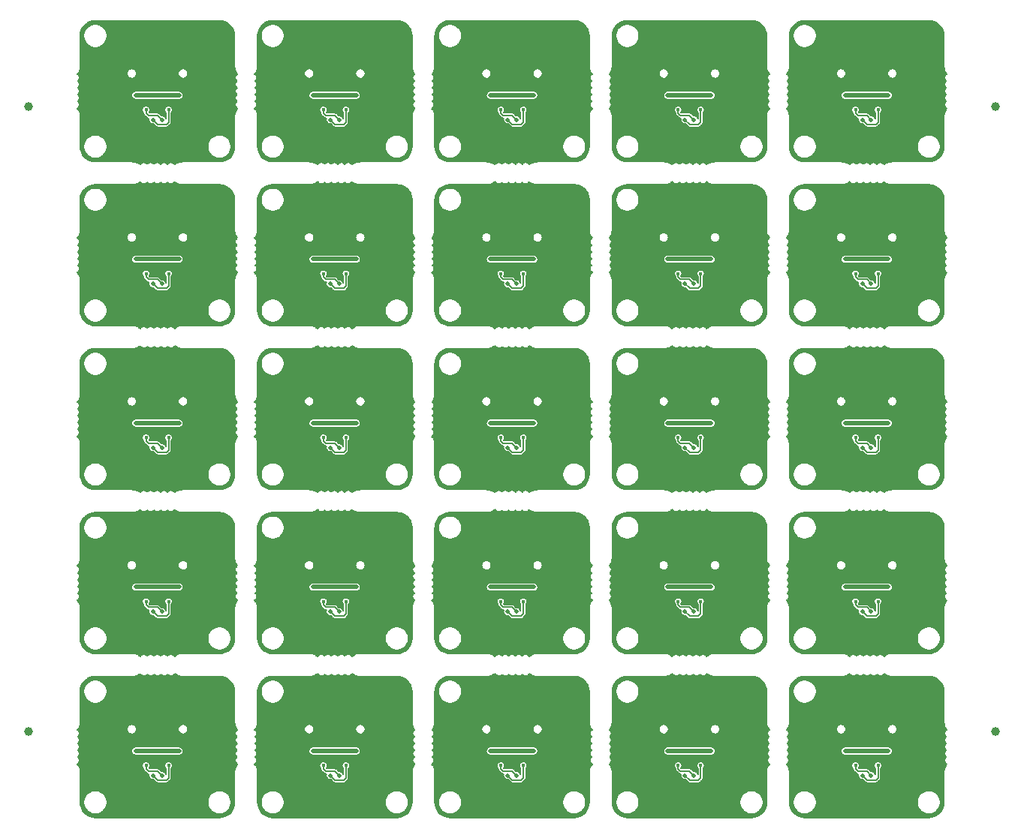
<source format=gbl>
G04 #@! TF.GenerationSoftware,KiCad,Pcbnew,(5.1.12)-1*
G04 #@! TF.CreationDate,2022-12-21T21:02:25+07:00*
G04 #@! TF.ProjectId,Unified-Daughterboard,556e6966-6965-4642-9d44-617567687465,C3*
G04 #@! TF.SameCoordinates,Original*
G04 #@! TF.FileFunction,Copper,L2,Bot*
G04 #@! TF.FilePolarity,Positive*
%FSLAX46Y46*%
G04 Gerber Fmt 4.6, Leading zero omitted, Abs format (unit mm)*
G04 Created by KiCad (PCBNEW (5.1.12)-1) date 2022-12-21 21:02:25*
%MOMM*%
%LPD*%
G01*
G04 APERTURE LIST*
G04 #@! TA.AperFunction,ComponentPad*
%ADD10O,1.100000X2.200000*%
G04 #@! TD*
G04 #@! TA.AperFunction,ComponentPad*
%ADD11O,1.300000X1.900000*%
G04 #@! TD*
G04 #@! TA.AperFunction,SMDPad,CuDef*
%ADD12C,1.000000*%
G04 #@! TD*
G04 #@! TA.AperFunction,ComponentPad*
%ADD13C,3.500001*%
G04 #@! TD*
G04 #@! TA.AperFunction,ViaPad*
%ADD14C,0.450000*%
G04 #@! TD*
G04 #@! TA.AperFunction,ViaPad*
%ADD15C,0.508000*%
G04 #@! TD*
G04 #@! TA.AperFunction,Conductor*
%ADD16C,0.152400*%
G04 #@! TD*
G04 #@! TA.AperFunction,Conductor*
%ADD17C,0.508000*%
G04 #@! TD*
G04 #@! TA.AperFunction,Conductor*
%ADD18C,0.100000*%
G04 #@! TD*
G04 APERTURE END LIST*
D10*
X79302500Y-63343000D03*
D11*
X79302500Y-59143000D03*
X70702500Y-59143000D03*
D10*
X70702500Y-63343000D03*
X79302500Y-118843000D03*
D11*
X79302500Y-114643000D03*
X70702500Y-114643000D03*
D10*
X70702500Y-118843000D03*
X79302500Y-81843000D03*
D11*
X79302500Y-77643000D03*
X70702500Y-77643000D03*
D10*
X70702500Y-81843000D03*
X79302500Y-137343000D03*
D11*
X79302500Y-133143000D03*
X70702500Y-133143000D03*
D10*
X70702500Y-137343000D03*
X79302500Y-100343000D03*
D11*
X79302500Y-96143000D03*
X70702500Y-96143000D03*
D10*
X70702500Y-100343000D03*
X159302500Y-137343000D03*
D11*
X159302500Y-133143000D03*
X150702500Y-133143000D03*
D10*
X150702500Y-137343000D03*
X159302500Y-118843000D03*
D11*
X159302500Y-114643000D03*
X150702500Y-114643000D03*
D10*
X150702500Y-118843000D03*
X159302500Y-100343000D03*
D11*
X159302500Y-96143000D03*
X150702500Y-96143000D03*
D10*
X150702500Y-100343000D03*
X159302500Y-81843000D03*
D11*
X159302500Y-77643000D03*
X150702500Y-77643000D03*
D10*
X150702500Y-81843000D03*
X159302500Y-63343000D03*
D11*
X159302500Y-59143000D03*
X150702500Y-59143000D03*
D10*
X150702500Y-63343000D03*
X139302500Y-137343000D03*
D11*
X139302500Y-133143000D03*
X130702500Y-133143000D03*
D10*
X130702500Y-137343000D03*
X139302500Y-118843000D03*
D11*
X139302500Y-114643000D03*
X130702500Y-114643000D03*
D10*
X130702500Y-118843000D03*
X139302500Y-100343000D03*
D11*
X139302500Y-96143000D03*
X130702500Y-96143000D03*
D10*
X130702500Y-100343000D03*
X139302500Y-81843000D03*
D11*
X139302500Y-77643000D03*
X130702500Y-77643000D03*
D10*
X130702500Y-81843000D03*
X139302500Y-63343000D03*
D11*
X139302500Y-59143000D03*
X130702500Y-59143000D03*
D10*
X130702500Y-63343000D03*
X119302500Y-137343000D03*
D11*
X119302500Y-133143000D03*
X110702500Y-133143000D03*
D10*
X110702500Y-137343000D03*
X119302500Y-118843000D03*
D11*
X119302500Y-114643000D03*
X110702500Y-114643000D03*
D10*
X110702500Y-118843000D03*
X119302500Y-100343000D03*
D11*
X119302500Y-96143000D03*
X110702500Y-96143000D03*
D10*
X110702500Y-100343000D03*
X119302500Y-81843000D03*
D11*
X119302500Y-77643000D03*
X110702500Y-77643000D03*
D10*
X110702500Y-81843000D03*
X119302500Y-63343000D03*
D11*
X119302500Y-59143000D03*
X110702500Y-59143000D03*
D10*
X110702500Y-63343000D03*
X99302500Y-137343000D03*
D11*
X99302500Y-133143000D03*
X90702500Y-133143000D03*
D10*
X90702500Y-137343000D03*
X99302500Y-118843000D03*
D11*
X99302500Y-114643000D03*
X90702500Y-114643000D03*
D10*
X90702500Y-118843000D03*
X99302500Y-100343000D03*
D11*
X99302500Y-96143000D03*
X90702500Y-96143000D03*
D10*
X90702500Y-100343000D03*
X99302500Y-81843000D03*
D11*
X99302500Y-77643000D03*
X90702500Y-77643000D03*
D10*
X90702500Y-81843000D03*
X99302500Y-63343000D03*
D11*
X99302500Y-59143000D03*
X90702500Y-59143000D03*
D10*
X90702500Y-63343000D03*
D12*
X169504500Y-66543000D03*
X169504500Y-137043000D03*
D13*
X82004500Y-58543000D03*
X82004500Y-114043000D03*
X82004500Y-77043000D03*
X82004500Y-95543000D03*
X82004500Y-132543000D03*
D12*
X60504500Y-66543000D03*
X60504500Y-137043000D03*
D13*
X162004500Y-132543000D03*
X162004500Y-114043000D03*
X162004500Y-95543000D03*
X162004500Y-77043000D03*
X162004500Y-58543000D03*
X142004500Y-132543000D03*
X142004500Y-114043000D03*
X142004500Y-95543000D03*
X142004500Y-77043000D03*
X142004500Y-58543000D03*
X122004500Y-132543000D03*
X122004500Y-114043000D03*
X122004500Y-95543000D03*
X122004500Y-77043000D03*
X122004500Y-58543000D03*
X102004500Y-132543000D03*
X102004500Y-114043000D03*
X102004500Y-95543000D03*
X102004500Y-77043000D03*
X102004500Y-58543000D03*
D14*
X95002500Y-66026400D03*
X95002500Y-84526400D03*
X95002500Y-103026400D03*
X95002500Y-121526400D03*
X95002500Y-140026400D03*
X115002500Y-66026400D03*
X115002500Y-84526400D03*
X115002500Y-103026400D03*
X115002500Y-121526400D03*
X115002500Y-140026400D03*
X135002500Y-66026400D03*
X135002500Y-84526400D03*
X135002500Y-103026400D03*
X135002500Y-121526400D03*
X135002500Y-140026400D03*
X155002500Y-66026400D03*
X155002500Y-84526400D03*
X155002500Y-103026400D03*
X155002500Y-121526400D03*
X155002500Y-140026400D03*
X75002500Y-103026400D03*
X75002500Y-140026400D03*
X75002500Y-121526400D03*
X75002500Y-84526400D03*
X75002500Y-66026400D03*
X93732500Y-66890000D03*
X93732500Y-85390000D03*
X93732500Y-103890000D03*
X93732500Y-122390000D03*
X93732500Y-140890000D03*
X113732500Y-66890000D03*
X113732500Y-85390000D03*
X113732500Y-103890000D03*
X113732500Y-122390000D03*
X113732500Y-140890000D03*
X133732500Y-66890000D03*
X133732500Y-85390000D03*
X133732500Y-103890000D03*
X133732500Y-122390000D03*
X133732500Y-140890000D03*
X153732500Y-66890000D03*
X153732500Y-85390000D03*
X153732500Y-103890000D03*
X153732500Y-122390000D03*
X153732500Y-140890000D03*
D15*
X95502500Y-68016000D03*
X95502500Y-86516000D03*
X95502500Y-105016000D03*
X95502500Y-123516000D03*
X95502500Y-142016000D03*
X115502500Y-68016000D03*
X115502500Y-86516000D03*
X115502500Y-105016000D03*
X115502500Y-123516000D03*
X115502500Y-142016000D03*
X135502500Y-68016000D03*
X135502500Y-86516000D03*
X135502500Y-105016000D03*
X135502500Y-123516000D03*
X135502500Y-142016000D03*
X155502500Y-68016000D03*
X155502500Y-86516000D03*
X155502500Y-105016000D03*
X155502500Y-123516000D03*
X155502500Y-142016000D03*
D14*
X73732500Y-122390000D03*
X73732500Y-103890000D03*
D15*
X75502500Y-68016000D03*
X75502500Y-86516000D03*
X75502500Y-105016000D03*
X75502500Y-123516000D03*
X75502500Y-142016000D03*
D14*
X73732500Y-140890000D03*
X73732500Y-66890000D03*
X73732500Y-85390000D03*
X96272500Y-66890000D03*
X96272500Y-85390000D03*
X96272500Y-103890000D03*
X96272500Y-122390000D03*
X96272500Y-140890000D03*
X116272500Y-66890000D03*
X116272500Y-85390000D03*
X116272500Y-103890000D03*
X116272500Y-122390000D03*
X116272500Y-140890000D03*
X136272500Y-66890000D03*
X136272500Y-85390000D03*
X136272500Y-103890000D03*
X136272500Y-122390000D03*
X136272500Y-140890000D03*
X156272500Y-66890000D03*
X156272500Y-85390000D03*
X156272500Y-103890000D03*
X156272500Y-122390000D03*
X156272500Y-140890000D03*
D15*
X94504500Y-68018000D03*
X94504500Y-86518000D03*
X94504500Y-105018000D03*
X94504500Y-123518000D03*
X94504500Y-142018000D03*
X114504500Y-68018000D03*
X114504500Y-86518000D03*
X114504500Y-105018000D03*
X114504500Y-123518000D03*
X114504500Y-142018000D03*
X134504500Y-68018000D03*
X134504500Y-86518000D03*
X134504500Y-105018000D03*
X134504500Y-123518000D03*
X134504500Y-142018000D03*
X154504500Y-68018000D03*
X154504500Y-86518000D03*
X154504500Y-105018000D03*
X154504500Y-123518000D03*
X154504500Y-142018000D03*
X74504500Y-105018000D03*
X74504500Y-142018000D03*
X74504500Y-86518000D03*
X74504500Y-68018000D03*
X74504500Y-123518000D03*
D14*
X76272500Y-140890000D03*
X76272500Y-85390000D03*
X76272500Y-103890000D03*
X76272500Y-66890000D03*
X76272500Y-122390000D03*
D15*
X97452500Y-65239000D03*
X97452500Y-83739000D03*
X97452500Y-102239000D03*
X97452500Y-120739000D03*
X97452500Y-139239000D03*
X117452500Y-65239000D03*
X117452500Y-83739000D03*
X117452500Y-102239000D03*
X117452500Y-120739000D03*
X117452500Y-139239000D03*
X137452500Y-65239000D03*
X137452500Y-83739000D03*
X137452500Y-102239000D03*
X137452500Y-120739000D03*
X137452500Y-139239000D03*
X157452500Y-65239000D03*
X157452500Y-83739000D03*
X157452500Y-102239000D03*
X157452500Y-120739000D03*
X157452500Y-139239000D03*
X92552500Y-65239000D03*
X92552500Y-83739000D03*
X92552500Y-102239000D03*
X92552500Y-120739000D03*
X92552500Y-139239000D03*
X112552500Y-65239000D03*
X112552500Y-83739000D03*
X112552500Y-102239000D03*
X112552500Y-120739000D03*
X112552500Y-139239000D03*
X132552500Y-65239000D03*
X132552500Y-83739000D03*
X132552500Y-102239000D03*
X132552500Y-120739000D03*
X132552500Y-139239000D03*
X152552500Y-65239000D03*
X152552500Y-83739000D03*
X152552500Y-102239000D03*
X152552500Y-120739000D03*
X152552500Y-139239000D03*
X77452500Y-102239000D03*
X77452500Y-139239000D03*
X77452500Y-65239000D03*
X77452500Y-120739000D03*
X72552500Y-65239000D03*
X72552500Y-83739000D03*
X72552500Y-102239000D03*
X72552500Y-139239000D03*
X77452500Y-83739000D03*
X72552500Y-120739000D03*
D16*
X93732500Y-67271000D02*
X93986500Y-67525000D01*
X93732500Y-85771000D02*
X93986500Y-86025000D01*
X93732500Y-104271000D02*
X93986500Y-104525000D01*
X93732500Y-122771000D02*
X93986500Y-123025000D01*
X93732500Y-141271000D02*
X93986500Y-141525000D01*
X113732500Y-67271000D02*
X113986500Y-67525000D01*
X113732500Y-85771000D02*
X113986500Y-86025000D01*
X113732500Y-104271000D02*
X113986500Y-104525000D01*
X113732500Y-122771000D02*
X113986500Y-123025000D01*
X113732500Y-141271000D02*
X113986500Y-141525000D01*
X133732500Y-67271000D02*
X133986500Y-67525000D01*
X133732500Y-85771000D02*
X133986500Y-86025000D01*
X133732500Y-104271000D02*
X133986500Y-104525000D01*
X133732500Y-122771000D02*
X133986500Y-123025000D01*
X133732500Y-141271000D02*
X133986500Y-141525000D01*
X153732500Y-67271000D02*
X153986500Y-67525000D01*
X153732500Y-85771000D02*
X153986500Y-86025000D01*
X153732500Y-104271000D02*
X153986500Y-104525000D01*
X153732500Y-122771000D02*
X153986500Y-123025000D01*
X153732500Y-141271000D02*
X153986500Y-141525000D01*
X93732500Y-66890000D02*
X93732500Y-67271000D01*
X93732500Y-85390000D02*
X93732500Y-85771000D01*
X93732500Y-103890000D02*
X93732500Y-104271000D01*
X93732500Y-122390000D02*
X93732500Y-122771000D01*
X93732500Y-140890000D02*
X93732500Y-141271000D01*
X113732500Y-66890000D02*
X113732500Y-67271000D01*
X113732500Y-85390000D02*
X113732500Y-85771000D01*
X113732500Y-103890000D02*
X113732500Y-104271000D01*
X113732500Y-122390000D02*
X113732500Y-122771000D01*
X113732500Y-140890000D02*
X113732500Y-141271000D01*
X133732500Y-66890000D02*
X133732500Y-67271000D01*
X133732500Y-85390000D02*
X133732500Y-85771000D01*
X133732500Y-103890000D02*
X133732500Y-104271000D01*
X133732500Y-122390000D02*
X133732500Y-122771000D01*
X133732500Y-140890000D02*
X133732500Y-141271000D01*
X153732500Y-66890000D02*
X153732500Y-67271000D01*
X153732500Y-85390000D02*
X153732500Y-85771000D01*
X153732500Y-103890000D02*
X153732500Y-104271000D01*
X153732500Y-122390000D02*
X153732500Y-122771000D01*
X153732500Y-140890000D02*
X153732500Y-141271000D01*
X95011500Y-67525000D02*
X95502500Y-68016000D01*
X95011500Y-86025000D02*
X95502500Y-86516000D01*
X95011500Y-104525000D02*
X95502500Y-105016000D01*
X95011500Y-123025000D02*
X95502500Y-123516000D01*
X95011500Y-141525000D02*
X95502500Y-142016000D01*
X115011500Y-67525000D02*
X115502500Y-68016000D01*
X115011500Y-86025000D02*
X115502500Y-86516000D01*
X115011500Y-104525000D02*
X115502500Y-105016000D01*
X115011500Y-123025000D02*
X115502500Y-123516000D01*
X115011500Y-141525000D02*
X115502500Y-142016000D01*
X135011500Y-67525000D02*
X135502500Y-68016000D01*
X135011500Y-86025000D02*
X135502500Y-86516000D01*
X135011500Y-104525000D02*
X135502500Y-105016000D01*
X135011500Y-123025000D02*
X135502500Y-123516000D01*
X135011500Y-141525000D02*
X135502500Y-142016000D01*
X155011500Y-67525000D02*
X155502500Y-68016000D01*
X155011500Y-86025000D02*
X155502500Y-86516000D01*
X155011500Y-104525000D02*
X155502500Y-105016000D01*
X155011500Y-123025000D02*
X155502500Y-123516000D01*
X155011500Y-141525000D02*
X155502500Y-142016000D01*
X93986500Y-67525000D02*
X95011500Y-67525000D01*
X93986500Y-86025000D02*
X95011500Y-86025000D01*
X93986500Y-104525000D02*
X95011500Y-104525000D01*
X93986500Y-123025000D02*
X95011500Y-123025000D01*
X93986500Y-141525000D02*
X95011500Y-141525000D01*
X113986500Y-67525000D02*
X115011500Y-67525000D01*
X113986500Y-86025000D02*
X115011500Y-86025000D01*
X113986500Y-104525000D02*
X115011500Y-104525000D01*
X113986500Y-123025000D02*
X115011500Y-123025000D01*
X113986500Y-141525000D02*
X115011500Y-141525000D01*
X133986500Y-67525000D02*
X135011500Y-67525000D01*
X133986500Y-86025000D02*
X135011500Y-86025000D01*
X133986500Y-104525000D02*
X135011500Y-104525000D01*
X133986500Y-123025000D02*
X135011500Y-123025000D01*
X133986500Y-141525000D02*
X135011500Y-141525000D01*
X153986500Y-67525000D02*
X155011500Y-67525000D01*
X153986500Y-86025000D02*
X155011500Y-86025000D01*
X153986500Y-104525000D02*
X155011500Y-104525000D01*
X153986500Y-123025000D02*
X155011500Y-123025000D01*
X153986500Y-141525000D02*
X155011500Y-141525000D01*
X73732500Y-67271000D02*
X73986500Y-67525000D01*
X73732500Y-85771000D02*
X73986500Y-86025000D01*
X73732500Y-122390000D02*
X73732500Y-122771000D01*
X73732500Y-66890000D02*
X73732500Y-67271000D01*
X73732500Y-85390000D02*
X73732500Y-85771000D01*
X73732500Y-122771000D02*
X73986500Y-123025000D01*
X73732500Y-104271000D02*
X73986500Y-104525000D01*
X73732500Y-141271000D02*
X73986500Y-141525000D01*
X73732500Y-140890000D02*
X73732500Y-141271000D01*
X73732500Y-103890000D02*
X73732500Y-104271000D01*
X75011500Y-123025000D02*
X75502500Y-123516000D01*
X75011500Y-67525000D02*
X75502500Y-68016000D01*
X75011500Y-141525000D02*
X75502500Y-142016000D01*
X75011500Y-86025000D02*
X75502500Y-86516000D01*
X75011500Y-104525000D02*
X75502500Y-105016000D01*
X73986500Y-67525000D02*
X75011500Y-67525000D01*
X73986500Y-104525000D02*
X75011500Y-104525000D01*
X73986500Y-86025000D02*
X75011500Y-86025000D01*
X73986500Y-123025000D02*
X75011500Y-123025000D01*
X73986500Y-141525000D02*
X75011500Y-141525000D01*
X96018500Y-68541000D02*
X95027500Y-68541000D01*
X96018500Y-87041000D02*
X95027500Y-87041000D01*
X96018500Y-105541000D02*
X95027500Y-105541000D01*
X96018500Y-124041000D02*
X95027500Y-124041000D01*
X96018500Y-142541000D02*
X95027500Y-142541000D01*
X116018500Y-68541000D02*
X115027500Y-68541000D01*
X116018500Y-87041000D02*
X115027500Y-87041000D01*
X116018500Y-105541000D02*
X115027500Y-105541000D01*
X116018500Y-124041000D02*
X115027500Y-124041000D01*
X116018500Y-142541000D02*
X115027500Y-142541000D01*
X136018500Y-68541000D02*
X135027500Y-68541000D01*
X136018500Y-87041000D02*
X135027500Y-87041000D01*
X136018500Y-105541000D02*
X135027500Y-105541000D01*
X136018500Y-124041000D02*
X135027500Y-124041000D01*
X136018500Y-142541000D02*
X135027500Y-142541000D01*
X156018500Y-68541000D02*
X155027500Y-68541000D01*
X156018500Y-87041000D02*
X155027500Y-87041000D01*
X156018500Y-105541000D02*
X155027500Y-105541000D01*
X156018500Y-124041000D02*
X155027500Y-124041000D01*
X156018500Y-142541000D02*
X155027500Y-142541000D01*
X96272500Y-66890000D02*
X96272500Y-68287000D01*
X96272500Y-85390000D02*
X96272500Y-86787000D01*
X96272500Y-103890000D02*
X96272500Y-105287000D01*
X96272500Y-122390000D02*
X96272500Y-123787000D01*
X96272500Y-140890000D02*
X96272500Y-142287000D01*
X116272500Y-66890000D02*
X116272500Y-68287000D01*
X116272500Y-85390000D02*
X116272500Y-86787000D01*
X116272500Y-103890000D02*
X116272500Y-105287000D01*
X116272500Y-122390000D02*
X116272500Y-123787000D01*
X116272500Y-140890000D02*
X116272500Y-142287000D01*
X136272500Y-66890000D02*
X136272500Y-68287000D01*
X136272500Y-85390000D02*
X136272500Y-86787000D01*
X136272500Y-103890000D02*
X136272500Y-105287000D01*
X136272500Y-122390000D02*
X136272500Y-123787000D01*
X136272500Y-140890000D02*
X136272500Y-142287000D01*
X156272500Y-66890000D02*
X156272500Y-68287000D01*
X156272500Y-85390000D02*
X156272500Y-86787000D01*
X156272500Y-103890000D02*
X156272500Y-105287000D01*
X156272500Y-122390000D02*
X156272500Y-123787000D01*
X156272500Y-140890000D02*
X156272500Y-142287000D01*
X96272500Y-68287000D02*
X96018500Y-68541000D01*
X96272500Y-86787000D02*
X96018500Y-87041000D01*
X96272500Y-105287000D02*
X96018500Y-105541000D01*
X96272500Y-123787000D02*
X96018500Y-124041000D01*
X96272500Y-142287000D02*
X96018500Y-142541000D01*
X116272500Y-68287000D02*
X116018500Y-68541000D01*
X116272500Y-86787000D02*
X116018500Y-87041000D01*
X116272500Y-105287000D02*
X116018500Y-105541000D01*
X116272500Y-123787000D02*
X116018500Y-124041000D01*
X116272500Y-142287000D02*
X116018500Y-142541000D01*
X136272500Y-68287000D02*
X136018500Y-68541000D01*
X136272500Y-86787000D02*
X136018500Y-87041000D01*
X136272500Y-105287000D02*
X136018500Y-105541000D01*
X136272500Y-123787000D02*
X136018500Y-124041000D01*
X136272500Y-142287000D02*
X136018500Y-142541000D01*
X156272500Y-68287000D02*
X156018500Y-68541000D01*
X156272500Y-86787000D02*
X156018500Y-87041000D01*
X156272500Y-105287000D02*
X156018500Y-105541000D01*
X156272500Y-123787000D02*
X156018500Y-124041000D01*
X156272500Y-142287000D02*
X156018500Y-142541000D01*
X95027500Y-68541000D02*
X94504500Y-68018000D01*
X95027500Y-87041000D02*
X94504500Y-86518000D01*
X95027500Y-105541000D02*
X94504500Y-105018000D01*
X95027500Y-124041000D02*
X94504500Y-123518000D01*
X95027500Y-142541000D02*
X94504500Y-142018000D01*
X115027500Y-68541000D02*
X114504500Y-68018000D01*
X115027500Y-87041000D02*
X114504500Y-86518000D01*
X115027500Y-105541000D02*
X114504500Y-105018000D01*
X115027500Y-124041000D02*
X114504500Y-123518000D01*
X115027500Y-142541000D02*
X114504500Y-142018000D01*
X135027500Y-68541000D02*
X134504500Y-68018000D01*
X135027500Y-87041000D02*
X134504500Y-86518000D01*
X135027500Y-105541000D02*
X134504500Y-105018000D01*
X135027500Y-124041000D02*
X134504500Y-123518000D01*
X135027500Y-142541000D02*
X134504500Y-142018000D01*
X155027500Y-68541000D02*
X154504500Y-68018000D01*
X155027500Y-87041000D02*
X154504500Y-86518000D01*
X155027500Y-105541000D02*
X154504500Y-105018000D01*
X155027500Y-124041000D02*
X154504500Y-123518000D01*
X155027500Y-142541000D02*
X154504500Y-142018000D01*
X76018500Y-124041000D02*
X75027500Y-124041000D01*
X76018500Y-105541000D02*
X75027500Y-105541000D01*
X76018500Y-142541000D02*
X75027500Y-142541000D01*
X76018500Y-68541000D02*
X75027500Y-68541000D01*
X76018500Y-87041000D02*
X75027500Y-87041000D01*
X76272500Y-103890000D02*
X76272500Y-105287000D01*
X76272500Y-66890000D02*
X76272500Y-68287000D01*
X76272500Y-122390000D02*
X76272500Y-123787000D01*
X76272500Y-140890000D02*
X76272500Y-142287000D01*
X76272500Y-85390000D02*
X76272500Y-86787000D01*
X76272500Y-68287000D02*
X76018500Y-68541000D01*
X76272500Y-86787000D02*
X76018500Y-87041000D01*
X76272500Y-123787000D02*
X76018500Y-124041000D01*
X76272500Y-142287000D02*
X76018500Y-142541000D01*
X76272500Y-105287000D02*
X76018500Y-105541000D01*
X75027500Y-68541000D02*
X74504500Y-68018000D01*
X75027500Y-124041000D02*
X74504500Y-123518000D01*
X75027500Y-105541000D02*
X74504500Y-105018000D01*
X75027500Y-142541000D02*
X74504500Y-142018000D01*
X75027500Y-87041000D02*
X74504500Y-86518000D01*
D17*
X92552500Y-65239000D02*
X97452500Y-65239000D01*
X92552500Y-83739000D02*
X97452500Y-83739000D01*
X92552500Y-102239000D02*
X97452500Y-102239000D01*
X92552500Y-120739000D02*
X97452500Y-120739000D01*
X92552500Y-139239000D02*
X97452500Y-139239000D01*
X112552500Y-65239000D02*
X117452500Y-65239000D01*
X112552500Y-83739000D02*
X117452500Y-83739000D01*
X112552500Y-102239000D02*
X117452500Y-102239000D01*
X112552500Y-120739000D02*
X117452500Y-120739000D01*
X112552500Y-139239000D02*
X117452500Y-139239000D01*
X132552500Y-65239000D02*
X137452500Y-65239000D01*
X132552500Y-83739000D02*
X137452500Y-83739000D01*
X132552500Y-102239000D02*
X137452500Y-102239000D01*
X132552500Y-120739000D02*
X137452500Y-120739000D01*
X132552500Y-139239000D02*
X137452500Y-139239000D01*
X152552500Y-65239000D02*
X157452500Y-65239000D01*
X152552500Y-83739000D02*
X157452500Y-83739000D01*
X152552500Y-102239000D02*
X157452500Y-102239000D01*
X152552500Y-120739000D02*
X157452500Y-120739000D01*
X152552500Y-139239000D02*
X157452500Y-139239000D01*
X72552500Y-83739000D02*
X77452500Y-83739000D01*
X72552500Y-102239000D02*
X77452500Y-102239000D01*
X72552500Y-120739000D02*
X77452500Y-120739000D01*
X72552500Y-65239000D02*
X77452500Y-65239000D01*
X72552500Y-139239000D02*
X77452500Y-139239000D01*
D16*
X102333717Y-56880336D02*
X102650391Y-56975945D01*
X102942466Y-57131244D01*
X103198814Y-57340317D01*
X103409674Y-57595202D01*
X103567004Y-57886178D01*
X103664825Y-58202186D01*
X103700901Y-58545425D01*
X103700900Y-62007903D01*
X103701003Y-62008950D01*
X103701004Y-62009071D01*
X103701180Y-62010748D01*
X103702446Y-62023599D01*
X103702446Y-62036588D01*
X103702889Y-62040804D01*
X103724644Y-62234754D01*
X103730375Y-62261719D01*
X103735711Y-62288663D01*
X103736961Y-62292705D01*
X103736963Y-62292712D01*
X103736966Y-62292718D01*
X103795977Y-62478743D01*
X103806823Y-62504049D01*
X103817303Y-62529474D01*
X103819318Y-62533203D01*
X103913341Y-62704228D01*
X103928907Y-62726961D01*
X103944114Y-62749850D01*
X103946812Y-62753112D01*
X103946816Y-62753118D01*
X103946821Y-62753123D01*
X104025240Y-62846579D01*
X103949410Y-62897247D01*
X103882747Y-62963910D01*
X103830370Y-63042298D01*
X103794292Y-63129397D01*
X103775900Y-63221862D01*
X103775900Y-63316138D01*
X103794292Y-63408603D01*
X103830370Y-63495702D01*
X103882747Y-63574090D01*
X103949410Y-63640753D01*
X103963249Y-63650000D01*
X103949410Y-63659247D01*
X103882747Y-63725910D01*
X103830370Y-63804298D01*
X103794292Y-63891397D01*
X103775900Y-63983862D01*
X103775900Y-64078138D01*
X103794292Y-64170603D01*
X103830370Y-64257702D01*
X103882747Y-64336090D01*
X103949410Y-64402753D01*
X103972229Y-64418000D01*
X103949410Y-64433247D01*
X103882747Y-64499910D01*
X103830370Y-64578298D01*
X103794292Y-64665397D01*
X103775900Y-64757862D01*
X103775900Y-64852138D01*
X103794292Y-64944603D01*
X103830370Y-65031702D01*
X103882747Y-65110090D01*
X103949410Y-65176753D01*
X103954269Y-65180000D01*
X103949410Y-65183247D01*
X103882747Y-65249910D01*
X103830370Y-65328298D01*
X103794292Y-65415397D01*
X103775900Y-65507862D01*
X103775900Y-65602138D01*
X103794292Y-65694603D01*
X103830370Y-65781702D01*
X103882747Y-65860090D01*
X103949410Y-65926753D01*
X103954269Y-65930000D01*
X103949410Y-65933247D01*
X103882747Y-65999910D01*
X103830370Y-66078298D01*
X103794292Y-66165397D01*
X103775900Y-66257862D01*
X103775900Y-66352138D01*
X103794292Y-66444603D01*
X103830370Y-66531702D01*
X103882747Y-66610090D01*
X103949410Y-66676753D01*
X104027798Y-66729130D01*
X104031708Y-66730750D01*
X103936306Y-66847724D01*
X103921075Y-66870649D01*
X103905533Y-66893348D01*
X103903516Y-66897076D01*
X103811891Y-67069399D01*
X103801403Y-67094845D01*
X103790566Y-67120130D01*
X103789314Y-67124174D01*
X103789311Y-67124181D01*
X103789310Y-67124188D01*
X103732903Y-67311016D01*
X103727562Y-67337990D01*
X103721837Y-67364924D01*
X103721394Y-67369140D01*
X103702349Y-67563374D01*
X103702349Y-67563385D01*
X103700900Y-67578097D01*
X103700901Y-71028142D01*
X103667164Y-71372219D01*
X103571554Y-71688893D01*
X103416253Y-71980969D01*
X103207183Y-72237314D01*
X102952298Y-72448174D01*
X102661318Y-72605506D01*
X102345315Y-72703325D01*
X102002084Y-72739400D01*
X97789596Y-72739400D01*
X97788549Y-72739503D01*
X97788429Y-72739504D01*
X97786767Y-72739679D01*
X97773900Y-72740946D01*
X97760912Y-72740946D01*
X97756696Y-72741389D01*
X97562746Y-72763144D01*
X97535818Y-72768867D01*
X97508837Y-72774210D01*
X97504798Y-72775461D01*
X97504788Y-72775463D01*
X97504779Y-72775467D01*
X97318757Y-72834477D01*
X97293487Y-72845308D01*
X97268027Y-72855802D01*
X97264298Y-72857818D01*
X97093272Y-72951840D01*
X97070512Y-72967424D01*
X97047650Y-72982614D01*
X97044388Y-72985312D01*
X97044382Y-72985316D01*
X97044377Y-72985321D01*
X96950921Y-73063740D01*
X96900253Y-72987910D01*
X96833590Y-72921247D01*
X96755202Y-72868870D01*
X96668103Y-72832792D01*
X96575638Y-72814400D01*
X96481362Y-72814400D01*
X96388897Y-72832792D01*
X96301798Y-72868870D01*
X96223410Y-72921247D01*
X96156747Y-72987910D01*
X96147500Y-73001749D01*
X96138253Y-72987910D01*
X96071590Y-72921247D01*
X95993202Y-72868870D01*
X95906103Y-72832792D01*
X95813638Y-72814400D01*
X95719362Y-72814400D01*
X95626897Y-72832792D01*
X95539798Y-72868870D01*
X95461410Y-72921247D01*
X95394747Y-72987910D01*
X95379500Y-73010729D01*
X95364253Y-72987910D01*
X95297590Y-72921247D01*
X95219202Y-72868870D01*
X95132103Y-72832792D01*
X95039638Y-72814400D01*
X94945362Y-72814400D01*
X94852897Y-72832792D01*
X94765798Y-72868870D01*
X94687410Y-72921247D01*
X94620747Y-72987910D01*
X94617500Y-72992769D01*
X94614253Y-72987910D01*
X94547590Y-72921247D01*
X94469202Y-72868870D01*
X94382103Y-72832792D01*
X94289638Y-72814400D01*
X94195362Y-72814400D01*
X94102897Y-72832792D01*
X94015798Y-72868870D01*
X93937410Y-72921247D01*
X93870747Y-72987910D01*
X93867500Y-72992769D01*
X93864253Y-72987910D01*
X93797590Y-72921247D01*
X93719202Y-72868870D01*
X93632103Y-72832792D01*
X93539638Y-72814400D01*
X93445362Y-72814400D01*
X93352897Y-72832792D01*
X93265798Y-72868870D01*
X93187410Y-72921247D01*
X93120747Y-72987910D01*
X93068370Y-73066298D01*
X93066750Y-73070208D01*
X92949776Y-72974806D01*
X92926851Y-72959575D01*
X92904152Y-72944033D01*
X92900424Y-72942016D01*
X92728101Y-72850391D01*
X92702655Y-72839903D01*
X92677370Y-72829066D01*
X92673326Y-72827814D01*
X92673319Y-72827811D01*
X92673312Y-72827810D01*
X92486484Y-72771403D01*
X92459510Y-72766062D01*
X92432576Y-72760337D01*
X92428360Y-72759894D01*
X92234126Y-72740849D01*
X92234116Y-72740849D01*
X92219404Y-72739400D01*
X88019348Y-72739400D01*
X87675281Y-72705664D01*
X87358607Y-72610054D01*
X87066531Y-72454753D01*
X86810186Y-72245683D01*
X86599326Y-71990798D01*
X86441994Y-71699818D01*
X86344175Y-71383815D01*
X86308100Y-71040584D01*
X86308100Y-70912144D01*
X86675900Y-70912144D01*
X86675900Y-71173856D01*
X86726957Y-71430538D01*
X86827110Y-71672328D01*
X86972509Y-71889933D01*
X87157567Y-72074991D01*
X87375172Y-72220390D01*
X87616962Y-72320543D01*
X87873644Y-72371600D01*
X88135356Y-72371600D01*
X88392038Y-72320543D01*
X88633828Y-72220390D01*
X88851433Y-72074991D01*
X89036491Y-71889933D01*
X89181890Y-71672328D01*
X89282043Y-71430538D01*
X89333100Y-71173856D01*
X89333100Y-70912144D01*
X100675900Y-70912144D01*
X100675900Y-71173856D01*
X100726957Y-71430538D01*
X100827110Y-71672328D01*
X100972509Y-71889933D01*
X101157567Y-72074991D01*
X101375172Y-72220390D01*
X101616962Y-72320543D01*
X101873644Y-72371600D01*
X102135356Y-72371600D01*
X102392038Y-72320543D01*
X102633828Y-72220390D01*
X102851433Y-72074991D01*
X103036491Y-71889933D01*
X103181890Y-71672328D01*
X103282043Y-71430538D01*
X103333100Y-71173856D01*
X103333100Y-70912144D01*
X103282043Y-70655462D01*
X103181890Y-70413672D01*
X103036491Y-70196067D01*
X102851433Y-70011009D01*
X102633828Y-69865610D01*
X102392038Y-69765457D01*
X102135356Y-69714400D01*
X101873644Y-69714400D01*
X101616962Y-69765457D01*
X101375172Y-69865610D01*
X101157567Y-70011009D01*
X100972509Y-70196067D01*
X100827110Y-70413672D01*
X100726957Y-70655462D01*
X100675900Y-70912144D01*
X89333100Y-70912144D01*
X89282043Y-70655462D01*
X89181890Y-70413672D01*
X89036491Y-70196067D01*
X88851433Y-70011009D01*
X88633828Y-69865610D01*
X88392038Y-69765457D01*
X88135356Y-69714400D01*
X87873644Y-69714400D01*
X87616962Y-69765457D01*
X87375172Y-69865610D01*
X87157567Y-70011009D01*
X86972509Y-70196067D01*
X86827110Y-70413672D01*
X86726957Y-70655462D01*
X86675900Y-70912144D01*
X86308100Y-70912144D01*
X86308100Y-67578096D01*
X86307997Y-67577049D01*
X86307996Y-67576929D01*
X86307821Y-67575267D01*
X86306554Y-67562400D01*
X86306554Y-67549412D01*
X86306111Y-67545196D01*
X86284356Y-67351246D01*
X86278633Y-67324318D01*
X86273290Y-67297337D01*
X86272039Y-67293298D01*
X86272037Y-67293288D01*
X86272033Y-67293279D01*
X86213023Y-67107257D01*
X86202192Y-67081987D01*
X86191698Y-67056527D01*
X86189682Y-67052798D01*
X86095660Y-66881772D01*
X86080076Y-66859012D01*
X86070982Y-66845324D01*
X93278900Y-66845324D01*
X93278900Y-66934676D01*
X93296331Y-67022310D01*
X93330525Y-67104860D01*
X93380166Y-67179153D01*
X93427700Y-67226687D01*
X93427700Y-67256042D01*
X93426227Y-67271000D01*
X93427700Y-67285958D01*
X93427700Y-67285966D01*
X93430181Y-67311154D01*
X93432111Y-67330751D01*
X93449540Y-67388205D01*
X93457884Y-67403815D01*
X93477843Y-67441157D01*
X93515933Y-67487568D01*
X93527556Y-67497107D01*
X93760391Y-67729943D01*
X93769932Y-67741568D01*
X93816343Y-67779658D01*
X93869294Y-67807960D01*
X93913376Y-67821332D01*
X93926748Y-67825389D01*
X93932389Y-67825945D01*
X93971534Y-67829800D01*
X93971541Y-67829800D01*
X93986499Y-67831273D01*
X94001457Y-67829800D01*
X94060093Y-67829800D01*
X94040446Y-67877231D01*
X94021900Y-67970468D01*
X94021900Y-68065532D01*
X94040446Y-68158769D01*
X94076826Y-68246597D01*
X94129640Y-68325640D01*
X94196860Y-68392860D01*
X94275903Y-68445674D01*
X94363731Y-68482054D01*
X94456968Y-68500600D01*
X94552032Y-68500600D01*
X94555382Y-68499934D01*
X94801392Y-68745944D01*
X94810932Y-68757568D01*
X94857343Y-68795658D01*
X94910294Y-68823960D01*
X94967748Y-68841389D01*
X94972903Y-68841897D01*
X95012534Y-68845800D01*
X95012542Y-68845800D01*
X95027500Y-68847273D01*
X95042458Y-68845800D01*
X96003542Y-68845800D01*
X96018500Y-68847273D01*
X96033458Y-68845800D01*
X96033466Y-68845800D01*
X96078251Y-68841389D01*
X96135706Y-68823960D01*
X96188657Y-68795658D01*
X96235068Y-68757568D01*
X96244612Y-68745939D01*
X96477444Y-68513108D01*
X96489068Y-68503568D01*
X96527158Y-68457157D01*
X96555460Y-68404206D01*
X96572889Y-68346751D01*
X96577300Y-68301966D01*
X96577300Y-68301959D01*
X96578773Y-68287001D01*
X96577300Y-68272043D01*
X96577300Y-67226687D01*
X96624834Y-67179153D01*
X96674475Y-67104860D01*
X96708669Y-67022310D01*
X96726100Y-66934676D01*
X96726100Y-66845324D01*
X96708669Y-66757690D01*
X96674475Y-66675140D01*
X96624834Y-66600847D01*
X96561653Y-66537666D01*
X96487360Y-66488025D01*
X96404810Y-66453831D01*
X96317176Y-66436400D01*
X96227824Y-66436400D01*
X96140190Y-66453831D01*
X96057640Y-66488025D01*
X95983347Y-66537666D01*
X95920166Y-66600847D01*
X95870525Y-66675140D01*
X95836331Y-66757690D01*
X95818900Y-66845324D01*
X95818900Y-66934676D01*
X95836331Y-67022310D01*
X95870525Y-67104860D01*
X95920166Y-67179153D01*
X95967700Y-67226687D01*
X95967701Y-67880996D01*
X95966554Y-67875231D01*
X95930174Y-67787403D01*
X95877360Y-67708360D01*
X95810140Y-67641140D01*
X95731097Y-67588326D01*
X95643269Y-67551946D01*
X95550032Y-67533400D01*
X95454968Y-67533400D01*
X95451618Y-67534066D01*
X95237612Y-67320061D01*
X95228068Y-67308432D01*
X95181657Y-67270342D01*
X95128706Y-67242040D01*
X95071251Y-67224611D01*
X95026466Y-67220200D01*
X95026458Y-67220200D01*
X95011500Y-67218727D01*
X94996542Y-67220200D01*
X94112752Y-67220200D01*
X94078269Y-67185718D01*
X94084834Y-67179153D01*
X94134475Y-67104860D01*
X94168669Y-67022310D01*
X94186100Y-66934676D01*
X94186100Y-66845324D01*
X94168669Y-66757690D01*
X94134475Y-66675140D01*
X94084834Y-66600847D01*
X94021653Y-66537666D01*
X93947360Y-66488025D01*
X93864810Y-66453831D01*
X93777176Y-66436400D01*
X93687824Y-66436400D01*
X93600190Y-66453831D01*
X93517640Y-66488025D01*
X93443347Y-66537666D01*
X93380166Y-66600847D01*
X93330525Y-66675140D01*
X93296331Y-66757690D01*
X93278900Y-66845324D01*
X86070982Y-66845324D01*
X86064886Y-66836150D01*
X86062188Y-66832888D01*
X86062184Y-66832882D01*
X86062179Y-66832877D01*
X85976693Y-66730998D01*
X85981202Y-66729130D01*
X86059590Y-66676753D01*
X86126253Y-66610090D01*
X86178630Y-66531702D01*
X86214708Y-66444603D01*
X86233100Y-66352138D01*
X86233100Y-66257862D01*
X86214708Y-66165397D01*
X86178630Y-66078298D01*
X86126253Y-65999910D01*
X86059590Y-65933247D01*
X86054731Y-65930000D01*
X86059590Y-65926753D01*
X86126253Y-65860090D01*
X86178630Y-65781702D01*
X86214708Y-65694603D01*
X86233100Y-65602138D01*
X86233100Y-65507862D01*
X86214708Y-65415397D01*
X86178630Y-65328298D01*
X86126253Y-65249910D01*
X86115343Y-65239000D01*
X92067565Y-65239000D01*
X92069900Y-65262707D01*
X92069900Y-65286532D01*
X92074548Y-65309899D01*
X92076883Y-65333606D01*
X92083798Y-65356403D01*
X92088446Y-65379769D01*
X92097561Y-65401775D01*
X92104478Y-65424577D01*
X92115712Y-65445594D01*
X92124826Y-65467597D01*
X92138060Y-65487403D01*
X92149291Y-65508415D01*
X92164403Y-65526829D01*
X92177640Y-65546640D01*
X92194488Y-65563488D01*
X92209599Y-65581901D01*
X92228012Y-65597012D01*
X92244860Y-65613860D01*
X92264671Y-65627097D01*
X92283085Y-65642209D01*
X92304097Y-65653440D01*
X92323903Y-65666674D01*
X92345906Y-65675788D01*
X92366923Y-65687022D01*
X92389725Y-65693939D01*
X92411731Y-65703054D01*
X92435097Y-65707702D01*
X92457894Y-65714617D01*
X92481600Y-65716952D01*
X92504968Y-65721600D01*
X97500032Y-65721600D01*
X97523400Y-65716952D01*
X97547106Y-65714617D01*
X97569903Y-65707702D01*
X97593269Y-65703054D01*
X97615275Y-65693939D01*
X97638077Y-65687022D01*
X97659094Y-65675788D01*
X97681097Y-65666674D01*
X97700903Y-65653440D01*
X97721915Y-65642209D01*
X97740329Y-65627097D01*
X97760140Y-65613860D01*
X97776988Y-65597012D01*
X97795401Y-65581901D01*
X97810512Y-65563488D01*
X97827360Y-65546640D01*
X97840597Y-65526829D01*
X97855709Y-65508415D01*
X97866940Y-65487403D01*
X97880174Y-65467597D01*
X97889288Y-65445594D01*
X97900522Y-65424577D01*
X97907439Y-65401775D01*
X97916554Y-65379769D01*
X97921202Y-65356403D01*
X97928117Y-65333606D01*
X97930452Y-65309899D01*
X97935100Y-65286532D01*
X97935100Y-65262707D01*
X97937435Y-65239000D01*
X97935100Y-65215293D01*
X97935100Y-65191468D01*
X97930452Y-65168101D01*
X97928117Y-65144394D01*
X97921202Y-65121597D01*
X97916554Y-65098231D01*
X97907439Y-65076225D01*
X97900522Y-65053423D01*
X97889288Y-65032406D01*
X97880174Y-65010403D01*
X97866940Y-64990597D01*
X97855709Y-64969585D01*
X97840597Y-64951171D01*
X97827360Y-64931360D01*
X97810512Y-64914512D01*
X97795401Y-64896099D01*
X97776988Y-64880988D01*
X97760140Y-64864140D01*
X97740329Y-64850903D01*
X97721915Y-64835791D01*
X97700903Y-64824560D01*
X97681097Y-64811326D01*
X97659094Y-64802212D01*
X97638077Y-64790978D01*
X97615275Y-64784061D01*
X97593269Y-64774946D01*
X97569903Y-64770298D01*
X97547106Y-64763383D01*
X97523400Y-64761048D01*
X97500032Y-64756400D01*
X92504968Y-64756400D01*
X92481600Y-64761048D01*
X92457894Y-64763383D01*
X92435097Y-64770298D01*
X92411731Y-64774946D01*
X92389725Y-64784061D01*
X92366923Y-64790978D01*
X92345906Y-64802212D01*
X92323903Y-64811326D01*
X92304097Y-64824560D01*
X92283085Y-64835791D01*
X92264671Y-64850903D01*
X92244860Y-64864140D01*
X92228012Y-64880988D01*
X92209599Y-64896099D01*
X92194488Y-64914512D01*
X92177640Y-64931360D01*
X92164403Y-64951171D01*
X92149291Y-64969585D01*
X92138060Y-64990597D01*
X92124826Y-65010403D01*
X92115712Y-65032406D01*
X92104478Y-65053423D01*
X92097561Y-65076225D01*
X92088446Y-65098231D01*
X92083798Y-65121597D01*
X92076883Y-65144394D01*
X92074548Y-65168101D01*
X92069900Y-65191468D01*
X92069900Y-65215293D01*
X92067565Y-65239000D01*
X86115343Y-65239000D01*
X86059590Y-65183247D01*
X86054731Y-65180000D01*
X86059590Y-65176753D01*
X86126253Y-65110090D01*
X86178630Y-65031702D01*
X86214708Y-64944603D01*
X86233100Y-64852138D01*
X86233100Y-64757862D01*
X86214708Y-64665397D01*
X86178630Y-64578298D01*
X86126253Y-64499910D01*
X86059590Y-64433247D01*
X86036771Y-64418000D01*
X86059590Y-64402753D01*
X86126253Y-64336090D01*
X86178630Y-64257702D01*
X86214708Y-64170603D01*
X86233100Y-64078138D01*
X86233100Y-63983862D01*
X86214708Y-63891397D01*
X86178630Y-63804298D01*
X86126253Y-63725910D01*
X86059590Y-63659247D01*
X86045751Y-63650000D01*
X86059590Y-63640753D01*
X86126253Y-63574090D01*
X86178630Y-63495702D01*
X86214708Y-63408603D01*
X86233100Y-63316138D01*
X86233100Y-63221862D01*
X86214708Y-63129397D01*
X86178630Y-63042298D01*
X86126253Y-62963910D01*
X86059590Y-62897247D01*
X85984151Y-62846840D01*
X86072694Y-62738276D01*
X86073226Y-62737475D01*
X91558900Y-62737475D01*
X91558900Y-62846525D01*
X91580174Y-62953479D01*
X91621906Y-63054228D01*
X91682491Y-63144900D01*
X91759600Y-63222009D01*
X91850272Y-63282594D01*
X91951021Y-63324326D01*
X92057975Y-63345600D01*
X92167025Y-63345600D01*
X92273979Y-63324326D01*
X92374728Y-63282594D01*
X92465400Y-63222009D01*
X92542509Y-63144900D01*
X92603094Y-63054228D01*
X92644826Y-62953479D01*
X92666100Y-62846525D01*
X92666100Y-62737475D01*
X97338900Y-62737475D01*
X97338900Y-62846525D01*
X97360174Y-62953479D01*
X97401906Y-63054228D01*
X97462491Y-63144900D01*
X97539600Y-63222009D01*
X97630272Y-63282594D01*
X97731021Y-63324326D01*
X97837975Y-63345600D01*
X97947025Y-63345600D01*
X98053979Y-63324326D01*
X98154728Y-63282594D01*
X98245400Y-63222009D01*
X98322509Y-63144900D01*
X98383094Y-63054228D01*
X98424826Y-62953479D01*
X98446100Y-62846525D01*
X98446100Y-62737475D01*
X98424826Y-62630521D01*
X98383094Y-62529772D01*
X98322509Y-62439100D01*
X98245400Y-62361991D01*
X98154728Y-62301406D01*
X98053979Y-62259674D01*
X97947025Y-62238400D01*
X97837975Y-62238400D01*
X97731021Y-62259674D01*
X97630272Y-62301406D01*
X97539600Y-62361991D01*
X97462491Y-62439100D01*
X97401906Y-62529772D01*
X97360174Y-62630521D01*
X97338900Y-62737475D01*
X92666100Y-62737475D01*
X92644826Y-62630521D01*
X92603094Y-62529772D01*
X92542509Y-62439100D01*
X92465400Y-62361991D01*
X92374728Y-62301406D01*
X92273979Y-62259674D01*
X92167025Y-62238400D01*
X92057975Y-62238400D01*
X91951021Y-62259674D01*
X91850272Y-62301406D01*
X91759600Y-62361991D01*
X91682491Y-62439100D01*
X91621906Y-62529772D01*
X91580174Y-62630521D01*
X91558900Y-62737475D01*
X86073226Y-62737475D01*
X86087921Y-62715358D01*
X86103467Y-62692652D01*
X86105484Y-62688923D01*
X86197109Y-62516601D01*
X86207608Y-62491129D01*
X86218434Y-62465869D01*
X86219686Y-62461826D01*
X86219689Y-62461819D01*
X86219690Y-62461812D01*
X86276097Y-62274984D01*
X86281443Y-62247987D01*
X86287162Y-62221076D01*
X86287606Y-62216860D01*
X86306651Y-62022627D01*
X86306651Y-62022616D01*
X86308100Y-62007904D01*
X86308100Y-58557848D01*
X86322386Y-58412144D01*
X86675900Y-58412144D01*
X86675900Y-58673856D01*
X86726957Y-58930538D01*
X86827110Y-59172328D01*
X86972509Y-59389933D01*
X87157567Y-59574991D01*
X87375172Y-59720390D01*
X87616962Y-59820543D01*
X87873644Y-59871600D01*
X88135356Y-59871600D01*
X88392038Y-59820543D01*
X88633828Y-59720390D01*
X88851433Y-59574991D01*
X89036491Y-59389933D01*
X89181890Y-59172328D01*
X89282043Y-58930538D01*
X89333100Y-58673856D01*
X89333100Y-58412144D01*
X89282043Y-58155462D01*
X89181890Y-57913672D01*
X89036491Y-57696067D01*
X88851433Y-57511009D01*
X88633828Y-57365610D01*
X88392038Y-57265457D01*
X88135356Y-57214400D01*
X87873644Y-57214400D01*
X87616962Y-57265457D01*
X87375172Y-57365610D01*
X87157567Y-57511009D01*
X86972509Y-57696067D01*
X86827110Y-57913672D01*
X86726957Y-58155462D01*
X86675900Y-58412144D01*
X86322386Y-58412144D01*
X86341836Y-58213783D01*
X86437445Y-57897109D01*
X86592744Y-57605034D01*
X86801817Y-57348686D01*
X87056702Y-57137826D01*
X87347678Y-56980496D01*
X87663686Y-56882675D01*
X88006916Y-56846600D01*
X101989652Y-56846600D01*
X102333717Y-56880336D01*
G04 #@! TA.AperFunction,Conductor*
D18*
G36*
X102333717Y-56880336D02*
G01*
X102650391Y-56975945D01*
X102942466Y-57131244D01*
X103198814Y-57340317D01*
X103409674Y-57595202D01*
X103567004Y-57886178D01*
X103664825Y-58202186D01*
X103700901Y-58545425D01*
X103700900Y-62007903D01*
X103701003Y-62008950D01*
X103701004Y-62009071D01*
X103701180Y-62010748D01*
X103702446Y-62023599D01*
X103702446Y-62036588D01*
X103702889Y-62040804D01*
X103724644Y-62234754D01*
X103730375Y-62261719D01*
X103735711Y-62288663D01*
X103736961Y-62292705D01*
X103736963Y-62292712D01*
X103736966Y-62292718D01*
X103795977Y-62478743D01*
X103806823Y-62504049D01*
X103817303Y-62529474D01*
X103819318Y-62533203D01*
X103913341Y-62704228D01*
X103928907Y-62726961D01*
X103944114Y-62749850D01*
X103946812Y-62753112D01*
X103946816Y-62753118D01*
X103946821Y-62753123D01*
X104025240Y-62846579D01*
X103949410Y-62897247D01*
X103882747Y-62963910D01*
X103830370Y-63042298D01*
X103794292Y-63129397D01*
X103775900Y-63221862D01*
X103775900Y-63316138D01*
X103794292Y-63408603D01*
X103830370Y-63495702D01*
X103882747Y-63574090D01*
X103949410Y-63640753D01*
X103963249Y-63650000D01*
X103949410Y-63659247D01*
X103882747Y-63725910D01*
X103830370Y-63804298D01*
X103794292Y-63891397D01*
X103775900Y-63983862D01*
X103775900Y-64078138D01*
X103794292Y-64170603D01*
X103830370Y-64257702D01*
X103882747Y-64336090D01*
X103949410Y-64402753D01*
X103972229Y-64418000D01*
X103949410Y-64433247D01*
X103882747Y-64499910D01*
X103830370Y-64578298D01*
X103794292Y-64665397D01*
X103775900Y-64757862D01*
X103775900Y-64852138D01*
X103794292Y-64944603D01*
X103830370Y-65031702D01*
X103882747Y-65110090D01*
X103949410Y-65176753D01*
X103954269Y-65180000D01*
X103949410Y-65183247D01*
X103882747Y-65249910D01*
X103830370Y-65328298D01*
X103794292Y-65415397D01*
X103775900Y-65507862D01*
X103775900Y-65602138D01*
X103794292Y-65694603D01*
X103830370Y-65781702D01*
X103882747Y-65860090D01*
X103949410Y-65926753D01*
X103954269Y-65930000D01*
X103949410Y-65933247D01*
X103882747Y-65999910D01*
X103830370Y-66078298D01*
X103794292Y-66165397D01*
X103775900Y-66257862D01*
X103775900Y-66352138D01*
X103794292Y-66444603D01*
X103830370Y-66531702D01*
X103882747Y-66610090D01*
X103949410Y-66676753D01*
X104027798Y-66729130D01*
X104031708Y-66730750D01*
X103936306Y-66847724D01*
X103921075Y-66870649D01*
X103905533Y-66893348D01*
X103903516Y-66897076D01*
X103811891Y-67069399D01*
X103801403Y-67094845D01*
X103790566Y-67120130D01*
X103789314Y-67124174D01*
X103789311Y-67124181D01*
X103789310Y-67124188D01*
X103732903Y-67311016D01*
X103727562Y-67337990D01*
X103721837Y-67364924D01*
X103721394Y-67369140D01*
X103702349Y-67563374D01*
X103702349Y-67563385D01*
X103700900Y-67578097D01*
X103700901Y-71028142D01*
X103667164Y-71372219D01*
X103571554Y-71688893D01*
X103416253Y-71980969D01*
X103207183Y-72237314D01*
X102952298Y-72448174D01*
X102661318Y-72605506D01*
X102345315Y-72703325D01*
X102002084Y-72739400D01*
X97789596Y-72739400D01*
X97788549Y-72739503D01*
X97788429Y-72739504D01*
X97786767Y-72739679D01*
X97773900Y-72740946D01*
X97760912Y-72740946D01*
X97756696Y-72741389D01*
X97562746Y-72763144D01*
X97535818Y-72768867D01*
X97508837Y-72774210D01*
X97504798Y-72775461D01*
X97504788Y-72775463D01*
X97504779Y-72775467D01*
X97318757Y-72834477D01*
X97293487Y-72845308D01*
X97268027Y-72855802D01*
X97264298Y-72857818D01*
X97093272Y-72951840D01*
X97070512Y-72967424D01*
X97047650Y-72982614D01*
X97044388Y-72985312D01*
X97044382Y-72985316D01*
X97044377Y-72985321D01*
X96950921Y-73063740D01*
X96900253Y-72987910D01*
X96833590Y-72921247D01*
X96755202Y-72868870D01*
X96668103Y-72832792D01*
X96575638Y-72814400D01*
X96481362Y-72814400D01*
X96388897Y-72832792D01*
X96301798Y-72868870D01*
X96223410Y-72921247D01*
X96156747Y-72987910D01*
X96147500Y-73001749D01*
X96138253Y-72987910D01*
X96071590Y-72921247D01*
X95993202Y-72868870D01*
X95906103Y-72832792D01*
X95813638Y-72814400D01*
X95719362Y-72814400D01*
X95626897Y-72832792D01*
X95539798Y-72868870D01*
X95461410Y-72921247D01*
X95394747Y-72987910D01*
X95379500Y-73010729D01*
X95364253Y-72987910D01*
X95297590Y-72921247D01*
X95219202Y-72868870D01*
X95132103Y-72832792D01*
X95039638Y-72814400D01*
X94945362Y-72814400D01*
X94852897Y-72832792D01*
X94765798Y-72868870D01*
X94687410Y-72921247D01*
X94620747Y-72987910D01*
X94617500Y-72992769D01*
X94614253Y-72987910D01*
X94547590Y-72921247D01*
X94469202Y-72868870D01*
X94382103Y-72832792D01*
X94289638Y-72814400D01*
X94195362Y-72814400D01*
X94102897Y-72832792D01*
X94015798Y-72868870D01*
X93937410Y-72921247D01*
X93870747Y-72987910D01*
X93867500Y-72992769D01*
X93864253Y-72987910D01*
X93797590Y-72921247D01*
X93719202Y-72868870D01*
X93632103Y-72832792D01*
X93539638Y-72814400D01*
X93445362Y-72814400D01*
X93352897Y-72832792D01*
X93265798Y-72868870D01*
X93187410Y-72921247D01*
X93120747Y-72987910D01*
X93068370Y-73066298D01*
X93066750Y-73070208D01*
X92949776Y-72974806D01*
X92926851Y-72959575D01*
X92904152Y-72944033D01*
X92900424Y-72942016D01*
X92728101Y-72850391D01*
X92702655Y-72839903D01*
X92677370Y-72829066D01*
X92673326Y-72827814D01*
X92673319Y-72827811D01*
X92673312Y-72827810D01*
X92486484Y-72771403D01*
X92459510Y-72766062D01*
X92432576Y-72760337D01*
X92428360Y-72759894D01*
X92234126Y-72740849D01*
X92234116Y-72740849D01*
X92219404Y-72739400D01*
X88019348Y-72739400D01*
X87675281Y-72705664D01*
X87358607Y-72610054D01*
X87066531Y-72454753D01*
X86810186Y-72245683D01*
X86599326Y-71990798D01*
X86441994Y-71699818D01*
X86344175Y-71383815D01*
X86308100Y-71040584D01*
X86308100Y-70912144D01*
X86675900Y-70912144D01*
X86675900Y-71173856D01*
X86726957Y-71430538D01*
X86827110Y-71672328D01*
X86972509Y-71889933D01*
X87157567Y-72074991D01*
X87375172Y-72220390D01*
X87616962Y-72320543D01*
X87873644Y-72371600D01*
X88135356Y-72371600D01*
X88392038Y-72320543D01*
X88633828Y-72220390D01*
X88851433Y-72074991D01*
X89036491Y-71889933D01*
X89181890Y-71672328D01*
X89282043Y-71430538D01*
X89333100Y-71173856D01*
X89333100Y-70912144D01*
X100675900Y-70912144D01*
X100675900Y-71173856D01*
X100726957Y-71430538D01*
X100827110Y-71672328D01*
X100972509Y-71889933D01*
X101157567Y-72074991D01*
X101375172Y-72220390D01*
X101616962Y-72320543D01*
X101873644Y-72371600D01*
X102135356Y-72371600D01*
X102392038Y-72320543D01*
X102633828Y-72220390D01*
X102851433Y-72074991D01*
X103036491Y-71889933D01*
X103181890Y-71672328D01*
X103282043Y-71430538D01*
X103333100Y-71173856D01*
X103333100Y-70912144D01*
X103282043Y-70655462D01*
X103181890Y-70413672D01*
X103036491Y-70196067D01*
X102851433Y-70011009D01*
X102633828Y-69865610D01*
X102392038Y-69765457D01*
X102135356Y-69714400D01*
X101873644Y-69714400D01*
X101616962Y-69765457D01*
X101375172Y-69865610D01*
X101157567Y-70011009D01*
X100972509Y-70196067D01*
X100827110Y-70413672D01*
X100726957Y-70655462D01*
X100675900Y-70912144D01*
X89333100Y-70912144D01*
X89282043Y-70655462D01*
X89181890Y-70413672D01*
X89036491Y-70196067D01*
X88851433Y-70011009D01*
X88633828Y-69865610D01*
X88392038Y-69765457D01*
X88135356Y-69714400D01*
X87873644Y-69714400D01*
X87616962Y-69765457D01*
X87375172Y-69865610D01*
X87157567Y-70011009D01*
X86972509Y-70196067D01*
X86827110Y-70413672D01*
X86726957Y-70655462D01*
X86675900Y-70912144D01*
X86308100Y-70912144D01*
X86308100Y-67578096D01*
X86307997Y-67577049D01*
X86307996Y-67576929D01*
X86307821Y-67575267D01*
X86306554Y-67562400D01*
X86306554Y-67549412D01*
X86306111Y-67545196D01*
X86284356Y-67351246D01*
X86278633Y-67324318D01*
X86273290Y-67297337D01*
X86272039Y-67293298D01*
X86272037Y-67293288D01*
X86272033Y-67293279D01*
X86213023Y-67107257D01*
X86202192Y-67081987D01*
X86191698Y-67056527D01*
X86189682Y-67052798D01*
X86095660Y-66881772D01*
X86080076Y-66859012D01*
X86070982Y-66845324D01*
X93278900Y-66845324D01*
X93278900Y-66934676D01*
X93296331Y-67022310D01*
X93330525Y-67104860D01*
X93380166Y-67179153D01*
X93427700Y-67226687D01*
X93427700Y-67256042D01*
X93426227Y-67271000D01*
X93427700Y-67285958D01*
X93427700Y-67285966D01*
X93430181Y-67311154D01*
X93432111Y-67330751D01*
X93449540Y-67388205D01*
X93457884Y-67403815D01*
X93477843Y-67441157D01*
X93515933Y-67487568D01*
X93527556Y-67497107D01*
X93760391Y-67729943D01*
X93769932Y-67741568D01*
X93816343Y-67779658D01*
X93869294Y-67807960D01*
X93913376Y-67821332D01*
X93926748Y-67825389D01*
X93932389Y-67825945D01*
X93971534Y-67829800D01*
X93971541Y-67829800D01*
X93986499Y-67831273D01*
X94001457Y-67829800D01*
X94060093Y-67829800D01*
X94040446Y-67877231D01*
X94021900Y-67970468D01*
X94021900Y-68065532D01*
X94040446Y-68158769D01*
X94076826Y-68246597D01*
X94129640Y-68325640D01*
X94196860Y-68392860D01*
X94275903Y-68445674D01*
X94363731Y-68482054D01*
X94456968Y-68500600D01*
X94552032Y-68500600D01*
X94555382Y-68499934D01*
X94801392Y-68745944D01*
X94810932Y-68757568D01*
X94857343Y-68795658D01*
X94910294Y-68823960D01*
X94967748Y-68841389D01*
X94972903Y-68841897D01*
X95012534Y-68845800D01*
X95012542Y-68845800D01*
X95027500Y-68847273D01*
X95042458Y-68845800D01*
X96003542Y-68845800D01*
X96018500Y-68847273D01*
X96033458Y-68845800D01*
X96033466Y-68845800D01*
X96078251Y-68841389D01*
X96135706Y-68823960D01*
X96188657Y-68795658D01*
X96235068Y-68757568D01*
X96244612Y-68745939D01*
X96477444Y-68513108D01*
X96489068Y-68503568D01*
X96527158Y-68457157D01*
X96555460Y-68404206D01*
X96572889Y-68346751D01*
X96577300Y-68301966D01*
X96577300Y-68301959D01*
X96578773Y-68287001D01*
X96577300Y-68272043D01*
X96577300Y-67226687D01*
X96624834Y-67179153D01*
X96674475Y-67104860D01*
X96708669Y-67022310D01*
X96726100Y-66934676D01*
X96726100Y-66845324D01*
X96708669Y-66757690D01*
X96674475Y-66675140D01*
X96624834Y-66600847D01*
X96561653Y-66537666D01*
X96487360Y-66488025D01*
X96404810Y-66453831D01*
X96317176Y-66436400D01*
X96227824Y-66436400D01*
X96140190Y-66453831D01*
X96057640Y-66488025D01*
X95983347Y-66537666D01*
X95920166Y-66600847D01*
X95870525Y-66675140D01*
X95836331Y-66757690D01*
X95818900Y-66845324D01*
X95818900Y-66934676D01*
X95836331Y-67022310D01*
X95870525Y-67104860D01*
X95920166Y-67179153D01*
X95967700Y-67226687D01*
X95967701Y-67880996D01*
X95966554Y-67875231D01*
X95930174Y-67787403D01*
X95877360Y-67708360D01*
X95810140Y-67641140D01*
X95731097Y-67588326D01*
X95643269Y-67551946D01*
X95550032Y-67533400D01*
X95454968Y-67533400D01*
X95451618Y-67534066D01*
X95237612Y-67320061D01*
X95228068Y-67308432D01*
X95181657Y-67270342D01*
X95128706Y-67242040D01*
X95071251Y-67224611D01*
X95026466Y-67220200D01*
X95026458Y-67220200D01*
X95011500Y-67218727D01*
X94996542Y-67220200D01*
X94112752Y-67220200D01*
X94078269Y-67185718D01*
X94084834Y-67179153D01*
X94134475Y-67104860D01*
X94168669Y-67022310D01*
X94186100Y-66934676D01*
X94186100Y-66845324D01*
X94168669Y-66757690D01*
X94134475Y-66675140D01*
X94084834Y-66600847D01*
X94021653Y-66537666D01*
X93947360Y-66488025D01*
X93864810Y-66453831D01*
X93777176Y-66436400D01*
X93687824Y-66436400D01*
X93600190Y-66453831D01*
X93517640Y-66488025D01*
X93443347Y-66537666D01*
X93380166Y-66600847D01*
X93330525Y-66675140D01*
X93296331Y-66757690D01*
X93278900Y-66845324D01*
X86070982Y-66845324D01*
X86064886Y-66836150D01*
X86062188Y-66832888D01*
X86062184Y-66832882D01*
X86062179Y-66832877D01*
X85976693Y-66730998D01*
X85981202Y-66729130D01*
X86059590Y-66676753D01*
X86126253Y-66610090D01*
X86178630Y-66531702D01*
X86214708Y-66444603D01*
X86233100Y-66352138D01*
X86233100Y-66257862D01*
X86214708Y-66165397D01*
X86178630Y-66078298D01*
X86126253Y-65999910D01*
X86059590Y-65933247D01*
X86054731Y-65930000D01*
X86059590Y-65926753D01*
X86126253Y-65860090D01*
X86178630Y-65781702D01*
X86214708Y-65694603D01*
X86233100Y-65602138D01*
X86233100Y-65507862D01*
X86214708Y-65415397D01*
X86178630Y-65328298D01*
X86126253Y-65249910D01*
X86115343Y-65239000D01*
X92067565Y-65239000D01*
X92069900Y-65262707D01*
X92069900Y-65286532D01*
X92074548Y-65309899D01*
X92076883Y-65333606D01*
X92083798Y-65356403D01*
X92088446Y-65379769D01*
X92097561Y-65401775D01*
X92104478Y-65424577D01*
X92115712Y-65445594D01*
X92124826Y-65467597D01*
X92138060Y-65487403D01*
X92149291Y-65508415D01*
X92164403Y-65526829D01*
X92177640Y-65546640D01*
X92194488Y-65563488D01*
X92209599Y-65581901D01*
X92228012Y-65597012D01*
X92244860Y-65613860D01*
X92264671Y-65627097D01*
X92283085Y-65642209D01*
X92304097Y-65653440D01*
X92323903Y-65666674D01*
X92345906Y-65675788D01*
X92366923Y-65687022D01*
X92389725Y-65693939D01*
X92411731Y-65703054D01*
X92435097Y-65707702D01*
X92457894Y-65714617D01*
X92481600Y-65716952D01*
X92504968Y-65721600D01*
X97500032Y-65721600D01*
X97523400Y-65716952D01*
X97547106Y-65714617D01*
X97569903Y-65707702D01*
X97593269Y-65703054D01*
X97615275Y-65693939D01*
X97638077Y-65687022D01*
X97659094Y-65675788D01*
X97681097Y-65666674D01*
X97700903Y-65653440D01*
X97721915Y-65642209D01*
X97740329Y-65627097D01*
X97760140Y-65613860D01*
X97776988Y-65597012D01*
X97795401Y-65581901D01*
X97810512Y-65563488D01*
X97827360Y-65546640D01*
X97840597Y-65526829D01*
X97855709Y-65508415D01*
X97866940Y-65487403D01*
X97880174Y-65467597D01*
X97889288Y-65445594D01*
X97900522Y-65424577D01*
X97907439Y-65401775D01*
X97916554Y-65379769D01*
X97921202Y-65356403D01*
X97928117Y-65333606D01*
X97930452Y-65309899D01*
X97935100Y-65286532D01*
X97935100Y-65262707D01*
X97937435Y-65239000D01*
X97935100Y-65215293D01*
X97935100Y-65191468D01*
X97930452Y-65168101D01*
X97928117Y-65144394D01*
X97921202Y-65121597D01*
X97916554Y-65098231D01*
X97907439Y-65076225D01*
X97900522Y-65053423D01*
X97889288Y-65032406D01*
X97880174Y-65010403D01*
X97866940Y-64990597D01*
X97855709Y-64969585D01*
X97840597Y-64951171D01*
X97827360Y-64931360D01*
X97810512Y-64914512D01*
X97795401Y-64896099D01*
X97776988Y-64880988D01*
X97760140Y-64864140D01*
X97740329Y-64850903D01*
X97721915Y-64835791D01*
X97700903Y-64824560D01*
X97681097Y-64811326D01*
X97659094Y-64802212D01*
X97638077Y-64790978D01*
X97615275Y-64784061D01*
X97593269Y-64774946D01*
X97569903Y-64770298D01*
X97547106Y-64763383D01*
X97523400Y-64761048D01*
X97500032Y-64756400D01*
X92504968Y-64756400D01*
X92481600Y-64761048D01*
X92457894Y-64763383D01*
X92435097Y-64770298D01*
X92411731Y-64774946D01*
X92389725Y-64784061D01*
X92366923Y-64790978D01*
X92345906Y-64802212D01*
X92323903Y-64811326D01*
X92304097Y-64824560D01*
X92283085Y-64835791D01*
X92264671Y-64850903D01*
X92244860Y-64864140D01*
X92228012Y-64880988D01*
X92209599Y-64896099D01*
X92194488Y-64914512D01*
X92177640Y-64931360D01*
X92164403Y-64951171D01*
X92149291Y-64969585D01*
X92138060Y-64990597D01*
X92124826Y-65010403D01*
X92115712Y-65032406D01*
X92104478Y-65053423D01*
X92097561Y-65076225D01*
X92088446Y-65098231D01*
X92083798Y-65121597D01*
X92076883Y-65144394D01*
X92074548Y-65168101D01*
X92069900Y-65191468D01*
X92069900Y-65215293D01*
X92067565Y-65239000D01*
X86115343Y-65239000D01*
X86059590Y-65183247D01*
X86054731Y-65180000D01*
X86059590Y-65176753D01*
X86126253Y-65110090D01*
X86178630Y-65031702D01*
X86214708Y-64944603D01*
X86233100Y-64852138D01*
X86233100Y-64757862D01*
X86214708Y-64665397D01*
X86178630Y-64578298D01*
X86126253Y-64499910D01*
X86059590Y-64433247D01*
X86036771Y-64418000D01*
X86059590Y-64402753D01*
X86126253Y-64336090D01*
X86178630Y-64257702D01*
X86214708Y-64170603D01*
X86233100Y-64078138D01*
X86233100Y-63983862D01*
X86214708Y-63891397D01*
X86178630Y-63804298D01*
X86126253Y-63725910D01*
X86059590Y-63659247D01*
X86045751Y-63650000D01*
X86059590Y-63640753D01*
X86126253Y-63574090D01*
X86178630Y-63495702D01*
X86214708Y-63408603D01*
X86233100Y-63316138D01*
X86233100Y-63221862D01*
X86214708Y-63129397D01*
X86178630Y-63042298D01*
X86126253Y-62963910D01*
X86059590Y-62897247D01*
X85984151Y-62846840D01*
X86072694Y-62738276D01*
X86073226Y-62737475D01*
X91558900Y-62737475D01*
X91558900Y-62846525D01*
X91580174Y-62953479D01*
X91621906Y-63054228D01*
X91682491Y-63144900D01*
X91759600Y-63222009D01*
X91850272Y-63282594D01*
X91951021Y-63324326D01*
X92057975Y-63345600D01*
X92167025Y-63345600D01*
X92273979Y-63324326D01*
X92374728Y-63282594D01*
X92465400Y-63222009D01*
X92542509Y-63144900D01*
X92603094Y-63054228D01*
X92644826Y-62953479D01*
X92666100Y-62846525D01*
X92666100Y-62737475D01*
X97338900Y-62737475D01*
X97338900Y-62846525D01*
X97360174Y-62953479D01*
X97401906Y-63054228D01*
X97462491Y-63144900D01*
X97539600Y-63222009D01*
X97630272Y-63282594D01*
X97731021Y-63324326D01*
X97837975Y-63345600D01*
X97947025Y-63345600D01*
X98053979Y-63324326D01*
X98154728Y-63282594D01*
X98245400Y-63222009D01*
X98322509Y-63144900D01*
X98383094Y-63054228D01*
X98424826Y-62953479D01*
X98446100Y-62846525D01*
X98446100Y-62737475D01*
X98424826Y-62630521D01*
X98383094Y-62529772D01*
X98322509Y-62439100D01*
X98245400Y-62361991D01*
X98154728Y-62301406D01*
X98053979Y-62259674D01*
X97947025Y-62238400D01*
X97837975Y-62238400D01*
X97731021Y-62259674D01*
X97630272Y-62301406D01*
X97539600Y-62361991D01*
X97462491Y-62439100D01*
X97401906Y-62529772D01*
X97360174Y-62630521D01*
X97338900Y-62737475D01*
X92666100Y-62737475D01*
X92644826Y-62630521D01*
X92603094Y-62529772D01*
X92542509Y-62439100D01*
X92465400Y-62361991D01*
X92374728Y-62301406D01*
X92273979Y-62259674D01*
X92167025Y-62238400D01*
X92057975Y-62238400D01*
X91951021Y-62259674D01*
X91850272Y-62301406D01*
X91759600Y-62361991D01*
X91682491Y-62439100D01*
X91621906Y-62529772D01*
X91580174Y-62630521D01*
X91558900Y-62737475D01*
X86073226Y-62737475D01*
X86087921Y-62715358D01*
X86103467Y-62692652D01*
X86105484Y-62688923D01*
X86197109Y-62516601D01*
X86207608Y-62491129D01*
X86218434Y-62465869D01*
X86219686Y-62461826D01*
X86219689Y-62461819D01*
X86219690Y-62461812D01*
X86276097Y-62274984D01*
X86281443Y-62247987D01*
X86287162Y-62221076D01*
X86287606Y-62216860D01*
X86306651Y-62022627D01*
X86306651Y-62022616D01*
X86308100Y-62007904D01*
X86308100Y-58557848D01*
X86322386Y-58412144D01*
X86675900Y-58412144D01*
X86675900Y-58673856D01*
X86726957Y-58930538D01*
X86827110Y-59172328D01*
X86972509Y-59389933D01*
X87157567Y-59574991D01*
X87375172Y-59720390D01*
X87616962Y-59820543D01*
X87873644Y-59871600D01*
X88135356Y-59871600D01*
X88392038Y-59820543D01*
X88633828Y-59720390D01*
X88851433Y-59574991D01*
X89036491Y-59389933D01*
X89181890Y-59172328D01*
X89282043Y-58930538D01*
X89333100Y-58673856D01*
X89333100Y-58412144D01*
X89282043Y-58155462D01*
X89181890Y-57913672D01*
X89036491Y-57696067D01*
X88851433Y-57511009D01*
X88633828Y-57365610D01*
X88392038Y-57265457D01*
X88135356Y-57214400D01*
X87873644Y-57214400D01*
X87616962Y-57265457D01*
X87375172Y-57365610D01*
X87157567Y-57511009D01*
X86972509Y-57696067D01*
X86827110Y-57913672D01*
X86726957Y-58155462D01*
X86675900Y-58412144D01*
X86322386Y-58412144D01*
X86341836Y-58213783D01*
X86437445Y-57897109D01*
X86592744Y-57605034D01*
X86801817Y-57348686D01*
X87056702Y-57137826D01*
X87347678Y-56980496D01*
X87663686Y-56882675D01*
X88006916Y-56846600D01*
X101989652Y-56846600D01*
X102333717Y-56880336D01*
G37*
G04 #@! TD.AperFunction*
D16*
X83949410Y-66676753D02*
X84027798Y-66729130D01*
X84031708Y-66730750D01*
X83936306Y-66847724D01*
X83921075Y-66870649D01*
X83905533Y-66893348D01*
X83903516Y-66897076D01*
X83900700Y-66902372D01*
X83900700Y-66628043D01*
X83949410Y-66676753D01*
G04 #@! TA.AperFunction,Conductor*
D18*
G36*
X83949410Y-66676753D02*
G01*
X84027798Y-66729130D01*
X84031708Y-66730750D01*
X83936306Y-66847724D01*
X83921075Y-66870649D01*
X83905533Y-66893348D01*
X83903516Y-66897076D01*
X83900700Y-66902372D01*
X83900700Y-66628043D01*
X83949410Y-66676753D01*
G37*
G04 #@! TD.AperFunction*
D16*
X83949410Y-65926753D02*
X83954269Y-65930000D01*
X83949410Y-65933247D01*
X83900700Y-65981957D01*
X83900700Y-65878043D01*
X83949410Y-65926753D01*
G04 #@! TA.AperFunction,Conductor*
D18*
G36*
X83949410Y-65926753D02*
G01*
X83954269Y-65930000D01*
X83949410Y-65933247D01*
X83900700Y-65981957D01*
X83900700Y-65878043D01*
X83949410Y-65926753D01*
G37*
G04 #@! TD.AperFunction*
D16*
X83949410Y-65176753D02*
X83954269Y-65180000D01*
X83949410Y-65183247D01*
X83900700Y-65231957D01*
X83900700Y-65128043D01*
X83949410Y-65176753D01*
G04 #@! TA.AperFunction,Conductor*
D18*
G36*
X83949410Y-65176753D02*
G01*
X83954269Y-65180000D01*
X83949410Y-65183247D01*
X83900700Y-65231957D01*
X83900700Y-65128043D01*
X83949410Y-65176753D01*
G37*
G04 #@! TD.AperFunction*
D16*
X83949410Y-64402753D02*
X83972229Y-64418000D01*
X83949410Y-64433247D01*
X83900700Y-64481957D01*
X83900700Y-64354043D01*
X83949410Y-64402753D01*
G04 #@! TA.AperFunction,Conductor*
D18*
G36*
X83949410Y-64402753D02*
G01*
X83972229Y-64418000D01*
X83949410Y-64433247D01*
X83900700Y-64481957D01*
X83900700Y-64354043D01*
X83949410Y-64402753D01*
G37*
G04 #@! TD.AperFunction*
D16*
X83949410Y-63640753D02*
X83963249Y-63650000D01*
X83949410Y-63659247D01*
X83900700Y-63707957D01*
X83900700Y-63592043D01*
X83949410Y-63640753D01*
G04 #@! TA.AperFunction,Conductor*
D18*
G36*
X83949410Y-63640753D02*
G01*
X83963249Y-63650000D01*
X83949410Y-63659247D01*
X83900700Y-63707957D01*
X83900700Y-63592043D01*
X83949410Y-63640753D01*
G37*
G04 #@! TD.AperFunction*
D16*
X83913341Y-62704228D02*
X83928907Y-62726961D01*
X83944114Y-62749850D01*
X83946812Y-62753112D01*
X83946816Y-62753118D01*
X83946821Y-62753123D01*
X84025240Y-62846579D01*
X83949410Y-62897247D01*
X83900700Y-62945957D01*
X83900700Y-62681234D01*
X83913341Y-62704228D01*
G04 #@! TA.AperFunction,Conductor*
D18*
G36*
X83913341Y-62704228D02*
G01*
X83928907Y-62726961D01*
X83944114Y-62749850D01*
X83946812Y-62753112D01*
X83946816Y-62753118D01*
X83946821Y-62753123D01*
X84025240Y-62846579D01*
X83949410Y-62897247D01*
X83900700Y-62945957D01*
X83900700Y-62681234D01*
X83913341Y-62704228D01*
G37*
G04 #@! TD.AperFunction*
D16*
X93068370Y-75019702D02*
X93120747Y-75098090D01*
X93187410Y-75164753D01*
X93265798Y-75217130D01*
X93352897Y-75253208D01*
X93445362Y-75271600D01*
X93539638Y-75271600D01*
X93632103Y-75253208D01*
X93719202Y-75217130D01*
X93797590Y-75164753D01*
X93864253Y-75098090D01*
X93867500Y-75093231D01*
X93870747Y-75098090D01*
X93937410Y-75164753D01*
X94015798Y-75217130D01*
X94102897Y-75253208D01*
X94195362Y-75271600D01*
X94289638Y-75271600D01*
X94382103Y-75253208D01*
X94469202Y-75217130D01*
X94547590Y-75164753D01*
X94614253Y-75098090D01*
X94617500Y-75093231D01*
X94620747Y-75098090D01*
X94687410Y-75164753D01*
X94765798Y-75217130D01*
X94852897Y-75253208D01*
X94945362Y-75271600D01*
X95039638Y-75271600D01*
X95132103Y-75253208D01*
X95219202Y-75217130D01*
X95297590Y-75164753D01*
X95364253Y-75098090D01*
X95379500Y-75075271D01*
X95394747Y-75098090D01*
X95461410Y-75164753D01*
X95539798Y-75217130D01*
X95626897Y-75253208D01*
X95719362Y-75271600D01*
X95813638Y-75271600D01*
X95906103Y-75253208D01*
X95993202Y-75217130D01*
X96071590Y-75164753D01*
X96138253Y-75098090D01*
X96147500Y-75084251D01*
X96156747Y-75098090D01*
X96223410Y-75164753D01*
X96301798Y-75217130D01*
X96388897Y-75253208D01*
X96481362Y-75271600D01*
X96575638Y-75271600D01*
X96668103Y-75253208D01*
X96755202Y-75217130D01*
X96833590Y-75164753D01*
X96900253Y-75098090D01*
X96950660Y-75022651D01*
X97059224Y-75111194D01*
X97082142Y-75126421D01*
X97104848Y-75141967D01*
X97108577Y-75143984D01*
X97280899Y-75235609D01*
X97306371Y-75246108D01*
X97331631Y-75256934D01*
X97335674Y-75258186D01*
X97335681Y-75258189D01*
X97335688Y-75258190D01*
X97522516Y-75314597D01*
X97549513Y-75319943D01*
X97576424Y-75325662D01*
X97580640Y-75326106D01*
X97774873Y-75345151D01*
X97774884Y-75345151D01*
X97789596Y-75346600D01*
X101989652Y-75346600D01*
X102333717Y-75380336D01*
X102650391Y-75475945D01*
X102942466Y-75631244D01*
X103198814Y-75840317D01*
X103409674Y-76095202D01*
X103567004Y-76386178D01*
X103664825Y-76702186D01*
X103700901Y-77045425D01*
X103700900Y-80507903D01*
X103701003Y-80508950D01*
X103701004Y-80509071D01*
X103701180Y-80510748D01*
X103702446Y-80523599D01*
X103702446Y-80536588D01*
X103702889Y-80540804D01*
X103724644Y-80734754D01*
X103730375Y-80761719D01*
X103735711Y-80788663D01*
X103736961Y-80792705D01*
X103736963Y-80792712D01*
X103736966Y-80792718D01*
X103795977Y-80978743D01*
X103806823Y-81004049D01*
X103817303Y-81029474D01*
X103819318Y-81033203D01*
X103913341Y-81204228D01*
X103928907Y-81226961D01*
X103944114Y-81249850D01*
X103946812Y-81253112D01*
X103946816Y-81253118D01*
X103946821Y-81253123D01*
X104025240Y-81346579D01*
X103949410Y-81397247D01*
X103882747Y-81463910D01*
X103830370Y-81542298D01*
X103794292Y-81629397D01*
X103775900Y-81721862D01*
X103775900Y-81816138D01*
X103794292Y-81908603D01*
X103830370Y-81995702D01*
X103882747Y-82074090D01*
X103949410Y-82140753D01*
X103963249Y-82150000D01*
X103949410Y-82159247D01*
X103882747Y-82225910D01*
X103830370Y-82304298D01*
X103794292Y-82391397D01*
X103775900Y-82483862D01*
X103775900Y-82578138D01*
X103794292Y-82670603D01*
X103830370Y-82757702D01*
X103882747Y-82836090D01*
X103949410Y-82902753D01*
X103972229Y-82918000D01*
X103949410Y-82933247D01*
X103882747Y-82999910D01*
X103830370Y-83078298D01*
X103794292Y-83165397D01*
X103775900Y-83257862D01*
X103775900Y-83352138D01*
X103794292Y-83444603D01*
X103830370Y-83531702D01*
X103882747Y-83610090D01*
X103949410Y-83676753D01*
X103954269Y-83680000D01*
X103949410Y-83683247D01*
X103882747Y-83749910D01*
X103830370Y-83828298D01*
X103794292Y-83915397D01*
X103775900Y-84007862D01*
X103775900Y-84102138D01*
X103794292Y-84194603D01*
X103830370Y-84281702D01*
X103882747Y-84360090D01*
X103949410Y-84426753D01*
X103954269Y-84430000D01*
X103949410Y-84433247D01*
X103882747Y-84499910D01*
X103830370Y-84578298D01*
X103794292Y-84665397D01*
X103775900Y-84757862D01*
X103775900Y-84852138D01*
X103794292Y-84944603D01*
X103830370Y-85031702D01*
X103882747Y-85110090D01*
X103949410Y-85176753D01*
X104027798Y-85229130D01*
X104031708Y-85230750D01*
X103936306Y-85347724D01*
X103921075Y-85370649D01*
X103905533Y-85393348D01*
X103903516Y-85397076D01*
X103811891Y-85569399D01*
X103801403Y-85594845D01*
X103790566Y-85620130D01*
X103789314Y-85624174D01*
X103789311Y-85624181D01*
X103789310Y-85624188D01*
X103732903Y-85811016D01*
X103727562Y-85837990D01*
X103721837Y-85864924D01*
X103721394Y-85869140D01*
X103702349Y-86063374D01*
X103702349Y-86063385D01*
X103700900Y-86078097D01*
X103700901Y-89528142D01*
X103667164Y-89872219D01*
X103571554Y-90188893D01*
X103416253Y-90480969D01*
X103207183Y-90737314D01*
X102952298Y-90948174D01*
X102661318Y-91105506D01*
X102345315Y-91203325D01*
X102002084Y-91239400D01*
X97789596Y-91239400D01*
X97788549Y-91239503D01*
X97788429Y-91239504D01*
X97786767Y-91239679D01*
X97773900Y-91240946D01*
X97760912Y-91240946D01*
X97756696Y-91241389D01*
X97562746Y-91263144D01*
X97535818Y-91268867D01*
X97508837Y-91274210D01*
X97504798Y-91275461D01*
X97504788Y-91275463D01*
X97504779Y-91275467D01*
X97318757Y-91334477D01*
X97293487Y-91345308D01*
X97268027Y-91355802D01*
X97264298Y-91357818D01*
X97093272Y-91451840D01*
X97070512Y-91467424D01*
X97047650Y-91482614D01*
X97044388Y-91485312D01*
X97044382Y-91485316D01*
X97044377Y-91485321D01*
X96950921Y-91563740D01*
X96900253Y-91487910D01*
X96833590Y-91421247D01*
X96755202Y-91368870D01*
X96668103Y-91332792D01*
X96575638Y-91314400D01*
X96481362Y-91314400D01*
X96388897Y-91332792D01*
X96301798Y-91368870D01*
X96223410Y-91421247D01*
X96156747Y-91487910D01*
X96147500Y-91501749D01*
X96138253Y-91487910D01*
X96071590Y-91421247D01*
X95993202Y-91368870D01*
X95906103Y-91332792D01*
X95813638Y-91314400D01*
X95719362Y-91314400D01*
X95626897Y-91332792D01*
X95539798Y-91368870D01*
X95461410Y-91421247D01*
X95394747Y-91487910D01*
X95379500Y-91510729D01*
X95364253Y-91487910D01*
X95297590Y-91421247D01*
X95219202Y-91368870D01*
X95132103Y-91332792D01*
X95039638Y-91314400D01*
X94945362Y-91314400D01*
X94852897Y-91332792D01*
X94765798Y-91368870D01*
X94687410Y-91421247D01*
X94620747Y-91487910D01*
X94617500Y-91492769D01*
X94614253Y-91487910D01*
X94547590Y-91421247D01*
X94469202Y-91368870D01*
X94382103Y-91332792D01*
X94289638Y-91314400D01*
X94195362Y-91314400D01*
X94102897Y-91332792D01*
X94015798Y-91368870D01*
X93937410Y-91421247D01*
X93870747Y-91487910D01*
X93867500Y-91492769D01*
X93864253Y-91487910D01*
X93797590Y-91421247D01*
X93719202Y-91368870D01*
X93632103Y-91332792D01*
X93539638Y-91314400D01*
X93445362Y-91314400D01*
X93352897Y-91332792D01*
X93265798Y-91368870D01*
X93187410Y-91421247D01*
X93120747Y-91487910D01*
X93068370Y-91566298D01*
X93066750Y-91570208D01*
X92949776Y-91474806D01*
X92926851Y-91459575D01*
X92904152Y-91444033D01*
X92900424Y-91442016D01*
X92728101Y-91350391D01*
X92702655Y-91339903D01*
X92677370Y-91329066D01*
X92673326Y-91327814D01*
X92673319Y-91327811D01*
X92673312Y-91327810D01*
X92486484Y-91271403D01*
X92459510Y-91266062D01*
X92432576Y-91260337D01*
X92428360Y-91259894D01*
X92234126Y-91240849D01*
X92234116Y-91240849D01*
X92219404Y-91239400D01*
X88019348Y-91239400D01*
X87675281Y-91205664D01*
X87358607Y-91110054D01*
X87066531Y-90954753D01*
X86810186Y-90745683D01*
X86599326Y-90490798D01*
X86441994Y-90199818D01*
X86344175Y-89883815D01*
X86308100Y-89540584D01*
X86308100Y-89412144D01*
X86675900Y-89412144D01*
X86675900Y-89673856D01*
X86726957Y-89930538D01*
X86827110Y-90172328D01*
X86972509Y-90389933D01*
X87157567Y-90574991D01*
X87375172Y-90720390D01*
X87616962Y-90820543D01*
X87873644Y-90871600D01*
X88135356Y-90871600D01*
X88392038Y-90820543D01*
X88633828Y-90720390D01*
X88851433Y-90574991D01*
X89036491Y-90389933D01*
X89181890Y-90172328D01*
X89282043Y-89930538D01*
X89333100Y-89673856D01*
X89333100Y-89412144D01*
X100675900Y-89412144D01*
X100675900Y-89673856D01*
X100726957Y-89930538D01*
X100827110Y-90172328D01*
X100972509Y-90389933D01*
X101157567Y-90574991D01*
X101375172Y-90720390D01*
X101616962Y-90820543D01*
X101873644Y-90871600D01*
X102135356Y-90871600D01*
X102392038Y-90820543D01*
X102633828Y-90720390D01*
X102851433Y-90574991D01*
X103036491Y-90389933D01*
X103181890Y-90172328D01*
X103282043Y-89930538D01*
X103333100Y-89673856D01*
X103333100Y-89412144D01*
X103282043Y-89155462D01*
X103181890Y-88913672D01*
X103036491Y-88696067D01*
X102851433Y-88511009D01*
X102633828Y-88365610D01*
X102392038Y-88265457D01*
X102135356Y-88214400D01*
X101873644Y-88214400D01*
X101616962Y-88265457D01*
X101375172Y-88365610D01*
X101157567Y-88511009D01*
X100972509Y-88696067D01*
X100827110Y-88913672D01*
X100726957Y-89155462D01*
X100675900Y-89412144D01*
X89333100Y-89412144D01*
X89282043Y-89155462D01*
X89181890Y-88913672D01*
X89036491Y-88696067D01*
X88851433Y-88511009D01*
X88633828Y-88365610D01*
X88392038Y-88265457D01*
X88135356Y-88214400D01*
X87873644Y-88214400D01*
X87616962Y-88265457D01*
X87375172Y-88365610D01*
X87157567Y-88511009D01*
X86972509Y-88696067D01*
X86827110Y-88913672D01*
X86726957Y-89155462D01*
X86675900Y-89412144D01*
X86308100Y-89412144D01*
X86308100Y-86078096D01*
X86307997Y-86077049D01*
X86307996Y-86076929D01*
X86307821Y-86075267D01*
X86306554Y-86062400D01*
X86306554Y-86049412D01*
X86306111Y-86045196D01*
X86284356Y-85851246D01*
X86278633Y-85824318D01*
X86273290Y-85797337D01*
X86272039Y-85793298D01*
X86272037Y-85793288D01*
X86272033Y-85793279D01*
X86213023Y-85607257D01*
X86202192Y-85581987D01*
X86191698Y-85556527D01*
X86189682Y-85552798D01*
X86095660Y-85381772D01*
X86080076Y-85359012D01*
X86070982Y-85345324D01*
X93278900Y-85345324D01*
X93278900Y-85434676D01*
X93296331Y-85522310D01*
X93330525Y-85604860D01*
X93380166Y-85679153D01*
X93427700Y-85726687D01*
X93427700Y-85756042D01*
X93426227Y-85771000D01*
X93427700Y-85785958D01*
X93427700Y-85785966D01*
X93430181Y-85811154D01*
X93432111Y-85830751D01*
X93449540Y-85888205D01*
X93457884Y-85903815D01*
X93477843Y-85941157D01*
X93515933Y-85987568D01*
X93527556Y-85997107D01*
X93760391Y-86229943D01*
X93769932Y-86241568D01*
X93816343Y-86279658D01*
X93869294Y-86307960D01*
X93913376Y-86321332D01*
X93926748Y-86325389D01*
X93932389Y-86325945D01*
X93971534Y-86329800D01*
X93971541Y-86329800D01*
X93986499Y-86331273D01*
X94001457Y-86329800D01*
X94060093Y-86329800D01*
X94040446Y-86377231D01*
X94021900Y-86470468D01*
X94021900Y-86565532D01*
X94040446Y-86658769D01*
X94076826Y-86746597D01*
X94129640Y-86825640D01*
X94196860Y-86892860D01*
X94275903Y-86945674D01*
X94363731Y-86982054D01*
X94456968Y-87000600D01*
X94552032Y-87000600D01*
X94555382Y-86999934D01*
X94801392Y-87245944D01*
X94810932Y-87257568D01*
X94857343Y-87295658D01*
X94910294Y-87323960D01*
X94967748Y-87341389D01*
X94972903Y-87341897D01*
X95012534Y-87345800D01*
X95012542Y-87345800D01*
X95027500Y-87347273D01*
X95042458Y-87345800D01*
X96003542Y-87345800D01*
X96018500Y-87347273D01*
X96033458Y-87345800D01*
X96033466Y-87345800D01*
X96078251Y-87341389D01*
X96135706Y-87323960D01*
X96188657Y-87295658D01*
X96235068Y-87257568D01*
X96244612Y-87245939D01*
X96477444Y-87013108D01*
X96489068Y-87003568D01*
X96527158Y-86957157D01*
X96555460Y-86904206D01*
X96572889Y-86846751D01*
X96577300Y-86801966D01*
X96577300Y-86801959D01*
X96578773Y-86787001D01*
X96577300Y-86772043D01*
X96577300Y-85726687D01*
X96624834Y-85679153D01*
X96674475Y-85604860D01*
X96708669Y-85522310D01*
X96726100Y-85434676D01*
X96726100Y-85345324D01*
X96708669Y-85257690D01*
X96674475Y-85175140D01*
X96624834Y-85100847D01*
X96561653Y-85037666D01*
X96487360Y-84988025D01*
X96404810Y-84953831D01*
X96317176Y-84936400D01*
X96227824Y-84936400D01*
X96140190Y-84953831D01*
X96057640Y-84988025D01*
X95983347Y-85037666D01*
X95920166Y-85100847D01*
X95870525Y-85175140D01*
X95836331Y-85257690D01*
X95818900Y-85345324D01*
X95818900Y-85434676D01*
X95836331Y-85522310D01*
X95870525Y-85604860D01*
X95920166Y-85679153D01*
X95967700Y-85726687D01*
X95967701Y-86380996D01*
X95966554Y-86375231D01*
X95930174Y-86287403D01*
X95877360Y-86208360D01*
X95810140Y-86141140D01*
X95731097Y-86088326D01*
X95643269Y-86051946D01*
X95550032Y-86033400D01*
X95454968Y-86033400D01*
X95451618Y-86034066D01*
X95237612Y-85820061D01*
X95228068Y-85808432D01*
X95181657Y-85770342D01*
X95128706Y-85742040D01*
X95071251Y-85724611D01*
X95026466Y-85720200D01*
X95026458Y-85720200D01*
X95011500Y-85718727D01*
X94996542Y-85720200D01*
X94112752Y-85720200D01*
X94078269Y-85685718D01*
X94084834Y-85679153D01*
X94134475Y-85604860D01*
X94168669Y-85522310D01*
X94186100Y-85434676D01*
X94186100Y-85345324D01*
X94168669Y-85257690D01*
X94134475Y-85175140D01*
X94084834Y-85100847D01*
X94021653Y-85037666D01*
X93947360Y-84988025D01*
X93864810Y-84953831D01*
X93777176Y-84936400D01*
X93687824Y-84936400D01*
X93600190Y-84953831D01*
X93517640Y-84988025D01*
X93443347Y-85037666D01*
X93380166Y-85100847D01*
X93330525Y-85175140D01*
X93296331Y-85257690D01*
X93278900Y-85345324D01*
X86070982Y-85345324D01*
X86064886Y-85336150D01*
X86062188Y-85332888D01*
X86062184Y-85332882D01*
X86062179Y-85332877D01*
X85976693Y-85230998D01*
X85981202Y-85229130D01*
X86059590Y-85176753D01*
X86126253Y-85110090D01*
X86178630Y-85031702D01*
X86214708Y-84944603D01*
X86233100Y-84852138D01*
X86233100Y-84757862D01*
X86214708Y-84665397D01*
X86178630Y-84578298D01*
X86126253Y-84499910D01*
X86059590Y-84433247D01*
X86054731Y-84430000D01*
X86059590Y-84426753D01*
X86126253Y-84360090D01*
X86178630Y-84281702D01*
X86214708Y-84194603D01*
X86233100Y-84102138D01*
X86233100Y-84007862D01*
X86214708Y-83915397D01*
X86178630Y-83828298D01*
X86126253Y-83749910D01*
X86115343Y-83739000D01*
X92067565Y-83739000D01*
X92069900Y-83762707D01*
X92069900Y-83786532D01*
X92074548Y-83809899D01*
X92076883Y-83833606D01*
X92083798Y-83856403D01*
X92088446Y-83879769D01*
X92097561Y-83901775D01*
X92104478Y-83924577D01*
X92115712Y-83945594D01*
X92124826Y-83967597D01*
X92138060Y-83987403D01*
X92149291Y-84008415D01*
X92164403Y-84026829D01*
X92177640Y-84046640D01*
X92194488Y-84063488D01*
X92209599Y-84081901D01*
X92228012Y-84097012D01*
X92244860Y-84113860D01*
X92264671Y-84127097D01*
X92283085Y-84142209D01*
X92304097Y-84153440D01*
X92323903Y-84166674D01*
X92345906Y-84175788D01*
X92366923Y-84187022D01*
X92389725Y-84193939D01*
X92411731Y-84203054D01*
X92435097Y-84207702D01*
X92457894Y-84214617D01*
X92481600Y-84216952D01*
X92504968Y-84221600D01*
X97500032Y-84221600D01*
X97523400Y-84216952D01*
X97547106Y-84214617D01*
X97569903Y-84207702D01*
X97593269Y-84203054D01*
X97615275Y-84193939D01*
X97638077Y-84187022D01*
X97659094Y-84175788D01*
X97681097Y-84166674D01*
X97700903Y-84153440D01*
X97721915Y-84142209D01*
X97740329Y-84127097D01*
X97760140Y-84113860D01*
X97776988Y-84097012D01*
X97795401Y-84081901D01*
X97810512Y-84063488D01*
X97827360Y-84046640D01*
X97840597Y-84026829D01*
X97855709Y-84008415D01*
X97866940Y-83987403D01*
X97880174Y-83967597D01*
X97889288Y-83945594D01*
X97900522Y-83924577D01*
X97907439Y-83901775D01*
X97916554Y-83879769D01*
X97921202Y-83856403D01*
X97928117Y-83833606D01*
X97930452Y-83809899D01*
X97935100Y-83786532D01*
X97935100Y-83762707D01*
X97937435Y-83739000D01*
X97935100Y-83715293D01*
X97935100Y-83691468D01*
X97930452Y-83668101D01*
X97928117Y-83644394D01*
X97921202Y-83621597D01*
X97916554Y-83598231D01*
X97907439Y-83576225D01*
X97900522Y-83553423D01*
X97889288Y-83532406D01*
X97880174Y-83510403D01*
X97866940Y-83490597D01*
X97855709Y-83469585D01*
X97840597Y-83451171D01*
X97827360Y-83431360D01*
X97810512Y-83414512D01*
X97795401Y-83396099D01*
X97776988Y-83380988D01*
X97760140Y-83364140D01*
X97740329Y-83350903D01*
X97721915Y-83335791D01*
X97700903Y-83324560D01*
X97681097Y-83311326D01*
X97659094Y-83302212D01*
X97638077Y-83290978D01*
X97615275Y-83284061D01*
X97593269Y-83274946D01*
X97569903Y-83270298D01*
X97547106Y-83263383D01*
X97523400Y-83261048D01*
X97500032Y-83256400D01*
X92504968Y-83256400D01*
X92481600Y-83261048D01*
X92457894Y-83263383D01*
X92435097Y-83270298D01*
X92411731Y-83274946D01*
X92389725Y-83284061D01*
X92366923Y-83290978D01*
X92345906Y-83302212D01*
X92323903Y-83311326D01*
X92304097Y-83324560D01*
X92283085Y-83335791D01*
X92264671Y-83350903D01*
X92244860Y-83364140D01*
X92228012Y-83380988D01*
X92209599Y-83396099D01*
X92194488Y-83414512D01*
X92177640Y-83431360D01*
X92164403Y-83451171D01*
X92149291Y-83469585D01*
X92138060Y-83490597D01*
X92124826Y-83510403D01*
X92115712Y-83532406D01*
X92104478Y-83553423D01*
X92097561Y-83576225D01*
X92088446Y-83598231D01*
X92083798Y-83621597D01*
X92076883Y-83644394D01*
X92074548Y-83668101D01*
X92069900Y-83691468D01*
X92069900Y-83715293D01*
X92067565Y-83739000D01*
X86115343Y-83739000D01*
X86059590Y-83683247D01*
X86054731Y-83680000D01*
X86059590Y-83676753D01*
X86126253Y-83610090D01*
X86178630Y-83531702D01*
X86214708Y-83444603D01*
X86233100Y-83352138D01*
X86233100Y-83257862D01*
X86214708Y-83165397D01*
X86178630Y-83078298D01*
X86126253Y-82999910D01*
X86059590Y-82933247D01*
X86036771Y-82918000D01*
X86059590Y-82902753D01*
X86126253Y-82836090D01*
X86178630Y-82757702D01*
X86214708Y-82670603D01*
X86233100Y-82578138D01*
X86233100Y-82483862D01*
X86214708Y-82391397D01*
X86178630Y-82304298D01*
X86126253Y-82225910D01*
X86059590Y-82159247D01*
X86045751Y-82150000D01*
X86059590Y-82140753D01*
X86126253Y-82074090D01*
X86178630Y-81995702D01*
X86214708Y-81908603D01*
X86233100Y-81816138D01*
X86233100Y-81721862D01*
X86214708Y-81629397D01*
X86178630Y-81542298D01*
X86126253Y-81463910D01*
X86059590Y-81397247D01*
X85984151Y-81346840D01*
X86072694Y-81238276D01*
X86073226Y-81237475D01*
X91558900Y-81237475D01*
X91558900Y-81346525D01*
X91580174Y-81453479D01*
X91621906Y-81554228D01*
X91682491Y-81644900D01*
X91759600Y-81722009D01*
X91850272Y-81782594D01*
X91951021Y-81824326D01*
X92057975Y-81845600D01*
X92167025Y-81845600D01*
X92273979Y-81824326D01*
X92374728Y-81782594D01*
X92465400Y-81722009D01*
X92542509Y-81644900D01*
X92603094Y-81554228D01*
X92644826Y-81453479D01*
X92666100Y-81346525D01*
X92666100Y-81237475D01*
X97338900Y-81237475D01*
X97338900Y-81346525D01*
X97360174Y-81453479D01*
X97401906Y-81554228D01*
X97462491Y-81644900D01*
X97539600Y-81722009D01*
X97630272Y-81782594D01*
X97731021Y-81824326D01*
X97837975Y-81845600D01*
X97947025Y-81845600D01*
X98053979Y-81824326D01*
X98154728Y-81782594D01*
X98245400Y-81722009D01*
X98322509Y-81644900D01*
X98383094Y-81554228D01*
X98424826Y-81453479D01*
X98446100Y-81346525D01*
X98446100Y-81237475D01*
X98424826Y-81130521D01*
X98383094Y-81029772D01*
X98322509Y-80939100D01*
X98245400Y-80861991D01*
X98154728Y-80801406D01*
X98053979Y-80759674D01*
X97947025Y-80738400D01*
X97837975Y-80738400D01*
X97731021Y-80759674D01*
X97630272Y-80801406D01*
X97539600Y-80861991D01*
X97462491Y-80939100D01*
X97401906Y-81029772D01*
X97360174Y-81130521D01*
X97338900Y-81237475D01*
X92666100Y-81237475D01*
X92644826Y-81130521D01*
X92603094Y-81029772D01*
X92542509Y-80939100D01*
X92465400Y-80861991D01*
X92374728Y-80801406D01*
X92273979Y-80759674D01*
X92167025Y-80738400D01*
X92057975Y-80738400D01*
X91951021Y-80759674D01*
X91850272Y-80801406D01*
X91759600Y-80861991D01*
X91682491Y-80939100D01*
X91621906Y-81029772D01*
X91580174Y-81130521D01*
X91558900Y-81237475D01*
X86073226Y-81237475D01*
X86087921Y-81215358D01*
X86103467Y-81192652D01*
X86105484Y-81188923D01*
X86197109Y-81016601D01*
X86207608Y-80991129D01*
X86218434Y-80965869D01*
X86219686Y-80961826D01*
X86219689Y-80961819D01*
X86219690Y-80961812D01*
X86276097Y-80774984D01*
X86281443Y-80747987D01*
X86287162Y-80721076D01*
X86287606Y-80716860D01*
X86306651Y-80522627D01*
X86306651Y-80522616D01*
X86308100Y-80507904D01*
X86308100Y-77057848D01*
X86322386Y-76912144D01*
X86675900Y-76912144D01*
X86675900Y-77173856D01*
X86726957Y-77430538D01*
X86827110Y-77672328D01*
X86972509Y-77889933D01*
X87157567Y-78074991D01*
X87375172Y-78220390D01*
X87616962Y-78320543D01*
X87873644Y-78371600D01*
X88135356Y-78371600D01*
X88392038Y-78320543D01*
X88633828Y-78220390D01*
X88851433Y-78074991D01*
X89036491Y-77889933D01*
X89181890Y-77672328D01*
X89282043Y-77430538D01*
X89333100Y-77173856D01*
X89333100Y-76912144D01*
X89282043Y-76655462D01*
X89181890Y-76413672D01*
X89036491Y-76196067D01*
X88851433Y-76011009D01*
X88633828Y-75865610D01*
X88392038Y-75765457D01*
X88135356Y-75714400D01*
X87873644Y-75714400D01*
X87616962Y-75765457D01*
X87375172Y-75865610D01*
X87157567Y-76011009D01*
X86972509Y-76196067D01*
X86827110Y-76413672D01*
X86726957Y-76655462D01*
X86675900Y-76912144D01*
X86322386Y-76912144D01*
X86341836Y-76713783D01*
X86437445Y-76397109D01*
X86592744Y-76105034D01*
X86801817Y-75848686D01*
X87056702Y-75637826D01*
X87347678Y-75480496D01*
X87663686Y-75382675D01*
X88006916Y-75346600D01*
X92219404Y-75346600D01*
X92220451Y-75346497D01*
X92220571Y-75346496D01*
X92222233Y-75346321D01*
X92235100Y-75345054D01*
X92248088Y-75345054D01*
X92252304Y-75344611D01*
X92446254Y-75322856D01*
X92473219Y-75317125D01*
X92500163Y-75311789D01*
X92504205Y-75310539D01*
X92504212Y-75310537D01*
X92504218Y-75310534D01*
X92690243Y-75251523D01*
X92715549Y-75240677D01*
X92740974Y-75230197D01*
X92744703Y-75228182D01*
X92915728Y-75134159D01*
X92938461Y-75118593D01*
X92961350Y-75103386D01*
X92964612Y-75100688D01*
X92964618Y-75100684D01*
X92964623Y-75100679D01*
X93066502Y-75015193D01*
X93068370Y-75019702D01*
G04 #@! TA.AperFunction,Conductor*
D18*
G36*
X93068370Y-75019702D02*
G01*
X93120747Y-75098090D01*
X93187410Y-75164753D01*
X93265798Y-75217130D01*
X93352897Y-75253208D01*
X93445362Y-75271600D01*
X93539638Y-75271600D01*
X93632103Y-75253208D01*
X93719202Y-75217130D01*
X93797590Y-75164753D01*
X93864253Y-75098090D01*
X93867500Y-75093231D01*
X93870747Y-75098090D01*
X93937410Y-75164753D01*
X94015798Y-75217130D01*
X94102897Y-75253208D01*
X94195362Y-75271600D01*
X94289638Y-75271600D01*
X94382103Y-75253208D01*
X94469202Y-75217130D01*
X94547590Y-75164753D01*
X94614253Y-75098090D01*
X94617500Y-75093231D01*
X94620747Y-75098090D01*
X94687410Y-75164753D01*
X94765798Y-75217130D01*
X94852897Y-75253208D01*
X94945362Y-75271600D01*
X95039638Y-75271600D01*
X95132103Y-75253208D01*
X95219202Y-75217130D01*
X95297590Y-75164753D01*
X95364253Y-75098090D01*
X95379500Y-75075271D01*
X95394747Y-75098090D01*
X95461410Y-75164753D01*
X95539798Y-75217130D01*
X95626897Y-75253208D01*
X95719362Y-75271600D01*
X95813638Y-75271600D01*
X95906103Y-75253208D01*
X95993202Y-75217130D01*
X96071590Y-75164753D01*
X96138253Y-75098090D01*
X96147500Y-75084251D01*
X96156747Y-75098090D01*
X96223410Y-75164753D01*
X96301798Y-75217130D01*
X96388897Y-75253208D01*
X96481362Y-75271600D01*
X96575638Y-75271600D01*
X96668103Y-75253208D01*
X96755202Y-75217130D01*
X96833590Y-75164753D01*
X96900253Y-75098090D01*
X96950660Y-75022651D01*
X97059224Y-75111194D01*
X97082142Y-75126421D01*
X97104848Y-75141967D01*
X97108577Y-75143984D01*
X97280899Y-75235609D01*
X97306371Y-75246108D01*
X97331631Y-75256934D01*
X97335674Y-75258186D01*
X97335681Y-75258189D01*
X97335688Y-75258190D01*
X97522516Y-75314597D01*
X97549513Y-75319943D01*
X97576424Y-75325662D01*
X97580640Y-75326106D01*
X97774873Y-75345151D01*
X97774884Y-75345151D01*
X97789596Y-75346600D01*
X101989652Y-75346600D01*
X102333717Y-75380336D01*
X102650391Y-75475945D01*
X102942466Y-75631244D01*
X103198814Y-75840317D01*
X103409674Y-76095202D01*
X103567004Y-76386178D01*
X103664825Y-76702186D01*
X103700901Y-77045425D01*
X103700900Y-80507903D01*
X103701003Y-80508950D01*
X103701004Y-80509071D01*
X103701180Y-80510748D01*
X103702446Y-80523599D01*
X103702446Y-80536588D01*
X103702889Y-80540804D01*
X103724644Y-80734754D01*
X103730375Y-80761719D01*
X103735711Y-80788663D01*
X103736961Y-80792705D01*
X103736963Y-80792712D01*
X103736966Y-80792718D01*
X103795977Y-80978743D01*
X103806823Y-81004049D01*
X103817303Y-81029474D01*
X103819318Y-81033203D01*
X103913341Y-81204228D01*
X103928907Y-81226961D01*
X103944114Y-81249850D01*
X103946812Y-81253112D01*
X103946816Y-81253118D01*
X103946821Y-81253123D01*
X104025240Y-81346579D01*
X103949410Y-81397247D01*
X103882747Y-81463910D01*
X103830370Y-81542298D01*
X103794292Y-81629397D01*
X103775900Y-81721862D01*
X103775900Y-81816138D01*
X103794292Y-81908603D01*
X103830370Y-81995702D01*
X103882747Y-82074090D01*
X103949410Y-82140753D01*
X103963249Y-82150000D01*
X103949410Y-82159247D01*
X103882747Y-82225910D01*
X103830370Y-82304298D01*
X103794292Y-82391397D01*
X103775900Y-82483862D01*
X103775900Y-82578138D01*
X103794292Y-82670603D01*
X103830370Y-82757702D01*
X103882747Y-82836090D01*
X103949410Y-82902753D01*
X103972229Y-82918000D01*
X103949410Y-82933247D01*
X103882747Y-82999910D01*
X103830370Y-83078298D01*
X103794292Y-83165397D01*
X103775900Y-83257862D01*
X103775900Y-83352138D01*
X103794292Y-83444603D01*
X103830370Y-83531702D01*
X103882747Y-83610090D01*
X103949410Y-83676753D01*
X103954269Y-83680000D01*
X103949410Y-83683247D01*
X103882747Y-83749910D01*
X103830370Y-83828298D01*
X103794292Y-83915397D01*
X103775900Y-84007862D01*
X103775900Y-84102138D01*
X103794292Y-84194603D01*
X103830370Y-84281702D01*
X103882747Y-84360090D01*
X103949410Y-84426753D01*
X103954269Y-84430000D01*
X103949410Y-84433247D01*
X103882747Y-84499910D01*
X103830370Y-84578298D01*
X103794292Y-84665397D01*
X103775900Y-84757862D01*
X103775900Y-84852138D01*
X103794292Y-84944603D01*
X103830370Y-85031702D01*
X103882747Y-85110090D01*
X103949410Y-85176753D01*
X104027798Y-85229130D01*
X104031708Y-85230750D01*
X103936306Y-85347724D01*
X103921075Y-85370649D01*
X103905533Y-85393348D01*
X103903516Y-85397076D01*
X103811891Y-85569399D01*
X103801403Y-85594845D01*
X103790566Y-85620130D01*
X103789314Y-85624174D01*
X103789311Y-85624181D01*
X103789310Y-85624188D01*
X103732903Y-85811016D01*
X103727562Y-85837990D01*
X103721837Y-85864924D01*
X103721394Y-85869140D01*
X103702349Y-86063374D01*
X103702349Y-86063385D01*
X103700900Y-86078097D01*
X103700901Y-89528142D01*
X103667164Y-89872219D01*
X103571554Y-90188893D01*
X103416253Y-90480969D01*
X103207183Y-90737314D01*
X102952298Y-90948174D01*
X102661318Y-91105506D01*
X102345315Y-91203325D01*
X102002084Y-91239400D01*
X97789596Y-91239400D01*
X97788549Y-91239503D01*
X97788429Y-91239504D01*
X97786767Y-91239679D01*
X97773900Y-91240946D01*
X97760912Y-91240946D01*
X97756696Y-91241389D01*
X97562746Y-91263144D01*
X97535818Y-91268867D01*
X97508837Y-91274210D01*
X97504798Y-91275461D01*
X97504788Y-91275463D01*
X97504779Y-91275467D01*
X97318757Y-91334477D01*
X97293487Y-91345308D01*
X97268027Y-91355802D01*
X97264298Y-91357818D01*
X97093272Y-91451840D01*
X97070512Y-91467424D01*
X97047650Y-91482614D01*
X97044388Y-91485312D01*
X97044382Y-91485316D01*
X97044377Y-91485321D01*
X96950921Y-91563740D01*
X96900253Y-91487910D01*
X96833590Y-91421247D01*
X96755202Y-91368870D01*
X96668103Y-91332792D01*
X96575638Y-91314400D01*
X96481362Y-91314400D01*
X96388897Y-91332792D01*
X96301798Y-91368870D01*
X96223410Y-91421247D01*
X96156747Y-91487910D01*
X96147500Y-91501749D01*
X96138253Y-91487910D01*
X96071590Y-91421247D01*
X95993202Y-91368870D01*
X95906103Y-91332792D01*
X95813638Y-91314400D01*
X95719362Y-91314400D01*
X95626897Y-91332792D01*
X95539798Y-91368870D01*
X95461410Y-91421247D01*
X95394747Y-91487910D01*
X95379500Y-91510729D01*
X95364253Y-91487910D01*
X95297590Y-91421247D01*
X95219202Y-91368870D01*
X95132103Y-91332792D01*
X95039638Y-91314400D01*
X94945362Y-91314400D01*
X94852897Y-91332792D01*
X94765798Y-91368870D01*
X94687410Y-91421247D01*
X94620747Y-91487910D01*
X94617500Y-91492769D01*
X94614253Y-91487910D01*
X94547590Y-91421247D01*
X94469202Y-91368870D01*
X94382103Y-91332792D01*
X94289638Y-91314400D01*
X94195362Y-91314400D01*
X94102897Y-91332792D01*
X94015798Y-91368870D01*
X93937410Y-91421247D01*
X93870747Y-91487910D01*
X93867500Y-91492769D01*
X93864253Y-91487910D01*
X93797590Y-91421247D01*
X93719202Y-91368870D01*
X93632103Y-91332792D01*
X93539638Y-91314400D01*
X93445362Y-91314400D01*
X93352897Y-91332792D01*
X93265798Y-91368870D01*
X93187410Y-91421247D01*
X93120747Y-91487910D01*
X93068370Y-91566298D01*
X93066750Y-91570208D01*
X92949776Y-91474806D01*
X92926851Y-91459575D01*
X92904152Y-91444033D01*
X92900424Y-91442016D01*
X92728101Y-91350391D01*
X92702655Y-91339903D01*
X92677370Y-91329066D01*
X92673326Y-91327814D01*
X92673319Y-91327811D01*
X92673312Y-91327810D01*
X92486484Y-91271403D01*
X92459510Y-91266062D01*
X92432576Y-91260337D01*
X92428360Y-91259894D01*
X92234126Y-91240849D01*
X92234116Y-91240849D01*
X92219404Y-91239400D01*
X88019348Y-91239400D01*
X87675281Y-91205664D01*
X87358607Y-91110054D01*
X87066531Y-90954753D01*
X86810186Y-90745683D01*
X86599326Y-90490798D01*
X86441994Y-90199818D01*
X86344175Y-89883815D01*
X86308100Y-89540584D01*
X86308100Y-89412144D01*
X86675900Y-89412144D01*
X86675900Y-89673856D01*
X86726957Y-89930538D01*
X86827110Y-90172328D01*
X86972509Y-90389933D01*
X87157567Y-90574991D01*
X87375172Y-90720390D01*
X87616962Y-90820543D01*
X87873644Y-90871600D01*
X88135356Y-90871600D01*
X88392038Y-90820543D01*
X88633828Y-90720390D01*
X88851433Y-90574991D01*
X89036491Y-90389933D01*
X89181890Y-90172328D01*
X89282043Y-89930538D01*
X89333100Y-89673856D01*
X89333100Y-89412144D01*
X100675900Y-89412144D01*
X100675900Y-89673856D01*
X100726957Y-89930538D01*
X100827110Y-90172328D01*
X100972509Y-90389933D01*
X101157567Y-90574991D01*
X101375172Y-90720390D01*
X101616962Y-90820543D01*
X101873644Y-90871600D01*
X102135356Y-90871600D01*
X102392038Y-90820543D01*
X102633828Y-90720390D01*
X102851433Y-90574991D01*
X103036491Y-90389933D01*
X103181890Y-90172328D01*
X103282043Y-89930538D01*
X103333100Y-89673856D01*
X103333100Y-89412144D01*
X103282043Y-89155462D01*
X103181890Y-88913672D01*
X103036491Y-88696067D01*
X102851433Y-88511009D01*
X102633828Y-88365610D01*
X102392038Y-88265457D01*
X102135356Y-88214400D01*
X101873644Y-88214400D01*
X101616962Y-88265457D01*
X101375172Y-88365610D01*
X101157567Y-88511009D01*
X100972509Y-88696067D01*
X100827110Y-88913672D01*
X100726957Y-89155462D01*
X100675900Y-89412144D01*
X89333100Y-89412144D01*
X89282043Y-89155462D01*
X89181890Y-88913672D01*
X89036491Y-88696067D01*
X88851433Y-88511009D01*
X88633828Y-88365610D01*
X88392038Y-88265457D01*
X88135356Y-88214400D01*
X87873644Y-88214400D01*
X87616962Y-88265457D01*
X87375172Y-88365610D01*
X87157567Y-88511009D01*
X86972509Y-88696067D01*
X86827110Y-88913672D01*
X86726957Y-89155462D01*
X86675900Y-89412144D01*
X86308100Y-89412144D01*
X86308100Y-86078096D01*
X86307997Y-86077049D01*
X86307996Y-86076929D01*
X86307821Y-86075267D01*
X86306554Y-86062400D01*
X86306554Y-86049412D01*
X86306111Y-86045196D01*
X86284356Y-85851246D01*
X86278633Y-85824318D01*
X86273290Y-85797337D01*
X86272039Y-85793298D01*
X86272037Y-85793288D01*
X86272033Y-85793279D01*
X86213023Y-85607257D01*
X86202192Y-85581987D01*
X86191698Y-85556527D01*
X86189682Y-85552798D01*
X86095660Y-85381772D01*
X86080076Y-85359012D01*
X86070982Y-85345324D01*
X93278900Y-85345324D01*
X93278900Y-85434676D01*
X93296331Y-85522310D01*
X93330525Y-85604860D01*
X93380166Y-85679153D01*
X93427700Y-85726687D01*
X93427700Y-85756042D01*
X93426227Y-85771000D01*
X93427700Y-85785958D01*
X93427700Y-85785966D01*
X93430181Y-85811154D01*
X93432111Y-85830751D01*
X93449540Y-85888205D01*
X93457884Y-85903815D01*
X93477843Y-85941157D01*
X93515933Y-85987568D01*
X93527556Y-85997107D01*
X93760391Y-86229943D01*
X93769932Y-86241568D01*
X93816343Y-86279658D01*
X93869294Y-86307960D01*
X93913376Y-86321332D01*
X93926748Y-86325389D01*
X93932389Y-86325945D01*
X93971534Y-86329800D01*
X93971541Y-86329800D01*
X93986499Y-86331273D01*
X94001457Y-86329800D01*
X94060093Y-86329800D01*
X94040446Y-86377231D01*
X94021900Y-86470468D01*
X94021900Y-86565532D01*
X94040446Y-86658769D01*
X94076826Y-86746597D01*
X94129640Y-86825640D01*
X94196860Y-86892860D01*
X94275903Y-86945674D01*
X94363731Y-86982054D01*
X94456968Y-87000600D01*
X94552032Y-87000600D01*
X94555382Y-86999934D01*
X94801392Y-87245944D01*
X94810932Y-87257568D01*
X94857343Y-87295658D01*
X94910294Y-87323960D01*
X94967748Y-87341389D01*
X94972903Y-87341897D01*
X95012534Y-87345800D01*
X95012542Y-87345800D01*
X95027500Y-87347273D01*
X95042458Y-87345800D01*
X96003542Y-87345800D01*
X96018500Y-87347273D01*
X96033458Y-87345800D01*
X96033466Y-87345800D01*
X96078251Y-87341389D01*
X96135706Y-87323960D01*
X96188657Y-87295658D01*
X96235068Y-87257568D01*
X96244612Y-87245939D01*
X96477444Y-87013108D01*
X96489068Y-87003568D01*
X96527158Y-86957157D01*
X96555460Y-86904206D01*
X96572889Y-86846751D01*
X96577300Y-86801966D01*
X96577300Y-86801959D01*
X96578773Y-86787001D01*
X96577300Y-86772043D01*
X96577300Y-85726687D01*
X96624834Y-85679153D01*
X96674475Y-85604860D01*
X96708669Y-85522310D01*
X96726100Y-85434676D01*
X96726100Y-85345324D01*
X96708669Y-85257690D01*
X96674475Y-85175140D01*
X96624834Y-85100847D01*
X96561653Y-85037666D01*
X96487360Y-84988025D01*
X96404810Y-84953831D01*
X96317176Y-84936400D01*
X96227824Y-84936400D01*
X96140190Y-84953831D01*
X96057640Y-84988025D01*
X95983347Y-85037666D01*
X95920166Y-85100847D01*
X95870525Y-85175140D01*
X95836331Y-85257690D01*
X95818900Y-85345324D01*
X95818900Y-85434676D01*
X95836331Y-85522310D01*
X95870525Y-85604860D01*
X95920166Y-85679153D01*
X95967700Y-85726687D01*
X95967701Y-86380996D01*
X95966554Y-86375231D01*
X95930174Y-86287403D01*
X95877360Y-86208360D01*
X95810140Y-86141140D01*
X95731097Y-86088326D01*
X95643269Y-86051946D01*
X95550032Y-86033400D01*
X95454968Y-86033400D01*
X95451618Y-86034066D01*
X95237612Y-85820061D01*
X95228068Y-85808432D01*
X95181657Y-85770342D01*
X95128706Y-85742040D01*
X95071251Y-85724611D01*
X95026466Y-85720200D01*
X95026458Y-85720200D01*
X95011500Y-85718727D01*
X94996542Y-85720200D01*
X94112752Y-85720200D01*
X94078269Y-85685718D01*
X94084834Y-85679153D01*
X94134475Y-85604860D01*
X94168669Y-85522310D01*
X94186100Y-85434676D01*
X94186100Y-85345324D01*
X94168669Y-85257690D01*
X94134475Y-85175140D01*
X94084834Y-85100847D01*
X94021653Y-85037666D01*
X93947360Y-84988025D01*
X93864810Y-84953831D01*
X93777176Y-84936400D01*
X93687824Y-84936400D01*
X93600190Y-84953831D01*
X93517640Y-84988025D01*
X93443347Y-85037666D01*
X93380166Y-85100847D01*
X93330525Y-85175140D01*
X93296331Y-85257690D01*
X93278900Y-85345324D01*
X86070982Y-85345324D01*
X86064886Y-85336150D01*
X86062188Y-85332888D01*
X86062184Y-85332882D01*
X86062179Y-85332877D01*
X85976693Y-85230998D01*
X85981202Y-85229130D01*
X86059590Y-85176753D01*
X86126253Y-85110090D01*
X86178630Y-85031702D01*
X86214708Y-84944603D01*
X86233100Y-84852138D01*
X86233100Y-84757862D01*
X86214708Y-84665397D01*
X86178630Y-84578298D01*
X86126253Y-84499910D01*
X86059590Y-84433247D01*
X86054731Y-84430000D01*
X86059590Y-84426753D01*
X86126253Y-84360090D01*
X86178630Y-84281702D01*
X86214708Y-84194603D01*
X86233100Y-84102138D01*
X86233100Y-84007862D01*
X86214708Y-83915397D01*
X86178630Y-83828298D01*
X86126253Y-83749910D01*
X86115343Y-83739000D01*
X92067565Y-83739000D01*
X92069900Y-83762707D01*
X92069900Y-83786532D01*
X92074548Y-83809899D01*
X92076883Y-83833606D01*
X92083798Y-83856403D01*
X92088446Y-83879769D01*
X92097561Y-83901775D01*
X92104478Y-83924577D01*
X92115712Y-83945594D01*
X92124826Y-83967597D01*
X92138060Y-83987403D01*
X92149291Y-84008415D01*
X92164403Y-84026829D01*
X92177640Y-84046640D01*
X92194488Y-84063488D01*
X92209599Y-84081901D01*
X92228012Y-84097012D01*
X92244860Y-84113860D01*
X92264671Y-84127097D01*
X92283085Y-84142209D01*
X92304097Y-84153440D01*
X92323903Y-84166674D01*
X92345906Y-84175788D01*
X92366923Y-84187022D01*
X92389725Y-84193939D01*
X92411731Y-84203054D01*
X92435097Y-84207702D01*
X92457894Y-84214617D01*
X92481600Y-84216952D01*
X92504968Y-84221600D01*
X97500032Y-84221600D01*
X97523400Y-84216952D01*
X97547106Y-84214617D01*
X97569903Y-84207702D01*
X97593269Y-84203054D01*
X97615275Y-84193939D01*
X97638077Y-84187022D01*
X97659094Y-84175788D01*
X97681097Y-84166674D01*
X97700903Y-84153440D01*
X97721915Y-84142209D01*
X97740329Y-84127097D01*
X97760140Y-84113860D01*
X97776988Y-84097012D01*
X97795401Y-84081901D01*
X97810512Y-84063488D01*
X97827360Y-84046640D01*
X97840597Y-84026829D01*
X97855709Y-84008415D01*
X97866940Y-83987403D01*
X97880174Y-83967597D01*
X97889288Y-83945594D01*
X97900522Y-83924577D01*
X97907439Y-83901775D01*
X97916554Y-83879769D01*
X97921202Y-83856403D01*
X97928117Y-83833606D01*
X97930452Y-83809899D01*
X97935100Y-83786532D01*
X97935100Y-83762707D01*
X97937435Y-83739000D01*
X97935100Y-83715293D01*
X97935100Y-83691468D01*
X97930452Y-83668101D01*
X97928117Y-83644394D01*
X97921202Y-83621597D01*
X97916554Y-83598231D01*
X97907439Y-83576225D01*
X97900522Y-83553423D01*
X97889288Y-83532406D01*
X97880174Y-83510403D01*
X97866940Y-83490597D01*
X97855709Y-83469585D01*
X97840597Y-83451171D01*
X97827360Y-83431360D01*
X97810512Y-83414512D01*
X97795401Y-83396099D01*
X97776988Y-83380988D01*
X97760140Y-83364140D01*
X97740329Y-83350903D01*
X97721915Y-83335791D01*
X97700903Y-83324560D01*
X97681097Y-83311326D01*
X97659094Y-83302212D01*
X97638077Y-83290978D01*
X97615275Y-83284061D01*
X97593269Y-83274946D01*
X97569903Y-83270298D01*
X97547106Y-83263383D01*
X97523400Y-83261048D01*
X97500032Y-83256400D01*
X92504968Y-83256400D01*
X92481600Y-83261048D01*
X92457894Y-83263383D01*
X92435097Y-83270298D01*
X92411731Y-83274946D01*
X92389725Y-83284061D01*
X92366923Y-83290978D01*
X92345906Y-83302212D01*
X92323903Y-83311326D01*
X92304097Y-83324560D01*
X92283085Y-83335791D01*
X92264671Y-83350903D01*
X92244860Y-83364140D01*
X92228012Y-83380988D01*
X92209599Y-83396099D01*
X92194488Y-83414512D01*
X92177640Y-83431360D01*
X92164403Y-83451171D01*
X92149291Y-83469585D01*
X92138060Y-83490597D01*
X92124826Y-83510403D01*
X92115712Y-83532406D01*
X92104478Y-83553423D01*
X92097561Y-83576225D01*
X92088446Y-83598231D01*
X92083798Y-83621597D01*
X92076883Y-83644394D01*
X92074548Y-83668101D01*
X92069900Y-83691468D01*
X92069900Y-83715293D01*
X92067565Y-83739000D01*
X86115343Y-83739000D01*
X86059590Y-83683247D01*
X86054731Y-83680000D01*
X86059590Y-83676753D01*
X86126253Y-83610090D01*
X86178630Y-83531702D01*
X86214708Y-83444603D01*
X86233100Y-83352138D01*
X86233100Y-83257862D01*
X86214708Y-83165397D01*
X86178630Y-83078298D01*
X86126253Y-82999910D01*
X86059590Y-82933247D01*
X86036771Y-82918000D01*
X86059590Y-82902753D01*
X86126253Y-82836090D01*
X86178630Y-82757702D01*
X86214708Y-82670603D01*
X86233100Y-82578138D01*
X86233100Y-82483862D01*
X86214708Y-82391397D01*
X86178630Y-82304298D01*
X86126253Y-82225910D01*
X86059590Y-82159247D01*
X86045751Y-82150000D01*
X86059590Y-82140753D01*
X86126253Y-82074090D01*
X86178630Y-81995702D01*
X86214708Y-81908603D01*
X86233100Y-81816138D01*
X86233100Y-81721862D01*
X86214708Y-81629397D01*
X86178630Y-81542298D01*
X86126253Y-81463910D01*
X86059590Y-81397247D01*
X85984151Y-81346840D01*
X86072694Y-81238276D01*
X86073226Y-81237475D01*
X91558900Y-81237475D01*
X91558900Y-81346525D01*
X91580174Y-81453479D01*
X91621906Y-81554228D01*
X91682491Y-81644900D01*
X91759600Y-81722009D01*
X91850272Y-81782594D01*
X91951021Y-81824326D01*
X92057975Y-81845600D01*
X92167025Y-81845600D01*
X92273979Y-81824326D01*
X92374728Y-81782594D01*
X92465400Y-81722009D01*
X92542509Y-81644900D01*
X92603094Y-81554228D01*
X92644826Y-81453479D01*
X92666100Y-81346525D01*
X92666100Y-81237475D01*
X97338900Y-81237475D01*
X97338900Y-81346525D01*
X97360174Y-81453479D01*
X97401906Y-81554228D01*
X97462491Y-81644900D01*
X97539600Y-81722009D01*
X97630272Y-81782594D01*
X97731021Y-81824326D01*
X97837975Y-81845600D01*
X97947025Y-81845600D01*
X98053979Y-81824326D01*
X98154728Y-81782594D01*
X98245400Y-81722009D01*
X98322509Y-81644900D01*
X98383094Y-81554228D01*
X98424826Y-81453479D01*
X98446100Y-81346525D01*
X98446100Y-81237475D01*
X98424826Y-81130521D01*
X98383094Y-81029772D01*
X98322509Y-80939100D01*
X98245400Y-80861991D01*
X98154728Y-80801406D01*
X98053979Y-80759674D01*
X97947025Y-80738400D01*
X97837975Y-80738400D01*
X97731021Y-80759674D01*
X97630272Y-80801406D01*
X97539600Y-80861991D01*
X97462491Y-80939100D01*
X97401906Y-81029772D01*
X97360174Y-81130521D01*
X97338900Y-81237475D01*
X92666100Y-81237475D01*
X92644826Y-81130521D01*
X92603094Y-81029772D01*
X92542509Y-80939100D01*
X92465400Y-80861991D01*
X92374728Y-80801406D01*
X92273979Y-80759674D01*
X92167025Y-80738400D01*
X92057975Y-80738400D01*
X91951021Y-80759674D01*
X91850272Y-80801406D01*
X91759600Y-80861991D01*
X91682491Y-80939100D01*
X91621906Y-81029772D01*
X91580174Y-81130521D01*
X91558900Y-81237475D01*
X86073226Y-81237475D01*
X86087921Y-81215358D01*
X86103467Y-81192652D01*
X86105484Y-81188923D01*
X86197109Y-81016601D01*
X86207608Y-80991129D01*
X86218434Y-80965869D01*
X86219686Y-80961826D01*
X86219689Y-80961819D01*
X86219690Y-80961812D01*
X86276097Y-80774984D01*
X86281443Y-80747987D01*
X86287162Y-80721076D01*
X86287606Y-80716860D01*
X86306651Y-80522627D01*
X86306651Y-80522616D01*
X86308100Y-80507904D01*
X86308100Y-77057848D01*
X86322386Y-76912144D01*
X86675900Y-76912144D01*
X86675900Y-77173856D01*
X86726957Y-77430538D01*
X86827110Y-77672328D01*
X86972509Y-77889933D01*
X87157567Y-78074991D01*
X87375172Y-78220390D01*
X87616962Y-78320543D01*
X87873644Y-78371600D01*
X88135356Y-78371600D01*
X88392038Y-78320543D01*
X88633828Y-78220390D01*
X88851433Y-78074991D01*
X89036491Y-77889933D01*
X89181890Y-77672328D01*
X89282043Y-77430538D01*
X89333100Y-77173856D01*
X89333100Y-76912144D01*
X89282043Y-76655462D01*
X89181890Y-76413672D01*
X89036491Y-76196067D01*
X88851433Y-76011009D01*
X88633828Y-75865610D01*
X88392038Y-75765457D01*
X88135356Y-75714400D01*
X87873644Y-75714400D01*
X87616962Y-75765457D01*
X87375172Y-75865610D01*
X87157567Y-76011009D01*
X86972509Y-76196067D01*
X86827110Y-76413672D01*
X86726957Y-76655462D01*
X86675900Y-76912144D01*
X86322386Y-76912144D01*
X86341836Y-76713783D01*
X86437445Y-76397109D01*
X86592744Y-76105034D01*
X86801817Y-75848686D01*
X87056702Y-75637826D01*
X87347678Y-75480496D01*
X87663686Y-75382675D01*
X88006916Y-75346600D01*
X92219404Y-75346600D01*
X92220451Y-75346497D01*
X92220571Y-75346496D01*
X92222233Y-75346321D01*
X92235100Y-75345054D01*
X92248088Y-75345054D01*
X92252304Y-75344611D01*
X92446254Y-75322856D01*
X92473219Y-75317125D01*
X92500163Y-75311789D01*
X92504205Y-75310539D01*
X92504212Y-75310537D01*
X92504218Y-75310534D01*
X92690243Y-75251523D01*
X92715549Y-75240677D01*
X92740974Y-75230197D01*
X92744703Y-75228182D01*
X92915728Y-75134159D01*
X92938461Y-75118593D01*
X92961350Y-75103386D01*
X92964612Y-75100688D01*
X92964618Y-75100684D01*
X92964623Y-75100679D01*
X93066502Y-75015193D01*
X93068370Y-75019702D01*
G37*
G04 #@! TD.AperFunction*
D16*
X83949410Y-85176753D02*
X84027798Y-85229130D01*
X84031708Y-85230750D01*
X83936306Y-85347724D01*
X83921075Y-85370649D01*
X83905533Y-85393348D01*
X83903516Y-85397076D01*
X83900700Y-85402372D01*
X83900700Y-85128043D01*
X83949410Y-85176753D01*
G04 #@! TA.AperFunction,Conductor*
D18*
G36*
X83949410Y-85176753D02*
G01*
X84027798Y-85229130D01*
X84031708Y-85230750D01*
X83936306Y-85347724D01*
X83921075Y-85370649D01*
X83905533Y-85393348D01*
X83903516Y-85397076D01*
X83900700Y-85402372D01*
X83900700Y-85128043D01*
X83949410Y-85176753D01*
G37*
G04 #@! TD.AperFunction*
D16*
X83949410Y-84426753D02*
X83954269Y-84430000D01*
X83949410Y-84433247D01*
X83900700Y-84481957D01*
X83900700Y-84378043D01*
X83949410Y-84426753D01*
G04 #@! TA.AperFunction,Conductor*
D18*
G36*
X83949410Y-84426753D02*
G01*
X83954269Y-84430000D01*
X83949410Y-84433247D01*
X83900700Y-84481957D01*
X83900700Y-84378043D01*
X83949410Y-84426753D01*
G37*
G04 #@! TD.AperFunction*
D16*
X83949410Y-83676753D02*
X83954269Y-83680000D01*
X83949410Y-83683247D01*
X83900700Y-83731957D01*
X83900700Y-83628043D01*
X83949410Y-83676753D01*
G04 #@! TA.AperFunction,Conductor*
D18*
G36*
X83949410Y-83676753D02*
G01*
X83954269Y-83680000D01*
X83949410Y-83683247D01*
X83900700Y-83731957D01*
X83900700Y-83628043D01*
X83949410Y-83676753D01*
G37*
G04 #@! TD.AperFunction*
D16*
X83949410Y-82902753D02*
X83972229Y-82918000D01*
X83949410Y-82933247D01*
X83900700Y-82981957D01*
X83900700Y-82854043D01*
X83949410Y-82902753D01*
G04 #@! TA.AperFunction,Conductor*
D18*
G36*
X83949410Y-82902753D02*
G01*
X83972229Y-82918000D01*
X83949410Y-82933247D01*
X83900700Y-82981957D01*
X83900700Y-82854043D01*
X83949410Y-82902753D01*
G37*
G04 #@! TD.AperFunction*
D16*
X83949410Y-82140753D02*
X83963249Y-82150000D01*
X83949410Y-82159247D01*
X83900700Y-82207957D01*
X83900700Y-82092043D01*
X83949410Y-82140753D01*
G04 #@! TA.AperFunction,Conductor*
D18*
G36*
X83949410Y-82140753D02*
G01*
X83963249Y-82150000D01*
X83949410Y-82159247D01*
X83900700Y-82207957D01*
X83900700Y-82092043D01*
X83949410Y-82140753D01*
G37*
G04 #@! TD.AperFunction*
D16*
X83913341Y-81204228D02*
X83928907Y-81226961D01*
X83944114Y-81249850D01*
X83946812Y-81253112D01*
X83946816Y-81253118D01*
X83946821Y-81253123D01*
X84025240Y-81346579D01*
X83949410Y-81397247D01*
X83900700Y-81445957D01*
X83900700Y-81181234D01*
X83913341Y-81204228D01*
G04 #@! TA.AperFunction,Conductor*
D18*
G36*
X83913341Y-81204228D02*
G01*
X83928907Y-81226961D01*
X83944114Y-81249850D01*
X83946812Y-81253112D01*
X83946816Y-81253118D01*
X83946821Y-81253123D01*
X84025240Y-81346579D01*
X83949410Y-81397247D01*
X83900700Y-81445957D01*
X83900700Y-81181234D01*
X83913341Y-81204228D01*
G37*
G04 #@! TD.AperFunction*
D16*
X93068370Y-93519702D02*
X93120747Y-93598090D01*
X93187410Y-93664753D01*
X93265798Y-93717130D01*
X93352897Y-93753208D01*
X93445362Y-93771600D01*
X93539638Y-93771600D01*
X93632103Y-93753208D01*
X93719202Y-93717130D01*
X93797590Y-93664753D01*
X93864253Y-93598090D01*
X93867500Y-93593231D01*
X93870747Y-93598090D01*
X93937410Y-93664753D01*
X94015798Y-93717130D01*
X94102897Y-93753208D01*
X94195362Y-93771600D01*
X94289638Y-93771600D01*
X94382103Y-93753208D01*
X94469202Y-93717130D01*
X94547590Y-93664753D01*
X94614253Y-93598090D01*
X94617500Y-93593231D01*
X94620747Y-93598090D01*
X94687410Y-93664753D01*
X94765798Y-93717130D01*
X94852897Y-93753208D01*
X94945362Y-93771600D01*
X95039638Y-93771600D01*
X95132103Y-93753208D01*
X95219202Y-93717130D01*
X95297590Y-93664753D01*
X95364253Y-93598090D01*
X95379500Y-93575271D01*
X95394747Y-93598090D01*
X95461410Y-93664753D01*
X95539798Y-93717130D01*
X95626897Y-93753208D01*
X95719362Y-93771600D01*
X95813638Y-93771600D01*
X95906103Y-93753208D01*
X95993202Y-93717130D01*
X96071590Y-93664753D01*
X96138253Y-93598090D01*
X96147500Y-93584251D01*
X96156747Y-93598090D01*
X96223410Y-93664753D01*
X96301798Y-93717130D01*
X96388897Y-93753208D01*
X96481362Y-93771600D01*
X96575638Y-93771600D01*
X96668103Y-93753208D01*
X96755202Y-93717130D01*
X96833590Y-93664753D01*
X96900253Y-93598090D01*
X96950660Y-93522651D01*
X97059224Y-93611194D01*
X97082142Y-93626421D01*
X97104848Y-93641967D01*
X97108577Y-93643984D01*
X97280899Y-93735609D01*
X97306371Y-93746108D01*
X97331631Y-93756934D01*
X97335674Y-93758186D01*
X97335681Y-93758189D01*
X97335688Y-93758190D01*
X97522516Y-93814597D01*
X97549513Y-93819943D01*
X97576424Y-93825662D01*
X97580640Y-93826106D01*
X97774873Y-93845151D01*
X97774884Y-93845151D01*
X97789596Y-93846600D01*
X101989652Y-93846600D01*
X102333717Y-93880336D01*
X102650391Y-93975945D01*
X102942466Y-94131244D01*
X103198814Y-94340317D01*
X103409674Y-94595202D01*
X103567004Y-94886178D01*
X103664825Y-95202186D01*
X103700901Y-95545425D01*
X103700900Y-99007903D01*
X103701003Y-99008950D01*
X103701004Y-99009071D01*
X103701180Y-99010748D01*
X103702446Y-99023599D01*
X103702446Y-99036588D01*
X103702889Y-99040804D01*
X103724644Y-99234754D01*
X103730375Y-99261719D01*
X103735711Y-99288663D01*
X103736961Y-99292705D01*
X103736963Y-99292712D01*
X103736966Y-99292718D01*
X103795977Y-99478743D01*
X103806823Y-99504049D01*
X103817303Y-99529474D01*
X103819318Y-99533203D01*
X103913341Y-99704228D01*
X103928907Y-99726961D01*
X103944114Y-99749850D01*
X103946812Y-99753112D01*
X103946816Y-99753118D01*
X103946821Y-99753123D01*
X104025240Y-99846579D01*
X103949410Y-99897247D01*
X103882747Y-99963910D01*
X103830370Y-100042298D01*
X103794292Y-100129397D01*
X103775900Y-100221862D01*
X103775900Y-100316138D01*
X103794292Y-100408603D01*
X103830370Y-100495702D01*
X103882747Y-100574090D01*
X103949410Y-100640753D01*
X103963249Y-100650000D01*
X103949410Y-100659247D01*
X103882747Y-100725910D01*
X103830370Y-100804298D01*
X103794292Y-100891397D01*
X103775900Y-100983862D01*
X103775900Y-101078138D01*
X103794292Y-101170603D01*
X103830370Y-101257702D01*
X103882747Y-101336090D01*
X103949410Y-101402753D01*
X103972229Y-101418000D01*
X103949410Y-101433247D01*
X103882747Y-101499910D01*
X103830370Y-101578298D01*
X103794292Y-101665397D01*
X103775900Y-101757862D01*
X103775900Y-101852138D01*
X103794292Y-101944603D01*
X103830370Y-102031702D01*
X103882747Y-102110090D01*
X103949410Y-102176753D01*
X103954269Y-102180000D01*
X103949410Y-102183247D01*
X103882747Y-102249910D01*
X103830370Y-102328298D01*
X103794292Y-102415397D01*
X103775900Y-102507862D01*
X103775900Y-102602138D01*
X103794292Y-102694603D01*
X103830370Y-102781702D01*
X103882747Y-102860090D01*
X103949410Y-102926753D01*
X103954269Y-102930000D01*
X103949410Y-102933247D01*
X103882747Y-102999910D01*
X103830370Y-103078298D01*
X103794292Y-103165397D01*
X103775900Y-103257862D01*
X103775900Y-103352138D01*
X103794292Y-103444603D01*
X103830370Y-103531702D01*
X103882747Y-103610090D01*
X103949410Y-103676753D01*
X104027798Y-103729130D01*
X104031708Y-103730750D01*
X103936306Y-103847724D01*
X103921075Y-103870649D01*
X103905533Y-103893348D01*
X103903516Y-103897076D01*
X103811891Y-104069399D01*
X103801403Y-104094845D01*
X103790566Y-104120130D01*
X103789314Y-104124174D01*
X103789311Y-104124181D01*
X103789310Y-104124188D01*
X103732903Y-104311016D01*
X103727562Y-104337990D01*
X103721837Y-104364924D01*
X103721394Y-104369140D01*
X103702349Y-104563374D01*
X103702349Y-104563385D01*
X103700900Y-104578097D01*
X103700901Y-108028142D01*
X103667164Y-108372219D01*
X103571554Y-108688893D01*
X103416253Y-108980969D01*
X103207183Y-109237314D01*
X102952298Y-109448174D01*
X102661318Y-109605506D01*
X102345315Y-109703325D01*
X102002084Y-109739400D01*
X97789596Y-109739400D01*
X97788549Y-109739503D01*
X97788429Y-109739504D01*
X97786767Y-109739679D01*
X97773900Y-109740946D01*
X97760912Y-109740946D01*
X97756696Y-109741389D01*
X97562746Y-109763144D01*
X97535818Y-109768867D01*
X97508837Y-109774210D01*
X97504798Y-109775461D01*
X97504788Y-109775463D01*
X97504779Y-109775467D01*
X97318757Y-109834477D01*
X97293487Y-109845308D01*
X97268027Y-109855802D01*
X97264298Y-109857818D01*
X97093272Y-109951840D01*
X97070512Y-109967424D01*
X97047650Y-109982614D01*
X97044388Y-109985312D01*
X97044382Y-109985316D01*
X97044377Y-109985321D01*
X96950921Y-110063740D01*
X96900253Y-109987910D01*
X96833590Y-109921247D01*
X96755202Y-109868870D01*
X96668103Y-109832792D01*
X96575638Y-109814400D01*
X96481362Y-109814400D01*
X96388897Y-109832792D01*
X96301798Y-109868870D01*
X96223410Y-109921247D01*
X96156747Y-109987910D01*
X96147500Y-110001749D01*
X96138253Y-109987910D01*
X96071590Y-109921247D01*
X95993202Y-109868870D01*
X95906103Y-109832792D01*
X95813638Y-109814400D01*
X95719362Y-109814400D01*
X95626897Y-109832792D01*
X95539798Y-109868870D01*
X95461410Y-109921247D01*
X95394747Y-109987910D01*
X95379500Y-110010729D01*
X95364253Y-109987910D01*
X95297590Y-109921247D01*
X95219202Y-109868870D01*
X95132103Y-109832792D01*
X95039638Y-109814400D01*
X94945362Y-109814400D01*
X94852897Y-109832792D01*
X94765798Y-109868870D01*
X94687410Y-109921247D01*
X94620747Y-109987910D01*
X94617500Y-109992769D01*
X94614253Y-109987910D01*
X94547590Y-109921247D01*
X94469202Y-109868870D01*
X94382103Y-109832792D01*
X94289638Y-109814400D01*
X94195362Y-109814400D01*
X94102897Y-109832792D01*
X94015798Y-109868870D01*
X93937410Y-109921247D01*
X93870747Y-109987910D01*
X93867500Y-109992769D01*
X93864253Y-109987910D01*
X93797590Y-109921247D01*
X93719202Y-109868870D01*
X93632103Y-109832792D01*
X93539638Y-109814400D01*
X93445362Y-109814400D01*
X93352897Y-109832792D01*
X93265798Y-109868870D01*
X93187410Y-109921247D01*
X93120747Y-109987910D01*
X93068370Y-110066298D01*
X93066750Y-110070208D01*
X92949776Y-109974806D01*
X92926851Y-109959575D01*
X92904152Y-109944033D01*
X92900424Y-109942016D01*
X92728101Y-109850391D01*
X92702655Y-109839903D01*
X92677370Y-109829066D01*
X92673326Y-109827814D01*
X92673319Y-109827811D01*
X92673312Y-109827810D01*
X92486484Y-109771403D01*
X92459510Y-109766062D01*
X92432576Y-109760337D01*
X92428360Y-109759894D01*
X92234126Y-109740849D01*
X92234116Y-109740849D01*
X92219404Y-109739400D01*
X88019348Y-109739400D01*
X87675281Y-109705664D01*
X87358607Y-109610054D01*
X87066531Y-109454753D01*
X86810186Y-109245683D01*
X86599326Y-108990798D01*
X86441994Y-108699818D01*
X86344175Y-108383815D01*
X86308100Y-108040584D01*
X86308100Y-107912144D01*
X86675900Y-107912144D01*
X86675900Y-108173856D01*
X86726957Y-108430538D01*
X86827110Y-108672328D01*
X86972509Y-108889933D01*
X87157567Y-109074991D01*
X87375172Y-109220390D01*
X87616962Y-109320543D01*
X87873644Y-109371600D01*
X88135356Y-109371600D01*
X88392038Y-109320543D01*
X88633828Y-109220390D01*
X88851433Y-109074991D01*
X89036491Y-108889933D01*
X89181890Y-108672328D01*
X89282043Y-108430538D01*
X89333100Y-108173856D01*
X89333100Y-107912144D01*
X100675900Y-107912144D01*
X100675900Y-108173856D01*
X100726957Y-108430538D01*
X100827110Y-108672328D01*
X100972509Y-108889933D01*
X101157567Y-109074991D01*
X101375172Y-109220390D01*
X101616962Y-109320543D01*
X101873644Y-109371600D01*
X102135356Y-109371600D01*
X102392038Y-109320543D01*
X102633828Y-109220390D01*
X102851433Y-109074991D01*
X103036491Y-108889933D01*
X103181890Y-108672328D01*
X103282043Y-108430538D01*
X103333100Y-108173856D01*
X103333100Y-107912144D01*
X103282043Y-107655462D01*
X103181890Y-107413672D01*
X103036491Y-107196067D01*
X102851433Y-107011009D01*
X102633828Y-106865610D01*
X102392038Y-106765457D01*
X102135356Y-106714400D01*
X101873644Y-106714400D01*
X101616962Y-106765457D01*
X101375172Y-106865610D01*
X101157567Y-107011009D01*
X100972509Y-107196067D01*
X100827110Y-107413672D01*
X100726957Y-107655462D01*
X100675900Y-107912144D01*
X89333100Y-107912144D01*
X89282043Y-107655462D01*
X89181890Y-107413672D01*
X89036491Y-107196067D01*
X88851433Y-107011009D01*
X88633828Y-106865610D01*
X88392038Y-106765457D01*
X88135356Y-106714400D01*
X87873644Y-106714400D01*
X87616962Y-106765457D01*
X87375172Y-106865610D01*
X87157567Y-107011009D01*
X86972509Y-107196067D01*
X86827110Y-107413672D01*
X86726957Y-107655462D01*
X86675900Y-107912144D01*
X86308100Y-107912144D01*
X86308100Y-104578096D01*
X86307997Y-104577049D01*
X86307996Y-104576929D01*
X86307821Y-104575267D01*
X86306554Y-104562400D01*
X86306554Y-104549412D01*
X86306111Y-104545196D01*
X86284356Y-104351246D01*
X86278633Y-104324318D01*
X86273290Y-104297337D01*
X86272039Y-104293298D01*
X86272037Y-104293288D01*
X86272033Y-104293279D01*
X86213023Y-104107257D01*
X86202192Y-104081987D01*
X86191698Y-104056527D01*
X86189682Y-104052798D01*
X86095660Y-103881772D01*
X86080076Y-103859012D01*
X86070982Y-103845324D01*
X93278900Y-103845324D01*
X93278900Y-103934676D01*
X93296331Y-104022310D01*
X93330525Y-104104860D01*
X93380166Y-104179153D01*
X93427700Y-104226687D01*
X93427700Y-104256042D01*
X93426227Y-104271000D01*
X93427700Y-104285958D01*
X93427700Y-104285966D01*
X93430181Y-104311154D01*
X93432111Y-104330751D01*
X93449540Y-104388205D01*
X93457884Y-104403815D01*
X93477843Y-104441157D01*
X93515933Y-104487568D01*
X93527556Y-104497107D01*
X93760391Y-104729943D01*
X93769932Y-104741568D01*
X93816343Y-104779658D01*
X93869294Y-104807960D01*
X93913376Y-104821332D01*
X93926748Y-104825389D01*
X93932389Y-104825945D01*
X93971534Y-104829800D01*
X93971541Y-104829800D01*
X93986499Y-104831273D01*
X94001457Y-104829800D01*
X94060093Y-104829800D01*
X94040446Y-104877231D01*
X94021900Y-104970468D01*
X94021900Y-105065532D01*
X94040446Y-105158769D01*
X94076826Y-105246597D01*
X94129640Y-105325640D01*
X94196860Y-105392860D01*
X94275903Y-105445674D01*
X94363731Y-105482054D01*
X94456968Y-105500600D01*
X94552032Y-105500600D01*
X94555382Y-105499934D01*
X94801392Y-105745944D01*
X94810932Y-105757568D01*
X94857343Y-105795658D01*
X94910294Y-105823960D01*
X94967748Y-105841389D01*
X94972903Y-105841897D01*
X95012534Y-105845800D01*
X95012542Y-105845800D01*
X95027500Y-105847273D01*
X95042458Y-105845800D01*
X96003542Y-105845800D01*
X96018500Y-105847273D01*
X96033458Y-105845800D01*
X96033466Y-105845800D01*
X96078251Y-105841389D01*
X96135706Y-105823960D01*
X96188657Y-105795658D01*
X96235068Y-105757568D01*
X96244612Y-105745939D01*
X96477444Y-105513108D01*
X96489068Y-105503568D01*
X96527158Y-105457157D01*
X96555460Y-105404206D01*
X96572889Y-105346751D01*
X96577300Y-105301966D01*
X96577300Y-105301959D01*
X96578773Y-105287001D01*
X96577300Y-105272043D01*
X96577300Y-104226687D01*
X96624834Y-104179153D01*
X96674475Y-104104860D01*
X96708669Y-104022310D01*
X96726100Y-103934676D01*
X96726100Y-103845324D01*
X96708669Y-103757690D01*
X96674475Y-103675140D01*
X96624834Y-103600847D01*
X96561653Y-103537666D01*
X96487360Y-103488025D01*
X96404810Y-103453831D01*
X96317176Y-103436400D01*
X96227824Y-103436400D01*
X96140190Y-103453831D01*
X96057640Y-103488025D01*
X95983347Y-103537666D01*
X95920166Y-103600847D01*
X95870525Y-103675140D01*
X95836331Y-103757690D01*
X95818900Y-103845324D01*
X95818900Y-103934676D01*
X95836331Y-104022310D01*
X95870525Y-104104860D01*
X95920166Y-104179153D01*
X95967700Y-104226687D01*
X95967701Y-104880996D01*
X95966554Y-104875231D01*
X95930174Y-104787403D01*
X95877360Y-104708360D01*
X95810140Y-104641140D01*
X95731097Y-104588326D01*
X95643269Y-104551946D01*
X95550032Y-104533400D01*
X95454968Y-104533400D01*
X95451618Y-104534066D01*
X95237612Y-104320061D01*
X95228068Y-104308432D01*
X95181657Y-104270342D01*
X95128706Y-104242040D01*
X95071251Y-104224611D01*
X95026466Y-104220200D01*
X95026458Y-104220200D01*
X95011500Y-104218727D01*
X94996542Y-104220200D01*
X94112752Y-104220200D01*
X94078269Y-104185718D01*
X94084834Y-104179153D01*
X94134475Y-104104860D01*
X94168669Y-104022310D01*
X94186100Y-103934676D01*
X94186100Y-103845324D01*
X94168669Y-103757690D01*
X94134475Y-103675140D01*
X94084834Y-103600847D01*
X94021653Y-103537666D01*
X93947360Y-103488025D01*
X93864810Y-103453831D01*
X93777176Y-103436400D01*
X93687824Y-103436400D01*
X93600190Y-103453831D01*
X93517640Y-103488025D01*
X93443347Y-103537666D01*
X93380166Y-103600847D01*
X93330525Y-103675140D01*
X93296331Y-103757690D01*
X93278900Y-103845324D01*
X86070982Y-103845324D01*
X86064886Y-103836150D01*
X86062188Y-103832888D01*
X86062184Y-103832882D01*
X86062179Y-103832877D01*
X85976693Y-103730998D01*
X85981202Y-103729130D01*
X86059590Y-103676753D01*
X86126253Y-103610090D01*
X86178630Y-103531702D01*
X86214708Y-103444603D01*
X86233100Y-103352138D01*
X86233100Y-103257862D01*
X86214708Y-103165397D01*
X86178630Y-103078298D01*
X86126253Y-102999910D01*
X86059590Y-102933247D01*
X86054731Y-102930000D01*
X86059590Y-102926753D01*
X86126253Y-102860090D01*
X86178630Y-102781702D01*
X86214708Y-102694603D01*
X86233100Y-102602138D01*
X86233100Y-102507862D01*
X86214708Y-102415397D01*
X86178630Y-102328298D01*
X86126253Y-102249910D01*
X86115343Y-102239000D01*
X92067565Y-102239000D01*
X92069900Y-102262707D01*
X92069900Y-102286532D01*
X92074548Y-102309899D01*
X92076883Y-102333606D01*
X92083798Y-102356403D01*
X92088446Y-102379769D01*
X92097561Y-102401775D01*
X92104478Y-102424577D01*
X92115712Y-102445594D01*
X92124826Y-102467597D01*
X92138060Y-102487403D01*
X92149291Y-102508415D01*
X92164403Y-102526829D01*
X92177640Y-102546640D01*
X92194488Y-102563488D01*
X92209599Y-102581901D01*
X92228012Y-102597012D01*
X92244860Y-102613860D01*
X92264671Y-102627097D01*
X92283085Y-102642209D01*
X92304097Y-102653440D01*
X92323903Y-102666674D01*
X92345906Y-102675788D01*
X92366923Y-102687022D01*
X92389725Y-102693939D01*
X92411731Y-102703054D01*
X92435097Y-102707702D01*
X92457894Y-102714617D01*
X92481600Y-102716952D01*
X92504968Y-102721600D01*
X97500032Y-102721600D01*
X97523400Y-102716952D01*
X97547106Y-102714617D01*
X97569903Y-102707702D01*
X97593269Y-102703054D01*
X97615275Y-102693939D01*
X97638077Y-102687022D01*
X97659094Y-102675788D01*
X97681097Y-102666674D01*
X97700903Y-102653440D01*
X97721915Y-102642209D01*
X97740329Y-102627097D01*
X97760140Y-102613860D01*
X97776988Y-102597012D01*
X97795401Y-102581901D01*
X97810512Y-102563488D01*
X97827360Y-102546640D01*
X97840597Y-102526829D01*
X97855709Y-102508415D01*
X97866940Y-102487403D01*
X97880174Y-102467597D01*
X97889288Y-102445594D01*
X97900522Y-102424577D01*
X97907439Y-102401775D01*
X97916554Y-102379769D01*
X97921202Y-102356403D01*
X97928117Y-102333606D01*
X97930452Y-102309899D01*
X97935100Y-102286532D01*
X97935100Y-102262707D01*
X97937435Y-102239000D01*
X97935100Y-102215293D01*
X97935100Y-102191468D01*
X97930452Y-102168101D01*
X97928117Y-102144394D01*
X97921202Y-102121597D01*
X97916554Y-102098231D01*
X97907439Y-102076225D01*
X97900522Y-102053423D01*
X97889288Y-102032406D01*
X97880174Y-102010403D01*
X97866940Y-101990597D01*
X97855709Y-101969585D01*
X97840597Y-101951171D01*
X97827360Y-101931360D01*
X97810512Y-101914512D01*
X97795401Y-101896099D01*
X97776988Y-101880988D01*
X97760140Y-101864140D01*
X97740329Y-101850903D01*
X97721915Y-101835791D01*
X97700903Y-101824560D01*
X97681097Y-101811326D01*
X97659094Y-101802212D01*
X97638077Y-101790978D01*
X97615275Y-101784061D01*
X97593269Y-101774946D01*
X97569903Y-101770298D01*
X97547106Y-101763383D01*
X97523400Y-101761048D01*
X97500032Y-101756400D01*
X92504968Y-101756400D01*
X92481600Y-101761048D01*
X92457894Y-101763383D01*
X92435097Y-101770298D01*
X92411731Y-101774946D01*
X92389725Y-101784061D01*
X92366923Y-101790978D01*
X92345906Y-101802212D01*
X92323903Y-101811326D01*
X92304097Y-101824560D01*
X92283085Y-101835791D01*
X92264671Y-101850903D01*
X92244860Y-101864140D01*
X92228012Y-101880988D01*
X92209599Y-101896099D01*
X92194488Y-101914512D01*
X92177640Y-101931360D01*
X92164403Y-101951171D01*
X92149291Y-101969585D01*
X92138060Y-101990597D01*
X92124826Y-102010403D01*
X92115712Y-102032406D01*
X92104478Y-102053423D01*
X92097561Y-102076225D01*
X92088446Y-102098231D01*
X92083798Y-102121597D01*
X92076883Y-102144394D01*
X92074548Y-102168101D01*
X92069900Y-102191468D01*
X92069900Y-102215293D01*
X92067565Y-102239000D01*
X86115343Y-102239000D01*
X86059590Y-102183247D01*
X86054731Y-102180000D01*
X86059590Y-102176753D01*
X86126253Y-102110090D01*
X86178630Y-102031702D01*
X86214708Y-101944603D01*
X86233100Y-101852138D01*
X86233100Y-101757862D01*
X86214708Y-101665397D01*
X86178630Y-101578298D01*
X86126253Y-101499910D01*
X86059590Y-101433247D01*
X86036771Y-101418000D01*
X86059590Y-101402753D01*
X86126253Y-101336090D01*
X86178630Y-101257702D01*
X86214708Y-101170603D01*
X86233100Y-101078138D01*
X86233100Y-100983862D01*
X86214708Y-100891397D01*
X86178630Y-100804298D01*
X86126253Y-100725910D01*
X86059590Y-100659247D01*
X86045751Y-100650000D01*
X86059590Y-100640753D01*
X86126253Y-100574090D01*
X86178630Y-100495702D01*
X86214708Y-100408603D01*
X86233100Y-100316138D01*
X86233100Y-100221862D01*
X86214708Y-100129397D01*
X86178630Y-100042298D01*
X86126253Y-99963910D01*
X86059590Y-99897247D01*
X85984151Y-99846840D01*
X86072694Y-99738276D01*
X86073226Y-99737475D01*
X91558900Y-99737475D01*
X91558900Y-99846525D01*
X91580174Y-99953479D01*
X91621906Y-100054228D01*
X91682491Y-100144900D01*
X91759600Y-100222009D01*
X91850272Y-100282594D01*
X91951021Y-100324326D01*
X92057975Y-100345600D01*
X92167025Y-100345600D01*
X92273979Y-100324326D01*
X92374728Y-100282594D01*
X92465400Y-100222009D01*
X92542509Y-100144900D01*
X92603094Y-100054228D01*
X92644826Y-99953479D01*
X92666100Y-99846525D01*
X92666100Y-99737475D01*
X97338900Y-99737475D01*
X97338900Y-99846525D01*
X97360174Y-99953479D01*
X97401906Y-100054228D01*
X97462491Y-100144900D01*
X97539600Y-100222009D01*
X97630272Y-100282594D01*
X97731021Y-100324326D01*
X97837975Y-100345600D01*
X97947025Y-100345600D01*
X98053979Y-100324326D01*
X98154728Y-100282594D01*
X98245400Y-100222009D01*
X98322509Y-100144900D01*
X98383094Y-100054228D01*
X98424826Y-99953479D01*
X98446100Y-99846525D01*
X98446100Y-99737475D01*
X98424826Y-99630521D01*
X98383094Y-99529772D01*
X98322509Y-99439100D01*
X98245400Y-99361991D01*
X98154728Y-99301406D01*
X98053979Y-99259674D01*
X97947025Y-99238400D01*
X97837975Y-99238400D01*
X97731021Y-99259674D01*
X97630272Y-99301406D01*
X97539600Y-99361991D01*
X97462491Y-99439100D01*
X97401906Y-99529772D01*
X97360174Y-99630521D01*
X97338900Y-99737475D01*
X92666100Y-99737475D01*
X92644826Y-99630521D01*
X92603094Y-99529772D01*
X92542509Y-99439100D01*
X92465400Y-99361991D01*
X92374728Y-99301406D01*
X92273979Y-99259674D01*
X92167025Y-99238400D01*
X92057975Y-99238400D01*
X91951021Y-99259674D01*
X91850272Y-99301406D01*
X91759600Y-99361991D01*
X91682491Y-99439100D01*
X91621906Y-99529772D01*
X91580174Y-99630521D01*
X91558900Y-99737475D01*
X86073226Y-99737475D01*
X86087921Y-99715358D01*
X86103467Y-99692652D01*
X86105484Y-99688923D01*
X86197109Y-99516601D01*
X86207608Y-99491129D01*
X86218434Y-99465869D01*
X86219686Y-99461826D01*
X86219689Y-99461819D01*
X86219690Y-99461812D01*
X86276097Y-99274984D01*
X86281443Y-99247987D01*
X86287162Y-99221076D01*
X86287606Y-99216860D01*
X86306651Y-99022627D01*
X86306651Y-99022616D01*
X86308100Y-99007904D01*
X86308100Y-95557848D01*
X86322386Y-95412144D01*
X86675900Y-95412144D01*
X86675900Y-95673856D01*
X86726957Y-95930538D01*
X86827110Y-96172328D01*
X86972509Y-96389933D01*
X87157567Y-96574991D01*
X87375172Y-96720390D01*
X87616962Y-96820543D01*
X87873644Y-96871600D01*
X88135356Y-96871600D01*
X88392038Y-96820543D01*
X88633828Y-96720390D01*
X88851433Y-96574991D01*
X89036491Y-96389933D01*
X89181890Y-96172328D01*
X89282043Y-95930538D01*
X89333100Y-95673856D01*
X89333100Y-95412144D01*
X89282043Y-95155462D01*
X89181890Y-94913672D01*
X89036491Y-94696067D01*
X88851433Y-94511009D01*
X88633828Y-94365610D01*
X88392038Y-94265457D01*
X88135356Y-94214400D01*
X87873644Y-94214400D01*
X87616962Y-94265457D01*
X87375172Y-94365610D01*
X87157567Y-94511009D01*
X86972509Y-94696067D01*
X86827110Y-94913672D01*
X86726957Y-95155462D01*
X86675900Y-95412144D01*
X86322386Y-95412144D01*
X86341836Y-95213783D01*
X86437445Y-94897109D01*
X86592744Y-94605034D01*
X86801817Y-94348686D01*
X87056702Y-94137826D01*
X87347678Y-93980496D01*
X87663686Y-93882675D01*
X88006916Y-93846600D01*
X92219404Y-93846600D01*
X92220451Y-93846497D01*
X92220571Y-93846496D01*
X92222233Y-93846321D01*
X92235100Y-93845054D01*
X92248088Y-93845054D01*
X92252304Y-93844611D01*
X92446254Y-93822856D01*
X92473219Y-93817125D01*
X92500163Y-93811789D01*
X92504205Y-93810539D01*
X92504212Y-93810537D01*
X92504218Y-93810534D01*
X92690243Y-93751523D01*
X92715549Y-93740677D01*
X92740974Y-93730197D01*
X92744703Y-93728182D01*
X92915728Y-93634159D01*
X92938461Y-93618593D01*
X92961350Y-93603386D01*
X92964612Y-93600688D01*
X92964618Y-93600684D01*
X92964623Y-93600679D01*
X93066502Y-93515193D01*
X93068370Y-93519702D01*
G04 #@! TA.AperFunction,Conductor*
D18*
G36*
X93068370Y-93519702D02*
G01*
X93120747Y-93598090D01*
X93187410Y-93664753D01*
X93265798Y-93717130D01*
X93352897Y-93753208D01*
X93445362Y-93771600D01*
X93539638Y-93771600D01*
X93632103Y-93753208D01*
X93719202Y-93717130D01*
X93797590Y-93664753D01*
X93864253Y-93598090D01*
X93867500Y-93593231D01*
X93870747Y-93598090D01*
X93937410Y-93664753D01*
X94015798Y-93717130D01*
X94102897Y-93753208D01*
X94195362Y-93771600D01*
X94289638Y-93771600D01*
X94382103Y-93753208D01*
X94469202Y-93717130D01*
X94547590Y-93664753D01*
X94614253Y-93598090D01*
X94617500Y-93593231D01*
X94620747Y-93598090D01*
X94687410Y-93664753D01*
X94765798Y-93717130D01*
X94852897Y-93753208D01*
X94945362Y-93771600D01*
X95039638Y-93771600D01*
X95132103Y-93753208D01*
X95219202Y-93717130D01*
X95297590Y-93664753D01*
X95364253Y-93598090D01*
X95379500Y-93575271D01*
X95394747Y-93598090D01*
X95461410Y-93664753D01*
X95539798Y-93717130D01*
X95626897Y-93753208D01*
X95719362Y-93771600D01*
X95813638Y-93771600D01*
X95906103Y-93753208D01*
X95993202Y-93717130D01*
X96071590Y-93664753D01*
X96138253Y-93598090D01*
X96147500Y-93584251D01*
X96156747Y-93598090D01*
X96223410Y-93664753D01*
X96301798Y-93717130D01*
X96388897Y-93753208D01*
X96481362Y-93771600D01*
X96575638Y-93771600D01*
X96668103Y-93753208D01*
X96755202Y-93717130D01*
X96833590Y-93664753D01*
X96900253Y-93598090D01*
X96950660Y-93522651D01*
X97059224Y-93611194D01*
X97082142Y-93626421D01*
X97104848Y-93641967D01*
X97108577Y-93643984D01*
X97280899Y-93735609D01*
X97306371Y-93746108D01*
X97331631Y-93756934D01*
X97335674Y-93758186D01*
X97335681Y-93758189D01*
X97335688Y-93758190D01*
X97522516Y-93814597D01*
X97549513Y-93819943D01*
X97576424Y-93825662D01*
X97580640Y-93826106D01*
X97774873Y-93845151D01*
X97774884Y-93845151D01*
X97789596Y-93846600D01*
X101989652Y-93846600D01*
X102333717Y-93880336D01*
X102650391Y-93975945D01*
X102942466Y-94131244D01*
X103198814Y-94340317D01*
X103409674Y-94595202D01*
X103567004Y-94886178D01*
X103664825Y-95202186D01*
X103700901Y-95545425D01*
X103700900Y-99007903D01*
X103701003Y-99008950D01*
X103701004Y-99009071D01*
X103701180Y-99010748D01*
X103702446Y-99023599D01*
X103702446Y-99036588D01*
X103702889Y-99040804D01*
X103724644Y-99234754D01*
X103730375Y-99261719D01*
X103735711Y-99288663D01*
X103736961Y-99292705D01*
X103736963Y-99292712D01*
X103736966Y-99292718D01*
X103795977Y-99478743D01*
X103806823Y-99504049D01*
X103817303Y-99529474D01*
X103819318Y-99533203D01*
X103913341Y-99704228D01*
X103928907Y-99726961D01*
X103944114Y-99749850D01*
X103946812Y-99753112D01*
X103946816Y-99753118D01*
X103946821Y-99753123D01*
X104025240Y-99846579D01*
X103949410Y-99897247D01*
X103882747Y-99963910D01*
X103830370Y-100042298D01*
X103794292Y-100129397D01*
X103775900Y-100221862D01*
X103775900Y-100316138D01*
X103794292Y-100408603D01*
X103830370Y-100495702D01*
X103882747Y-100574090D01*
X103949410Y-100640753D01*
X103963249Y-100650000D01*
X103949410Y-100659247D01*
X103882747Y-100725910D01*
X103830370Y-100804298D01*
X103794292Y-100891397D01*
X103775900Y-100983862D01*
X103775900Y-101078138D01*
X103794292Y-101170603D01*
X103830370Y-101257702D01*
X103882747Y-101336090D01*
X103949410Y-101402753D01*
X103972229Y-101418000D01*
X103949410Y-101433247D01*
X103882747Y-101499910D01*
X103830370Y-101578298D01*
X103794292Y-101665397D01*
X103775900Y-101757862D01*
X103775900Y-101852138D01*
X103794292Y-101944603D01*
X103830370Y-102031702D01*
X103882747Y-102110090D01*
X103949410Y-102176753D01*
X103954269Y-102180000D01*
X103949410Y-102183247D01*
X103882747Y-102249910D01*
X103830370Y-102328298D01*
X103794292Y-102415397D01*
X103775900Y-102507862D01*
X103775900Y-102602138D01*
X103794292Y-102694603D01*
X103830370Y-102781702D01*
X103882747Y-102860090D01*
X103949410Y-102926753D01*
X103954269Y-102930000D01*
X103949410Y-102933247D01*
X103882747Y-102999910D01*
X103830370Y-103078298D01*
X103794292Y-103165397D01*
X103775900Y-103257862D01*
X103775900Y-103352138D01*
X103794292Y-103444603D01*
X103830370Y-103531702D01*
X103882747Y-103610090D01*
X103949410Y-103676753D01*
X104027798Y-103729130D01*
X104031708Y-103730750D01*
X103936306Y-103847724D01*
X103921075Y-103870649D01*
X103905533Y-103893348D01*
X103903516Y-103897076D01*
X103811891Y-104069399D01*
X103801403Y-104094845D01*
X103790566Y-104120130D01*
X103789314Y-104124174D01*
X103789311Y-104124181D01*
X103789310Y-104124188D01*
X103732903Y-104311016D01*
X103727562Y-104337990D01*
X103721837Y-104364924D01*
X103721394Y-104369140D01*
X103702349Y-104563374D01*
X103702349Y-104563385D01*
X103700900Y-104578097D01*
X103700901Y-108028142D01*
X103667164Y-108372219D01*
X103571554Y-108688893D01*
X103416253Y-108980969D01*
X103207183Y-109237314D01*
X102952298Y-109448174D01*
X102661318Y-109605506D01*
X102345315Y-109703325D01*
X102002084Y-109739400D01*
X97789596Y-109739400D01*
X97788549Y-109739503D01*
X97788429Y-109739504D01*
X97786767Y-109739679D01*
X97773900Y-109740946D01*
X97760912Y-109740946D01*
X97756696Y-109741389D01*
X97562746Y-109763144D01*
X97535818Y-109768867D01*
X97508837Y-109774210D01*
X97504798Y-109775461D01*
X97504788Y-109775463D01*
X97504779Y-109775467D01*
X97318757Y-109834477D01*
X97293487Y-109845308D01*
X97268027Y-109855802D01*
X97264298Y-109857818D01*
X97093272Y-109951840D01*
X97070512Y-109967424D01*
X97047650Y-109982614D01*
X97044388Y-109985312D01*
X97044382Y-109985316D01*
X97044377Y-109985321D01*
X96950921Y-110063740D01*
X96900253Y-109987910D01*
X96833590Y-109921247D01*
X96755202Y-109868870D01*
X96668103Y-109832792D01*
X96575638Y-109814400D01*
X96481362Y-109814400D01*
X96388897Y-109832792D01*
X96301798Y-109868870D01*
X96223410Y-109921247D01*
X96156747Y-109987910D01*
X96147500Y-110001749D01*
X96138253Y-109987910D01*
X96071590Y-109921247D01*
X95993202Y-109868870D01*
X95906103Y-109832792D01*
X95813638Y-109814400D01*
X95719362Y-109814400D01*
X95626897Y-109832792D01*
X95539798Y-109868870D01*
X95461410Y-109921247D01*
X95394747Y-109987910D01*
X95379500Y-110010729D01*
X95364253Y-109987910D01*
X95297590Y-109921247D01*
X95219202Y-109868870D01*
X95132103Y-109832792D01*
X95039638Y-109814400D01*
X94945362Y-109814400D01*
X94852897Y-109832792D01*
X94765798Y-109868870D01*
X94687410Y-109921247D01*
X94620747Y-109987910D01*
X94617500Y-109992769D01*
X94614253Y-109987910D01*
X94547590Y-109921247D01*
X94469202Y-109868870D01*
X94382103Y-109832792D01*
X94289638Y-109814400D01*
X94195362Y-109814400D01*
X94102897Y-109832792D01*
X94015798Y-109868870D01*
X93937410Y-109921247D01*
X93870747Y-109987910D01*
X93867500Y-109992769D01*
X93864253Y-109987910D01*
X93797590Y-109921247D01*
X93719202Y-109868870D01*
X93632103Y-109832792D01*
X93539638Y-109814400D01*
X93445362Y-109814400D01*
X93352897Y-109832792D01*
X93265798Y-109868870D01*
X93187410Y-109921247D01*
X93120747Y-109987910D01*
X93068370Y-110066298D01*
X93066750Y-110070208D01*
X92949776Y-109974806D01*
X92926851Y-109959575D01*
X92904152Y-109944033D01*
X92900424Y-109942016D01*
X92728101Y-109850391D01*
X92702655Y-109839903D01*
X92677370Y-109829066D01*
X92673326Y-109827814D01*
X92673319Y-109827811D01*
X92673312Y-109827810D01*
X92486484Y-109771403D01*
X92459510Y-109766062D01*
X92432576Y-109760337D01*
X92428360Y-109759894D01*
X92234126Y-109740849D01*
X92234116Y-109740849D01*
X92219404Y-109739400D01*
X88019348Y-109739400D01*
X87675281Y-109705664D01*
X87358607Y-109610054D01*
X87066531Y-109454753D01*
X86810186Y-109245683D01*
X86599326Y-108990798D01*
X86441994Y-108699818D01*
X86344175Y-108383815D01*
X86308100Y-108040584D01*
X86308100Y-107912144D01*
X86675900Y-107912144D01*
X86675900Y-108173856D01*
X86726957Y-108430538D01*
X86827110Y-108672328D01*
X86972509Y-108889933D01*
X87157567Y-109074991D01*
X87375172Y-109220390D01*
X87616962Y-109320543D01*
X87873644Y-109371600D01*
X88135356Y-109371600D01*
X88392038Y-109320543D01*
X88633828Y-109220390D01*
X88851433Y-109074991D01*
X89036491Y-108889933D01*
X89181890Y-108672328D01*
X89282043Y-108430538D01*
X89333100Y-108173856D01*
X89333100Y-107912144D01*
X100675900Y-107912144D01*
X100675900Y-108173856D01*
X100726957Y-108430538D01*
X100827110Y-108672328D01*
X100972509Y-108889933D01*
X101157567Y-109074991D01*
X101375172Y-109220390D01*
X101616962Y-109320543D01*
X101873644Y-109371600D01*
X102135356Y-109371600D01*
X102392038Y-109320543D01*
X102633828Y-109220390D01*
X102851433Y-109074991D01*
X103036491Y-108889933D01*
X103181890Y-108672328D01*
X103282043Y-108430538D01*
X103333100Y-108173856D01*
X103333100Y-107912144D01*
X103282043Y-107655462D01*
X103181890Y-107413672D01*
X103036491Y-107196067D01*
X102851433Y-107011009D01*
X102633828Y-106865610D01*
X102392038Y-106765457D01*
X102135356Y-106714400D01*
X101873644Y-106714400D01*
X101616962Y-106765457D01*
X101375172Y-106865610D01*
X101157567Y-107011009D01*
X100972509Y-107196067D01*
X100827110Y-107413672D01*
X100726957Y-107655462D01*
X100675900Y-107912144D01*
X89333100Y-107912144D01*
X89282043Y-107655462D01*
X89181890Y-107413672D01*
X89036491Y-107196067D01*
X88851433Y-107011009D01*
X88633828Y-106865610D01*
X88392038Y-106765457D01*
X88135356Y-106714400D01*
X87873644Y-106714400D01*
X87616962Y-106765457D01*
X87375172Y-106865610D01*
X87157567Y-107011009D01*
X86972509Y-107196067D01*
X86827110Y-107413672D01*
X86726957Y-107655462D01*
X86675900Y-107912144D01*
X86308100Y-107912144D01*
X86308100Y-104578096D01*
X86307997Y-104577049D01*
X86307996Y-104576929D01*
X86307821Y-104575267D01*
X86306554Y-104562400D01*
X86306554Y-104549412D01*
X86306111Y-104545196D01*
X86284356Y-104351246D01*
X86278633Y-104324318D01*
X86273290Y-104297337D01*
X86272039Y-104293298D01*
X86272037Y-104293288D01*
X86272033Y-104293279D01*
X86213023Y-104107257D01*
X86202192Y-104081987D01*
X86191698Y-104056527D01*
X86189682Y-104052798D01*
X86095660Y-103881772D01*
X86080076Y-103859012D01*
X86070982Y-103845324D01*
X93278900Y-103845324D01*
X93278900Y-103934676D01*
X93296331Y-104022310D01*
X93330525Y-104104860D01*
X93380166Y-104179153D01*
X93427700Y-104226687D01*
X93427700Y-104256042D01*
X93426227Y-104271000D01*
X93427700Y-104285958D01*
X93427700Y-104285966D01*
X93430181Y-104311154D01*
X93432111Y-104330751D01*
X93449540Y-104388205D01*
X93457884Y-104403815D01*
X93477843Y-104441157D01*
X93515933Y-104487568D01*
X93527556Y-104497107D01*
X93760391Y-104729943D01*
X93769932Y-104741568D01*
X93816343Y-104779658D01*
X93869294Y-104807960D01*
X93913376Y-104821332D01*
X93926748Y-104825389D01*
X93932389Y-104825945D01*
X93971534Y-104829800D01*
X93971541Y-104829800D01*
X93986499Y-104831273D01*
X94001457Y-104829800D01*
X94060093Y-104829800D01*
X94040446Y-104877231D01*
X94021900Y-104970468D01*
X94021900Y-105065532D01*
X94040446Y-105158769D01*
X94076826Y-105246597D01*
X94129640Y-105325640D01*
X94196860Y-105392860D01*
X94275903Y-105445674D01*
X94363731Y-105482054D01*
X94456968Y-105500600D01*
X94552032Y-105500600D01*
X94555382Y-105499934D01*
X94801392Y-105745944D01*
X94810932Y-105757568D01*
X94857343Y-105795658D01*
X94910294Y-105823960D01*
X94967748Y-105841389D01*
X94972903Y-105841897D01*
X95012534Y-105845800D01*
X95012542Y-105845800D01*
X95027500Y-105847273D01*
X95042458Y-105845800D01*
X96003542Y-105845800D01*
X96018500Y-105847273D01*
X96033458Y-105845800D01*
X96033466Y-105845800D01*
X96078251Y-105841389D01*
X96135706Y-105823960D01*
X96188657Y-105795658D01*
X96235068Y-105757568D01*
X96244612Y-105745939D01*
X96477444Y-105513108D01*
X96489068Y-105503568D01*
X96527158Y-105457157D01*
X96555460Y-105404206D01*
X96572889Y-105346751D01*
X96577300Y-105301966D01*
X96577300Y-105301959D01*
X96578773Y-105287001D01*
X96577300Y-105272043D01*
X96577300Y-104226687D01*
X96624834Y-104179153D01*
X96674475Y-104104860D01*
X96708669Y-104022310D01*
X96726100Y-103934676D01*
X96726100Y-103845324D01*
X96708669Y-103757690D01*
X96674475Y-103675140D01*
X96624834Y-103600847D01*
X96561653Y-103537666D01*
X96487360Y-103488025D01*
X96404810Y-103453831D01*
X96317176Y-103436400D01*
X96227824Y-103436400D01*
X96140190Y-103453831D01*
X96057640Y-103488025D01*
X95983347Y-103537666D01*
X95920166Y-103600847D01*
X95870525Y-103675140D01*
X95836331Y-103757690D01*
X95818900Y-103845324D01*
X95818900Y-103934676D01*
X95836331Y-104022310D01*
X95870525Y-104104860D01*
X95920166Y-104179153D01*
X95967700Y-104226687D01*
X95967701Y-104880996D01*
X95966554Y-104875231D01*
X95930174Y-104787403D01*
X95877360Y-104708360D01*
X95810140Y-104641140D01*
X95731097Y-104588326D01*
X95643269Y-104551946D01*
X95550032Y-104533400D01*
X95454968Y-104533400D01*
X95451618Y-104534066D01*
X95237612Y-104320061D01*
X95228068Y-104308432D01*
X95181657Y-104270342D01*
X95128706Y-104242040D01*
X95071251Y-104224611D01*
X95026466Y-104220200D01*
X95026458Y-104220200D01*
X95011500Y-104218727D01*
X94996542Y-104220200D01*
X94112752Y-104220200D01*
X94078269Y-104185718D01*
X94084834Y-104179153D01*
X94134475Y-104104860D01*
X94168669Y-104022310D01*
X94186100Y-103934676D01*
X94186100Y-103845324D01*
X94168669Y-103757690D01*
X94134475Y-103675140D01*
X94084834Y-103600847D01*
X94021653Y-103537666D01*
X93947360Y-103488025D01*
X93864810Y-103453831D01*
X93777176Y-103436400D01*
X93687824Y-103436400D01*
X93600190Y-103453831D01*
X93517640Y-103488025D01*
X93443347Y-103537666D01*
X93380166Y-103600847D01*
X93330525Y-103675140D01*
X93296331Y-103757690D01*
X93278900Y-103845324D01*
X86070982Y-103845324D01*
X86064886Y-103836150D01*
X86062188Y-103832888D01*
X86062184Y-103832882D01*
X86062179Y-103832877D01*
X85976693Y-103730998D01*
X85981202Y-103729130D01*
X86059590Y-103676753D01*
X86126253Y-103610090D01*
X86178630Y-103531702D01*
X86214708Y-103444603D01*
X86233100Y-103352138D01*
X86233100Y-103257862D01*
X86214708Y-103165397D01*
X86178630Y-103078298D01*
X86126253Y-102999910D01*
X86059590Y-102933247D01*
X86054731Y-102930000D01*
X86059590Y-102926753D01*
X86126253Y-102860090D01*
X86178630Y-102781702D01*
X86214708Y-102694603D01*
X86233100Y-102602138D01*
X86233100Y-102507862D01*
X86214708Y-102415397D01*
X86178630Y-102328298D01*
X86126253Y-102249910D01*
X86115343Y-102239000D01*
X92067565Y-102239000D01*
X92069900Y-102262707D01*
X92069900Y-102286532D01*
X92074548Y-102309899D01*
X92076883Y-102333606D01*
X92083798Y-102356403D01*
X92088446Y-102379769D01*
X92097561Y-102401775D01*
X92104478Y-102424577D01*
X92115712Y-102445594D01*
X92124826Y-102467597D01*
X92138060Y-102487403D01*
X92149291Y-102508415D01*
X92164403Y-102526829D01*
X92177640Y-102546640D01*
X92194488Y-102563488D01*
X92209599Y-102581901D01*
X92228012Y-102597012D01*
X92244860Y-102613860D01*
X92264671Y-102627097D01*
X92283085Y-102642209D01*
X92304097Y-102653440D01*
X92323903Y-102666674D01*
X92345906Y-102675788D01*
X92366923Y-102687022D01*
X92389725Y-102693939D01*
X92411731Y-102703054D01*
X92435097Y-102707702D01*
X92457894Y-102714617D01*
X92481600Y-102716952D01*
X92504968Y-102721600D01*
X97500032Y-102721600D01*
X97523400Y-102716952D01*
X97547106Y-102714617D01*
X97569903Y-102707702D01*
X97593269Y-102703054D01*
X97615275Y-102693939D01*
X97638077Y-102687022D01*
X97659094Y-102675788D01*
X97681097Y-102666674D01*
X97700903Y-102653440D01*
X97721915Y-102642209D01*
X97740329Y-102627097D01*
X97760140Y-102613860D01*
X97776988Y-102597012D01*
X97795401Y-102581901D01*
X97810512Y-102563488D01*
X97827360Y-102546640D01*
X97840597Y-102526829D01*
X97855709Y-102508415D01*
X97866940Y-102487403D01*
X97880174Y-102467597D01*
X97889288Y-102445594D01*
X97900522Y-102424577D01*
X97907439Y-102401775D01*
X97916554Y-102379769D01*
X97921202Y-102356403D01*
X97928117Y-102333606D01*
X97930452Y-102309899D01*
X97935100Y-102286532D01*
X97935100Y-102262707D01*
X97937435Y-102239000D01*
X97935100Y-102215293D01*
X97935100Y-102191468D01*
X97930452Y-102168101D01*
X97928117Y-102144394D01*
X97921202Y-102121597D01*
X97916554Y-102098231D01*
X97907439Y-102076225D01*
X97900522Y-102053423D01*
X97889288Y-102032406D01*
X97880174Y-102010403D01*
X97866940Y-101990597D01*
X97855709Y-101969585D01*
X97840597Y-101951171D01*
X97827360Y-101931360D01*
X97810512Y-101914512D01*
X97795401Y-101896099D01*
X97776988Y-101880988D01*
X97760140Y-101864140D01*
X97740329Y-101850903D01*
X97721915Y-101835791D01*
X97700903Y-101824560D01*
X97681097Y-101811326D01*
X97659094Y-101802212D01*
X97638077Y-101790978D01*
X97615275Y-101784061D01*
X97593269Y-101774946D01*
X97569903Y-101770298D01*
X97547106Y-101763383D01*
X97523400Y-101761048D01*
X97500032Y-101756400D01*
X92504968Y-101756400D01*
X92481600Y-101761048D01*
X92457894Y-101763383D01*
X92435097Y-101770298D01*
X92411731Y-101774946D01*
X92389725Y-101784061D01*
X92366923Y-101790978D01*
X92345906Y-101802212D01*
X92323903Y-101811326D01*
X92304097Y-101824560D01*
X92283085Y-101835791D01*
X92264671Y-101850903D01*
X92244860Y-101864140D01*
X92228012Y-101880988D01*
X92209599Y-101896099D01*
X92194488Y-101914512D01*
X92177640Y-101931360D01*
X92164403Y-101951171D01*
X92149291Y-101969585D01*
X92138060Y-101990597D01*
X92124826Y-102010403D01*
X92115712Y-102032406D01*
X92104478Y-102053423D01*
X92097561Y-102076225D01*
X92088446Y-102098231D01*
X92083798Y-102121597D01*
X92076883Y-102144394D01*
X92074548Y-102168101D01*
X92069900Y-102191468D01*
X92069900Y-102215293D01*
X92067565Y-102239000D01*
X86115343Y-102239000D01*
X86059590Y-102183247D01*
X86054731Y-102180000D01*
X86059590Y-102176753D01*
X86126253Y-102110090D01*
X86178630Y-102031702D01*
X86214708Y-101944603D01*
X86233100Y-101852138D01*
X86233100Y-101757862D01*
X86214708Y-101665397D01*
X86178630Y-101578298D01*
X86126253Y-101499910D01*
X86059590Y-101433247D01*
X86036771Y-101418000D01*
X86059590Y-101402753D01*
X86126253Y-101336090D01*
X86178630Y-101257702D01*
X86214708Y-101170603D01*
X86233100Y-101078138D01*
X86233100Y-100983862D01*
X86214708Y-100891397D01*
X86178630Y-100804298D01*
X86126253Y-100725910D01*
X86059590Y-100659247D01*
X86045751Y-100650000D01*
X86059590Y-100640753D01*
X86126253Y-100574090D01*
X86178630Y-100495702D01*
X86214708Y-100408603D01*
X86233100Y-100316138D01*
X86233100Y-100221862D01*
X86214708Y-100129397D01*
X86178630Y-100042298D01*
X86126253Y-99963910D01*
X86059590Y-99897247D01*
X85984151Y-99846840D01*
X86072694Y-99738276D01*
X86073226Y-99737475D01*
X91558900Y-99737475D01*
X91558900Y-99846525D01*
X91580174Y-99953479D01*
X91621906Y-100054228D01*
X91682491Y-100144900D01*
X91759600Y-100222009D01*
X91850272Y-100282594D01*
X91951021Y-100324326D01*
X92057975Y-100345600D01*
X92167025Y-100345600D01*
X92273979Y-100324326D01*
X92374728Y-100282594D01*
X92465400Y-100222009D01*
X92542509Y-100144900D01*
X92603094Y-100054228D01*
X92644826Y-99953479D01*
X92666100Y-99846525D01*
X92666100Y-99737475D01*
X97338900Y-99737475D01*
X97338900Y-99846525D01*
X97360174Y-99953479D01*
X97401906Y-100054228D01*
X97462491Y-100144900D01*
X97539600Y-100222009D01*
X97630272Y-100282594D01*
X97731021Y-100324326D01*
X97837975Y-100345600D01*
X97947025Y-100345600D01*
X98053979Y-100324326D01*
X98154728Y-100282594D01*
X98245400Y-100222009D01*
X98322509Y-100144900D01*
X98383094Y-100054228D01*
X98424826Y-99953479D01*
X98446100Y-99846525D01*
X98446100Y-99737475D01*
X98424826Y-99630521D01*
X98383094Y-99529772D01*
X98322509Y-99439100D01*
X98245400Y-99361991D01*
X98154728Y-99301406D01*
X98053979Y-99259674D01*
X97947025Y-99238400D01*
X97837975Y-99238400D01*
X97731021Y-99259674D01*
X97630272Y-99301406D01*
X97539600Y-99361991D01*
X97462491Y-99439100D01*
X97401906Y-99529772D01*
X97360174Y-99630521D01*
X97338900Y-99737475D01*
X92666100Y-99737475D01*
X92644826Y-99630521D01*
X92603094Y-99529772D01*
X92542509Y-99439100D01*
X92465400Y-99361991D01*
X92374728Y-99301406D01*
X92273979Y-99259674D01*
X92167025Y-99238400D01*
X92057975Y-99238400D01*
X91951021Y-99259674D01*
X91850272Y-99301406D01*
X91759600Y-99361991D01*
X91682491Y-99439100D01*
X91621906Y-99529772D01*
X91580174Y-99630521D01*
X91558900Y-99737475D01*
X86073226Y-99737475D01*
X86087921Y-99715358D01*
X86103467Y-99692652D01*
X86105484Y-99688923D01*
X86197109Y-99516601D01*
X86207608Y-99491129D01*
X86218434Y-99465869D01*
X86219686Y-99461826D01*
X86219689Y-99461819D01*
X86219690Y-99461812D01*
X86276097Y-99274984D01*
X86281443Y-99247987D01*
X86287162Y-99221076D01*
X86287606Y-99216860D01*
X86306651Y-99022627D01*
X86306651Y-99022616D01*
X86308100Y-99007904D01*
X86308100Y-95557848D01*
X86322386Y-95412144D01*
X86675900Y-95412144D01*
X86675900Y-95673856D01*
X86726957Y-95930538D01*
X86827110Y-96172328D01*
X86972509Y-96389933D01*
X87157567Y-96574991D01*
X87375172Y-96720390D01*
X87616962Y-96820543D01*
X87873644Y-96871600D01*
X88135356Y-96871600D01*
X88392038Y-96820543D01*
X88633828Y-96720390D01*
X88851433Y-96574991D01*
X89036491Y-96389933D01*
X89181890Y-96172328D01*
X89282043Y-95930538D01*
X89333100Y-95673856D01*
X89333100Y-95412144D01*
X89282043Y-95155462D01*
X89181890Y-94913672D01*
X89036491Y-94696067D01*
X88851433Y-94511009D01*
X88633828Y-94365610D01*
X88392038Y-94265457D01*
X88135356Y-94214400D01*
X87873644Y-94214400D01*
X87616962Y-94265457D01*
X87375172Y-94365610D01*
X87157567Y-94511009D01*
X86972509Y-94696067D01*
X86827110Y-94913672D01*
X86726957Y-95155462D01*
X86675900Y-95412144D01*
X86322386Y-95412144D01*
X86341836Y-95213783D01*
X86437445Y-94897109D01*
X86592744Y-94605034D01*
X86801817Y-94348686D01*
X87056702Y-94137826D01*
X87347678Y-93980496D01*
X87663686Y-93882675D01*
X88006916Y-93846600D01*
X92219404Y-93846600D01*
X92220451Y-93846497D01*
X92220571Y-93846496D01*
X92222233Y-93846321D01*
X92235100Y-93845054D01*
X92248088Y-93845054D01*
X92252304Y-93844611D01*
X92446254Y-93822856D01*
X92473219Y-93817125D01*
X92500163Y-93811789D01*
X92504205Y-93810539D01*
X92504212Y-93810537D01*
X92504218Y-93810534D01*
X92690243Y-93751523D01*
X92715549Y-93740677D01*
X92740974Y-93730197D01*
X92744703Y-93728182D01*
X92915728Y-93634159D01*
X92938461Y-93618593D01*
X92961350Y-93603386D01*
X92964612Y-93600688D01*
X92964618Y-93600684D01*
X92964623Y-93600679D01*
X93066502Y-93515193D01*
X93068370Y-93519702D01*
G37*
G04 #@! TD.AperFunction*
D16*
X83949410Y-103676753D02*
X84027798Y-103729130D01*
X84031708Y-103730750D01*
X83936306Y-103847724D01*
X83921075Y-103870649D01*
X83905533Y-103893348D01*
X83903516Y-103897076D01*
X83900700Y-103902372D01*
X83900700Y-103628043D01*
X83949410Y-103676753D01*
G04 #@! TA.AperFunction,Conductor*
D18*
G36*
X83949410Y-103676753D02*
G01*
X84027798Y-103729130D01*
X84031708Y-103730750D01*
X83936306Y-103847724D01*
X83921075Y-103870649D01*
X83905533Y-103893348D01*
X83903516Y-103897076D01*
X83900700Y-103902372D01*
X83900700Y-103628043D01*
X83949410Y-103676753D01*
G37*
G04 #@! TD.AperFunction*
D16*
X83949410Y-102926753D02*
X83954269Y-102930000D01*
X83949410Y-102933247D01*
X83900700Y-102981957D01*
X83900700Y-102878043D01*
X83949410Y-102926753D01*
G04 #@! TA.AperFunction,Conductor*
D18*
G36*
X83949410Y-102926753D02*
G01*
X83954269Y-102930000D01*
X83949410Y-102933247D01*
X83900700Y-102981957D01*
X83900700Y-102878043D01*
X83949410Y-102926753D01*
G37*
G04 #@! TD.AperFunction*
D16*
X83949410Y-102176753D02*
X83954269Y-102180000D01*
X83949410Y-102183247D01*
X83900700Y-102231957D01*
X83900700Y-102128043D01*
X83949410Y-102176753D01*
G04 #@! TA.AperFunction,Conductor*
D18*
G36*
X83949410Y-102176753D02*
G01*
X83954269Y-102180000D01*
X83949410Y-102183247D01*
X83900700Y-102231957D01*
X83900700Y-102128043D01*
X83949410Y-102176753D01*
G37*
G04 #@! TD.AperFunction*
D16*
X83949410Y-101402753D02*
X83972229Y-101418000D01*
X83949410Y-101433247D01*
X83900700Y-101481957D01*
X83900700Y-101354043D01*
X83949410Y-101402753D01*
G04 #@! TA.AperFunction,Conductor*
D18*
G36*
X83949410Y-101402753D02*
G01*
X83972229Y-101418000D01*
X83949410Y-101433247D01*
X83900700Y-101481957D01*
X83900700Y-101354043D01*
X83949410Y-101402753D01*
G37*
G04 #@! TD.AperFunction*
D16*
X83949410Y-100640753D02*
X83963249Y-100650000D01*
X83949410Y-100659247D01*
X83900700Y-100707957D01*
X83900700Y-100592043D01*
X83949410Y-100640753D01*
G04 #@! TA.AperFunction,Conductor*
D18*
G36*
X83949410Y-100640753D02*
G01*
X83963249Y-100650000D01*
X83949410Y-100659247D01*
X83900700Y-100707957D01*
X83900700Y-100592043D01*
X83949410Y-100640753D01*
G37*
G04 #@! TD.AperFunction*
D16*
X83913341Y-99704228D02*
X83928907Y-99726961D01*
X83944114Y-99749850D01*
X83946812Y-99753112D01*
X83946816Y-99753118D01*
X83946821Y-99753123D01*
X84025240Y-99846579D01*
X83949410Y-99897247D01*
X83900700Y-99945957D01*
X83900700Y-99681234D01*
X83913341Y-99704228D01*
G04 #@! TA.AperFunction,Conductor*
D18*
G36*
X83913341Y-99704228D02*
G01*
X83928907Y-99726961D01*
X83944114Y-99749850D01*
X83946812Y-99753112D01*
X83946816Y-99753118D01*
X83946821Y-99753123D01*
X84025240Y-99846579D01*
X83949410Y-99897247D01*
X83900700Y-99945957D01*
X83900700Y-99681234D01*
X83913341Y-99704228D01*
G37*
G04 #@! TD.AperFunction*
D16*
X93068370Y-112019702D02*
X93120747Y-112098090D01*
X93187410Y-112164753D01*
X93265798Y-112217130D01*
X93352897Y-112253208D01*
X93445362Y-112271600D01*
X93539638Y-112271600D01*
X93632103Y-112253208D01*
X93719202Y-112217130D01*
X93797590Y-112164753D01*
X93864253Y-112098090D01*
X93867500Y-112093231D01*
X93870747Y-112098090D01*
X93937410Y-112164753D01*
X94015798Y-112217130D01*
X94102897Y-112253208D01*
X94195362Y-112271600D01*
X94289638Y-112271600D01*
X94382103Y-112253208D01*
X94469202Y-112217130D01*
X94547590Y-112164753D01*
X94614253Y-112098090D01*
X94617500Y-112093231D01*
X94620747Y-112098090D01*
X94687410Y-112164753D01*
X94765798Y-112217130D01*
X94852897Y-112253208D01*
X94945362Y-112271600D01*
X95039638Y-112271600D01*
X95132103Y-112253208D01*
X95219202Y-112217130D01*
X95297590Y-112164753D01*
X95364253Y-112098090D01*
X95379500Y-112075271D01*
X95394747Y-112098090D01*
X95461410Y-112164753D01*
X95539798Y-112217130D01*
X95626897Y-112253208D01*
X95719362Y-112271600D01*
X95813638Y-112271600D01*
X95906103Y-112253208D01*
X95993202Y-112217130D01*
X96071590Y-112164753D01*
X96138253Y-112098090D01*
X96147500Y-112084251D01*
X96156747Y-112098090D01*
X96223410Y-112164753D01*
X96301798Y-112217130D01*
X96388897Y-112253208D01*
X96481362Y-112271600D01*
X96575638Y-112271600D01*
X96668103Y-112253208D01*
X96755202Y-112217130D01*
X96833590Y-112164753D01*
X96900253Y-112098090D01*
X96950660Y-112022651D01*
X97059224Y-112111194D01*
X97082142Y-112126421D01*
X97104848Y-112141967D01*
X97108577Y-112143984D01*
X97280899Y-112235609D01*
X97306371Y-112246108D01*
X97331631Y-112256934D01*
X97335674Y-112258186D01*
X97335681Y-112258189D01*
X97335688Y-112258190D01*
X97522516Y-112314597D01*
X97549513Y-112319943D01*
X97576424Y-112325662D01*
X97580640Y-112326106D01*
X97774873Y-112345151D01*
X97774884Y-112345151D01*
X97789596Y-112346600D01*
X101989652Y-112346600D01*
X102333717Y-112380336D01*
X102650391Y-112475945D01*
X102942466Y-112631244D01*
X103198814Y-112840317D01*
X103409674Y-113095202D01*
X103567004Y-113386178D01*
X103664825Y-113702186D01*
X103700901Y-114045425D01*
X103700900Y-117507903D01*
X103701003Y-117508950D01*
X103701004Y-117509071D01*
X103701180Y-117510748D01*
X103702446Y-117523599D01*
X103702446Y-117536588D01*
X103702889Y-117540804D01*
X103724644Y-117734754D01*
X103730375Y-117761719D01*
X103735711Y-117788663D01*
X103736961Y-117792705D01*
X103736963Y-117792712D01*
X103736966Y-117792718D01*
X103795977Y-117978743D01*
X103806823Y-118004049D01*
X103817303Y-118029474D01*
X103819318Y-118033203D01*
X103913341Y-118204228D01*
X103928907Y-118226961D01*
X103944114Y-118249850D01*
X103946812Y-118253112D01*
X103946816Y-118253118D01*
X103946821Y-118253123D01*
X104025240Y-118346579D01*
X103949410Y-118397247D01*
X103882747Y-118463910D01*
X103830370Y-118542298D01*
X103794292Y-118629397D01*
X103775900Y-118721862D01*
X103775900Y-118816138D01*
X103794292Y-118908603D01*
X103830370Y-118995702D01*
X103882747Y-119074090D01*
X103949410Y-119140753D01*
X103963249Y-119150000D01*
X103949410Y-119159247D01*
X103882747Y-119225910D01*
X103830370Y-119304298D01*
X103794292Y-119391397D01*
X103775900Y-119483862D01*
X103775900Y-119578138D01*
X103794292Y-119670603D01*
X103830370Y-119757702D01*
X103882747Y-119836090D01*
X103949410Y-119902753D01*
X103972229Y-119918000D01*
X103949410Y-119933247D01*
X103882747Y-119999910D01*
X103830370Y-120078298D01*
X103794292Y-120165397D01*
X103775900Y-120257862D01*
X103775900Y-120352138D01*
X103794292Y-120444603D01*
X103830370Y-120531702D01*
X103882747Y-120610090D01*
X103949410Y-120676753D01*
X103954269Y-120680000D01*
X103949410Y-120683247D01*
X103882747Y-120749910D01*
X103830370Y-120828298D01*
X103794292Y-120915397D01*
X103775900Y-121007862D01*
X103775900Y-121102138D01*
X103794292Y-121194603D01*
X103830370Y-121281702D01*
X103882747Y-121360090D01*
X103949410Y-121426753D01*
X103954269Y-121430000D01*
X103949410Y-121433247D01*
X103882747Y-121499910D01*
X103830370Y-121578298D01*
X103794292Y-121665397D01*
X103775900Y-121757862D01*
X103775900Y-121852138D01*
X103794292Y-121944603D01*
X103830370Y-122031702D01*
X103882747Y-122110090D01*
X103949410Y-122176753D01*
X104027798Y-122229130D01*
X104031708Y-122230750D01*
X103936306Y-122347724D01*
X103921075Y-122370649D01*
X103905533Y-122393348D01*
X103903516Y-122397076D01*
X103811891Y-122569399D01*
X103801403Y-122594845D01*
X103790566Y-122620130D01*
X103789314Y-122624174D01*
X103789311Y-122624181D01*
X103789310Y-122624188D01*
X103732903Y-122811016D01*
X103727562Y-122837990D01*
X103721837Y-122864924D01*
X103721394Y-122869140D01*
X103702349Y-123063374D01*
X103702349Y-123063385D01*
X103700900Y-123078097D01*
X103700901Y-126528142D01*
X103667164Y-126872219D01*
X103571554Y-127188893D01*
X103416253Y-127480969D01*
X103207183Y-127737314D01*
X102952298Y-127948174D01*
X102661318Y-128105506D01*
X102345315Y-128203325D01*
X102002084Y-128239400D01*
X97789596Y-128239400D01*
X97788549Y-128239503D01*
X97788429Y-128239504D01*
X97786767Y-128239679D01*
X97773900Y-128240946D01*
X97760912Y-128240946D01*
X97756696Y-128241389D01*
X97562746Y-128263144D01*
X97535818Y-128268867D01*
X97508837Y-128274210D01*
X97504798Y-128275461D01*
X97504788Y-128275463D01*
X97504779Y-128275467D01*
X97318757Y-128334477D01*
X97293487Y-128345308D01*
X97268027Y-128355802D01*
X97264298Y-128357818D01*
X97093272Y-128451840D01*
X97070512Y-128467424D01*
X97047650Y-128482614D01*
X97044388Y-128485312D01*
X97044382Y-128485316D01*
X97044377Y-128485321D01*
X96950921Y-128563740D01*
X96900253Y-128487910D01*
X96833590Y-128421247D01*
X96755202Y-128368870D01*
X96668103Y-128332792D01*
X96575638Y-128314400D01*
X96481362Y-128314400D01*
X96388897Y-128332792D01*
X96301798Y-128368870D01*
X96223410Y-128421247D01*
X96156747Y-128487910D01*
X96147500Y-128501749D01*
X96138253Y-128487910D01*
X96071590Y-128421247D01*
X95993202Y-128368870D01*
X95906103Y-128332792D01*
X95813638Y-128314400D01*
X95719362Y-128314400D01*
X95626897Y-128332792D01*
X95539798Y-128368870D01*
X95461410Y-128421247D01*
X95394747Y-128487910D01*
X95379500Y-128510729D01*
X95364253Y-128487910D01*
X95297590Y-128421247D01*
X95219202Y-128368870D01*
X95132103Y-128332792D01*
X95039638Y-128314400D01*
X94945362Y-128314400D01*
X94852897Y-128332792D01*
X94765798Y-128368870D01*
X94687410Y-128421247D01*
X94620747Y-128487910D01*
X94617500Y-128492769D01*
X94614253Y-128487910D01*
X94547590Y-128421247D01*
X94469202Y-128368870D01*
X94382103Y-128332792D01*
X94289638Y-128314400D01*
X94195362Y-128314400D01*
X94102897Y-128332792D01*
X94015798Y-128368870D01*
X93937410Y-128421247D01*
X93870747Y-128487910D01*
X93867500Y-128492769D01*
X93864253Y-128487910D01*
X93797590Y-128421247D01*
X93719202Y-128368870D01*
X93632103Y-128332792D01*
X93539638Y-128314400D01*
X93445362Y-128314400D01*
X93352897Y-128332792D01*
X93265798Y-128368870D01*
X93187410Y-128421247D01*
X93120747Y-128487910D01*
X93068370Y-128566298D01*
X93066750Y-128570208D01*
X92949776Y-128474806D01*
X92926851Y-128459575D01*
X92904152Y-128444033D01*
X92900424Y-128442016D01*
X92728101Y-128350391D01*
X92702655Y-128339903D01*
X92677370Y-128329066D01*
X92673326Y-128327814D01*
X92673319Y-128327811D01*
X92673312Y-128327810D01*
X92486484Y-128271403D01*
X92459510Y-128266062D01*
X92432576Y-128260337D01*
X92428360Y-128259894D01*
X92234126Y-128240849D01*
X92234116Y-128240849D01*
X92219404Y-128239400D01*
X88019348Y-128239400D01*
X87675281Y-128205664D01*
X87358607Y-128110054D01*
X87066531Y-127954753D01*
X86810186Y-127745683D01*
X86599326Y-127490798D01*
X86441994Y-127199818D01*
X86344175Y-126883815D01*
X86308100Y-126540584D01*
X86308100Y-126412144D01*
X86675900Y-126412144D01*
X86675900Y-126673856D01*
X86726957Y-126930538D01*
X86827110Y-127172328D01*
X86972509Y-127389933D01*
X87157567Y-127574991D01*
X87375172Y-127720390D01*
X87616962Y-127820543D01*
X87873644Y-127871600D01*
X88135356Y-127871600D01*
X88392038Y-127820543D01*
X88633828Y-127720390D01*
X88851433Y-127574991D01*
X89036491Y-127389933D01*
X89181890Y-127172328D01*
X89282043Y-126930538D01*
X89333100Y-126673856D01*
X89333100Y-126412144D01*
X100675900Y-126412144D01*
X100675900Y-126673856D01*
X100726957Y-126930538D01*
X100827110Y-127172328D01*
X100972509Y-127389933D01*
X101157567Y-127574991D01*
X101375172Y-127720390D01*
X101616962Y-127820543D01*
X101873644Y-127871600D01*
X102135356Y-127871600D01*
X102392038Y-127820543D01*
X102633828Y-127720390D01*
X102851433Y-127574991D01*
X103036491Y-127389933D01*
X103181890Y-127172328D01*
X103282043Y-126930538D01*
X103333100Y-126673856D01*
X103333100Y-126412144D01*
X103282043Y-126155462D01*
X103181890Y-125913672D01*
X103036491Y-125696067D01*
X102851433Y-125511009D01*
X102633828Y-125365610D01*
X102392038Y-125265457D01*
X102135356Y-125214400D01*
X101873644Y-125214400D01*
X101616962Y-125265457D01*
X101375172Y-125365610D01*
X101157567Y-125511009D01*
X100972509Y-125696067D01*
X100827110Y-125913672D01*
X100726957Y-126155462D01*
X100675900Y-126412144D01*
X89333100Y-126412144D01*
X89282043Y-126155462D01*
X89181890Y-125913672D01*
X89036491Y-125696067D01*
X88851433Y-125511009D01*
X88633828Y-125365610D01*
X88392038Y-125265457D01*
X88135356Y-125214400D01*
X87873644Y-125214400D01*
X87616962Y-125265457D01*
X87375172Y-125365610D01*
X87157567Y-125511009D01*
X86972509Y-125696067D01*
X86827110Y-125913672D01*
X86726957Y-126155462D01*
X86675900Y-126412144D01*
X86308100Y-126412144D01*
X86308100Y-123078096D01*
X86307997Y-123077049D01*
X86307996Y-123076929D01*
X86307821Y-123075267D01*
X86306554Y-123062400D01*
X86306554Y-123049412D01*
X86306111Y-123045196D01*
X86284356Y-122851246D01*
X86278633Y-122824318D01*
X86273290Y-122797337D01*
X86272039Y-122793298D01*
X86272037Y-122793288D01*
X86272033Y-122793279D01*
X86213023Y-122607257D01*
X86202192Y-122581987D01*
X86191698Y-122556527D01*
X86189682Y-122552798D01*
X86095660Y-122381772D01*
X86080076Y-122359012D01*
X86070982Y-122345324D01*
X93278900Y-122345324D01*
X93278900Y-122434676D01*
X93296331Y-122522310D01*
X93330525Y-122604860D01*
X93380166Y-122679153D01*
X93427700Y-122726687D01*
X93427700Y-122756042D01*
X93426227Y-122771000D01*
X93427700Y-122785958D01*
X93427700Y-122785966D01*
X93430181Y-122811154D01*
X93432111Y-122830751D01*
X93449540Y-122888205D01*
X93457884Y-122903815D01*
X93477843Y-122941157D01*
X93515933Y-122987568D01*
X93527556Y-122997107D01*
X93760391Y-123229943D01*
X93769932Y-123241568D01*
X93816343Y-123279658D01*
X93869294Y-123307960D01*
X93913376Y-123321332D01*
X93926748Y-123325389D01*
X93932389Y-123325945D01*
X93971534Y-123329800D01*
X93971541Y-123329800D01*
X93986499Y-123331273D01*
X94001457Y-123329800D01*
X94060093Y-123329800D01*
X94040446Y-123377231D01*
X94021900Y-123470468D01*
X94021900Y-123565532D01*
X94040446Y-123658769D01*
X94076826Y-123746597D01*
X94129640Y-123825640D01*
X94196860Y-123892860D01*
X94275903Y-123945674D01*
X94363731Y-123982054D01*
X94456968Y-124000600D01*
X94552032Y-124000600D01*
X94555382Y-123999934D01*
X94801392Y-124245944D01*
X94810932Y-124257568D01*
X94857343Y-124295658D01*
X94910294Y-124323960D01*
X94967748Y-124341389D01*
X94972903Y-124341897D01*
X95012534Y-124345800D01*
X95012542Y-124345800D01*
X95027500Y-124347273D01*
X95042458Y-124345800D01*
X96003542Y-124345800D01*
X96018500Y-124347273D01*
X96033458Y-124345800D01*
X96033466Y-124345800D01*
X96078251Y-124341389D01*
X96135706Y-124323960D01*
X96188657Y-124295658D01*
X96235068Y-124257568D01*
X96244612Y-124245939D01*
X96477444Y-124013108D01*
X96489068Y-124003568D01*
X96527158Y-123957157D01*
X96555460Y-123904206D01*
X96572889Y-123846751D01*
X96577300Y-123801966D01*
X96577300Y-123801959D01*
X96578773Y-123787001D01*
X96577300Y-123772043D01*
X96577300Y-122726687D01*
X96624834Y-122679153D01*
X96674475Y-122604860D01*
X96708669Y-122522310D01*
X96726100Y-122434676D01*
X96726100Y-122345324D01*
X96708669Y-122257690D01*
X96674475Y-122175140D01*
X96624834Y-122100847D01*
X96561653Y-122037666D01*
X96487360Y-121988025D01*
X96404810Y-121953831D01*
X96317176Y-121936400D01*
X96227824Y-121936400D01*
X96140190Y-121953831D01*
X96057640Y-121988025D01*
X95983347Y-122037666D01*
X95920166Y-122100847D01*
X95870525Y-122175140D01*
X95836331Y-122257690D01*
X95818900Y-122345324D01*
X95818900Y-122434676D01*
X95836331Y-122522310D01*
X95870525Y-122604860D01*
X95920166Y-122679153D01*
X95967700Y-122726687D01*
X95967701Y-123380996D01*
X95966554Y-123375231D01*
X95930174Y-123287403D01*
X95877360Y-123208360D01*
X95810140Y-123141140D01*
X95731097Y-123088326D01*
X95643269Y-123051946D01*
X95550032Y-123033400D01*
X95454968Y-123033400D01*
X95451618Y-123034066D01*
X95237612Y-122820061D01*
X95228068Y-122808432D01*
X95181657Y-122770342D01*
X95128706Y-122742040D01*
X95071251Y-122724611D01*
X95026466Y-122720200D01*
X95026458Y-122720200D01*
X95011500Y-122718727D01*
X94996542Y-122720200D01*
X94112752Y-122720200D01*
X94078269Y-122685718D01*
X94084834Y-122679153D01*
X94134475Y-122604860D01*
X94168669Y-122522310D01*
X94186100Y-122434676D01*
X94186100Y-122345324D01*
X94168669Y-122257690D01*
X94134475Y-122175140D01*
X94084834Y-122100847D01*
X94021653Y-122037666D01*
X93947360Y-121988025D01*
X93864810Y-121953831D01*
X93777176Y-121936400D01*
X93687824Y-121936400D01*
X93600190Y-121953831D01*
X93517640Y-121988025D01*
X93443347Y-122037666D01*
X93380166Y-122100847D01*
X93330525Y-122175140D01*
X93296331Y-122257690D01*
X93278900Y-122345324D01*
X86070982Y-122345324D01*
X86064886Y-122336150D01*
X86062188Y-122332888D01*
X86062184Y-122332882D01*
X86062179Y-122332877D01*
X85976693Y-122230998D01*
X85981202Y-122229130D01*
X86059590Y-122176753D01*
X86126253Y-122110090D01*
X86178630Y-122031702D01*
X86214708Y-121944603D01*
X86233100Y-121852138D01*
X86233100Y-121757862D01*
X86214708Y-121665397D01*
X86178630Y-121578298D01*
X86126253Y-121499910D01*
X86059590Y-121433247D01*
X86054731Y-121430000D01*
X86059590Y-121426753D01*
X86126253Y-121360090D01*
X86178630Y-121281702D01*
X86214708Y-121194603D01*
X86233100Y-121102138D01*
X86233100Y-121007862D01*
X86214708Y-120915397D01*
X86178630Y-120828298D01*
X86126253Y-120749910D01*
X86115343Y-120739000D01*
X92067565Y-120739000D01*
X92069900Y-120762707D01*
X92069900Y-120786532D01*
X92074548Y-120809899D01*
X92076883Y-120833606D01*
X92083798Y-120856403D01*
X92088446Y-120879769D01*
X92097561Y-120901775D01*
X92104478Y-120924577D01*
X92115712Y-120945594D01*
X92124826Y-120967597D01*
X92138060Y-120987403D01*
X92149291Y-121008415D01*
X92164403Y-121026829D01*
X92177640Y-121046640D01*
X92194488Y-121063488D01*
X92209599Y-121081901D01*
X92228012Y-121097012D01*
X92244860Y-121113860D01*
X92264671Y-121127097D01*
X92283085Y-121142209D01*
X92304097Y-121153440D01*
X92323903Y-121166674D01*
X92345906Y-121175788D01*
X92366923Y-121187022D01*
X92389725Y-121193939D01*
X92411731Y-121203054D01*
X92435097Y-121207702D01*
X92457894Y-121214617D01*
X92481600Y-121216952D01*
X92504968Y-121221600D01*
X97500032Y-121221600D01*
X97523400Y-121216952D01*
X97547106Y-121214617D01*
X97569903Y-121207702D01*
X97593269Y-121203054D01*
X97615275Y-121193939D01*
X97638077Y-121187022D01*
X97659094Y-121175788D01*
X97681097Y-121166674D01*
X97700903Y-121153440D01*
X97721915Y-121142209D01*
X97740329Y-121127097D01*
X97760140Y-121113860D01*
X97776988Y-121097012D01*
X97795401Y-121081901D01*
X97810512Y-121063488D01*
X97827360Y-121046640D01*
X97840597Y-121026829D01*
X97855709Y-121008415D01*
X97866940Y-120987403D01*
X97880174Y-120967597D01*
X97889288Y-120945594D01*
X97900522Y-120924577D01*
X97907439Y-120901775D01*
X97916554Y-120879769D01*
X97921202Y-120856403D01*
X97928117Y-120833606D01*
X97930452Y-120809899D01*
X97935100Y-120786532D01*
X97935100Y-120762707D01*
X97937435Y-120739000D01*
X97935100Y-120715293D01*
X97935100Y-120691468D01*
X97930452Y-120668101D01*
X97928117Y-120644394D01*
X97921202Y-120621597D01*
X97916554Y-120598231D01*
X97907439Y-120576225D01*
X97900522Y-120553423D01*
X97889288Y-120532406D01*
X97880174Y-120510403D01*
X97866940Y-120490597D01*
X97855709Y-120469585D01*
X97840597Y-120451171D01*
X97827360Y-120431360D01*
X97810512Y-120414512D01*
X97795401Y-120396099D01*
X97776988Y-120380988D01*
X97760140Y-120364140D01*
X97740329Y-120350903D01*
X97721915Y-120335791D01*
X97700903Y-120324560D01*
X97681097Y-120311326D01*
X97659094Y-120302212D01*
X97638077Y-120290978D01*
X97615275Y-120284061D01*
X97593269Y-120274946D01*
X97569903Y-120270298D01*
X97547106Y-120263383D01*
X97523400Y-120261048D01*
X97500032Y-120256400D01*
X92504968Y-120256400D01*
X92481600Y-120261048D01*
X92457894Y-120263383D01*
X92435097Y-120270298D01*
X92411731Y-120274946D01*
X92389725Y-120284061D01*
X92366923Y-120290978D01*
X92345906Y-120302212D01*
X92323903Y-120311326D01*
X92304097Y-120324560D01*
X92283085Y-120335791D01*
X92264671Y-120350903D01*
X92244860Y-120364140D01*
X92228012Y-120380988D01*
X92209599Y-120396099D01*
X92194488Y-120414512D01*
X92177640Y-120431360D01*
X92164403Y-120451171D01*
X92149291Y-120469585D01*
X92138060Y-120490597D01*
X92124826Y-120510403D01*
X92115712Y-120532406D01*
X92104478Y-120553423D01*
X92097561Y-120576225D01*
X92088446Y-120598231D01*
X92083798Y-120621597D01*
X92076883Y-120644394D01*
X92074548Y-120668101D01*
X92069900Y-120691468D01*
X92069900Y-120715293D01*
X92067565Y-120739000D01*
X86115343Y-120739000D01*
X86059590Y-120683247D01*
X86054731Y-120680000D01*
X86059590Y-120676753D01*
X86126253Y-120610090D01*
X86178630Y-120531702D01*
X86214708Y-120444603D01*
X86233100Y-120352138D01*
X86233100Y-120257862D01*
X86214708Y-120165397D01*
X86178630Y-120078298D01*
X86126253Y-119999910D01*
X86059590Y-119933247D01*
X86036771Y-119918000D01*
X86059590Y-119902753D01*
X86126253Y-119836090D01*
X86178630Y-119757702D01*
X86214708Y-119670603D01*
X86233100Y-119578138D01*
X86233100Y-119483862D01*
X86214708Y-119391397D01*
X86178630Y-119304298D01*
X86126253Y-119225910D01*
X86059590Y-119159247D01*
X86045751Y-119150000D01*
X86059590Y-119140753D01*
X86126253Y-119074090D01*
X86178630Y-118995702D01*
X86214708Y-118908603D01*
X86233100Y-118816138D01*
X86233100Y-118721862D01*
X86214708Y-118629397D01*
X86178630Y-118542298D01*
X86126253Y-118463910D01*
X86059590Y-118397247D01*
X85984151Y-118346840D01*
X86072694Y-118238276D01*
X86073226Y-118237475D01*
X91558900Y-118237475D01*
X91558900Y-118346525D01*
X91580174Y-118453479D01*
X91621906Y-118554228D01*
X91682491Y-118644900D01*
X91759600Y-118722009D01*
X91850272Y-118782594D01*
X91951021Y-118824326D01*
X92057975Y-118845600D01*
X92167025Y-118845600D01*
X92273979Y-118824326D01*
X92374728Y-118782594D01*
X92465400Y-118722009D01*
X92542509Y-118644900D01*
X92603094Y-118554228D01*
X92644826Y-118453479D01*
X92666100Y-118346525D01*
X92666100Y-118237475D01*
X97338900Y-118237475D01*
X97338900Y-118346525D01*
X97360174Y-118453479D01*
X97401906Y-118554228D01*
X97462491Y-118644900D01*
X97539600Y-118722009D01*
X97630272Y-118782594D01*
X97731021Y-118824326D01*
X97837975Y-118845600D01*
X97947025Y-118845600D01*
X98053979Y-118824326D01*
X98154728Y-118782594D01*
X98245400Y-118722009D01*
X98322509Y-118644900D01*
X98383094Y-118554228D01*
X98424826Y-118453479D01*
X98446100Y-118346525D01*
X98446100Y-118237475D01*
X98424826Y-118130521D01*
X98383094Y-118029772D01*
X98322509Y-117939100D01*
X98245400Y-117861991D01*
X98154728Y-117801406D01*
X98053979Y-117759674D01*
X97947025Y-117738400D01*
X97837975Y-117738400D01*
X97731021Y-117759674D01*
X97630272Y-117801406D01*
X97539600Y-117861991D01*
X97462491Y-117939100D01*
X97401906Y-118029772D01*
X97360174Y-118130521D01*
X97338900Y-118237475D01*
X92666100Y-118237475D01*
X92644826Y-118130521D01*
X92603094Y-118029772D01*
X92542509Y-117939100D01*
X92465400Y-117861991D01*
X92374728Y-117801406D01*
X92273979Y-117759674D01*
X92167025Y-117738400D01*
X92057975Y-117738400D01*
X91951021Y-117759674D01*
X91850272Y-117801406D01*
X91759600Y-117861991D01*
X91682491Y-117939100D01*
X91621906Y-118029772D01*
X91580174Y-118130521D01*
X91558900Y-118237475D01*
X86073226Y-118237475D01*
X86087921Y-118215358D01*
X86103467Y-118192652D01*
X86105484Y-118188923D01*
X86197109Y-118016601D01*
X86207608Y-117991129D01*
X86218434Y-117965869D01*
X86219686Y-117961826D01*
X86219689Y-117961819D01*
X86219690Y-117961812D01*
X86276097Y-117774984D01*
X86281443Y-117747987D01*
X86287162Y-117721076D01*
X86287606Y-117716860D01*
X86306651Y-117522627D01*
X86306651Y-117522616D01*
X86308100Y-117507904D01*
X86308100Y-114057848D01*
X86322386Y-113912144D01*
X86675900Y-113912144D01*
X86675900Y-114173856D01*
X86726957Y-114430538D01*
X86827110Y-114672328D01*
X86972509Y-114889933D01*
X87157567Y-115074991D01*
X87375172Y-115220390D01*
X87616962Y-115320543D01*
X87873644Y-115371600D01*
X88135356Y-115371600D01*
X88392038Y-115320543D01*
X88633828Y-115220390D01*
X88851433Y-115074991D01*
X89036491Y-114889933D01*
X89181890Y-114672328D01*
X89282043Y-114430538D01*
X89333100Y-114173856D01*
X89333100Y-113912144D01*
X89282043Y-113655462D01*
X89181890Y-113413672D01*
X89036491Y-113196067D01*
X88851433Y-113011009D01*
X88633828Y-112865610D01*
X88392038Y-112765457D01*
X88135356Y-112714400D01*
X87873644Y-112714400D01*
X87616962Y-112765457D01*
X87375172Y-112865610D01*
X87157567Y-113011009D01*
X86972509Y-113196067D01*
X86827110Y-113413672D01*
X86726957Y-113655462D01*
X86675900Y-113912144D01*
X86322386Y-113912144D01*
X86341836Y-113713783D01*
X86437445Y-113397109D01*
X86592744Y-113105034D01*
X86801817Y-112848686D01*
X87056702Y-112637826D01*
X87347678Y-112480496D01*
X87663686Y-112382675D01*
X88006916Y-112346600D01*
X92219404Y-112346600D01*
X92220451Y-112346497D01*
X92220571Y-112346496D01*
X92222233Y-112346321D01*
X92235100Y-112345054D01*
X92248088Y-112345054D01*
X92252304Y-112344611D01*
X92446254Y-112322856D01*
X92473219Y-112317125D01*
X92500163Y-112311789D01*
X92504205Y-112310539D01*
X92504212Y-112310537D01*
X92504218Y-112310534D01*
X92690243Y-112251523D01*
X92715549Y-112240677D01*
X92740974Y-112230197D01*
X92744703Y-112228182D01*
X92915728Y-112134159D01*
X92938461Y-112118593D01*
X92961350Y-112103386D01*
X92964612Y-112100688D01*
X92964618Y-112100684D01*
X92964623Y-112100679D01*
X93066502Y-112015193D01*
X93068370Y-112019702D01*
G04 #@! TA.AperFunction,Conductor*
D18*
G36*
X93068370Y-112019702D02*
G01*
X93120747Y-112098090D01*
X93187410Y-112164753D01*
X93265798Y-112217130D01*
X93352897Y-112253208D01*
X93445362Y-112271600D01*
X93539638Y-112271600D01*
X93632103Y-112253208D01*
X93719202Y-112217130D01*
X93797590Y-112164753D01*
X93864253Y-112098090D01*
X93867500Y-112093231D01*
X93870747Y-112098090D01*
X93937410Y-112164753D01*
X94015798Y-112217130D01*
X94102897Y-112253208D01*
X94195362Y-112271600D01*
X94289638Y-112271600D01*
X94382103Y-112253208D01*
X94469202Y-112217130D01*
X94547590Y-112164753D01*
X94614253Y-112098090D01*
X94617500Y-112093231D01*
X94620747Y-112098090D01*
X94687410Y-112164753D01*
X94765798Y-112217130D01*
X94852897Y-112253208D01*
X94945362Y-112271600D01*
X95039638Y-112271600D01*
X95132103Y-112253208D01*
X95219202Y-112217130D01*
X95297590Y-112164753D01*
X95364253Y-112098090D01*
X95379500Y-112075271D01*
X95394747Y-112098090D01*
X95461410Y-112164753D01*
X95539798Y-112217130D01*
X95626897Y-112253208D01*
X95719362Y-112271600D01*
X95813638Y-112271600D01*
X95906103Y-112253208D01*
X95993202Y-112217130D01*
X96071590Y-112164753D01*
X96138253Y-112098090D01*
X96147500Y-112084251D01*
X96156747Y-112098090D01*
X96223410Y-112164753D01*
X96301798Y-112217130D01*
X96388897Y-112253208D01*
X96481362Y-112271600D01*
X96575638Y-112271600D01*
X96668103Y-112253208D01*
X96755202Y-112217130D01*
X96833590Y-112164753D01*
X96900253Y-112098090D01*
X96950660Y-112022651D01*
X97059224Y-112111194D01*
X97082142Y-112126421D01*
X97104848Y-112141967D01*
X97108577Y-112143984D01*
X97280899Y-112235609D01*
X97306371Y-112246108D01*
X97331631Y-112256934D01*
X97335674Y-112258186D01*
X97335681Y-112258189D01*
X97335688Y-112258190D01*
X97522516Y-112314597D01*
X97549513Y-112319943D01*
X97576424Y-112325662D01*
X97580640Y-112326106D01*
X97774873Y-112345151D01*
X97774884Y-112345151D01*
X97789596Y-112346600D01*
X101989652Y-112346600D01*
X102333717Y-112380336D01*
X102650391Y-112475945D01*
X102942466Y-112631244D01*
X103198814Y-112840317D01*
X103409674Y-113095202D01*
X103567004Y-113386178D01*
X103664825Y-113702186D01*
X103700901Y-114045425D01*
X103700900Y-117507903D01*
X103701003Y-117508950D01*
X103701004Y-117509071D01*
X103701180Y-117510748D01*
X103702446Y-117523599D01*
X103702446Y-117536588D01*
X103702889Y-117540804D01*
X103724644Y-117734754D01*
X103730375Y-117761719D01*
X103735711Y-117788663D01*
X103736961Y-117792705D01*
X103736963Y-117792712D01*
X103736966Y-117792718D01*
X103795977Y-117978743D01*
X103806823Y-118004049D01*
X103817303Y-118029474D01*
X103819318Y-118033203D01*
X103913341Y-118204228D01*
X103928907Y-118226961D01*
X103944114Y-118249850D01*
X103946812Y-118253112D01*
X103946816Y-118253118D01*
X103946821Y-118253123D01*
X104025240Y-118346579D01*
X103949410Y-118397247D01*
X103882747Y-118463910D01*
X103830370Y-118542298D01*
X103794292Y-118629397D01*
X103775900Y-118721862D01*
X103775900Y-118816138D01*
X103794292Y-118908603D01*
X103830370Y-118995702D01*
X103882747Y-119074090D01*
X103949410Y-119140753D01*
X103963249Y-119150000D01*
X103949410Y-119159247D01*
X103882747Y-119225910D01*
X103830370Y-119304298D01*
X103794292Y-119391397D01*
X103775900Y-119483862D01*
X103775900Y-119578138D01*
X103794292Y-119670603D01*
X103830370Y-119757702D01*
X103882747Y-119836090D01*
X103949410Y-119902753D01*
X103972229Y-119918000D01*
X103949410Y-119933247D01*
X103882747Y-119999910D01*
X103830370Y-120078298D01*
X103794292Y-120165397D01*
X103775900Y-120257862D01*
X103775900Y-120352138D01*
X103794292Y-120444603D01*
X103830370Y-120531702D01*
X103882747Y-120610090D01*
X103949410Y-120676753D01*
X103954269Y-120680000D01*
X103949410Y-120683247D01*
X103882747Y-120749910D01*
X103830370Y-120828298D01*
X103794292Y-120915397D01*
X103775900Y-121007862D01*
X103775900Y-121102138D01*
X103794292Y-121194603D01*
X103830370Y-121281702D01*
X103882747Y-121360090D01*
X103949410Y-121426753D01*
X103954269Y-121430000D01*
X103949410Y-121433247D01*
X103882747Y-121499910D01*
X103830370Y-121578298D01*
X103794292Y-121665397D01*
X103775900Y-121757862D01*
X103775900Y-121852138D01*
X103794292Y-121944603D01*
X103830370Y-122031702D01*
X103882747Y-122110090D01*
X103949410Y-122176753D01*
X104027798Y-122229130D01*
X104031708Y-122230750D01*
X103936306Y-122347724D01*
X103921075Y-122370649D01*
X103905533Y-122393348D01*
X103903516Y-122397076D01*
X103811891Y-122569399D01*
X103801403Y-122594845D01*
X103790566Y-122620130D01*
X103789314Y-122624174D01*
X103789311Y-122624181D01*
X103789310Y-122624188D01*
X103732903Y-122811016D01*
X103727562Y-122837990D01*
X103721837Y-122864924D01*
X103721394Y-122869140D01*
X103702349Y-123063374D01*
X103702349Y-123063385D01*
X103700900Y-123078097D01*
X103700901Y-126528142D01*
X103667164Y-126872219D01*
X103571554Y-127188893D01*
X103416253Y-127480969D01*
X103207183Y-127737314D01*
X102952298Y-127948174D01*
X102661318Y-128105506D01*
X102345315Y-128203325D01*
X102002084Y-128239400D01*
X97789596Y-128239400D01*
X97788549Y-128239503D01*
X97788429Y-128239504D01*
X97786767Y-128239679D01*
X97773900Y-128240946D01*
X97760912Y-128240946D01*
X97756696Y-128241389D01*
X97562746Y-128263144D01*
X97535818Y-128268867D01*
X97508837Y-128274210D01*
X97504798Y-128275461D01*
X97504788Y-128275463D01*
X97504779Y-128275467D01*
X97318757Y-128334477D01*
X97293487Y-128345308D01*
X97268027Y-128355802D01*
X97264298Y-128357818D01*
X97093272Y-128451840D01*
X97070512Y-128467424D01*
X97047650Y-128482614D01*
X97044388Y-128485312D01*
X97044382Y-128485316D01*
X97044377Y-128485321D01*
X96950921Y-128563740D01*
X96900253Y-128487910D01*
X96833590Y-128421247D01*
X96755202Y-128368870D01*
X96668103Y-128332792D01*
X96575638Y-128314400D01*
X96481362Y-128314400D01*
X96388897Y-128332792D01*
X96301798Y-128368870D01*
X96223410Y-128421247D01*
X96156747Y-128487910D01*
X96147500Y-128501749D01*
X96138253Y-128487910D01*
X96071590Y-128421247D01*
X95993202Y-128368870D01*
X95906103Y-128332792D01*
X95813638Y-128314400D01*
X95719362Y-128314400D01*
X95626897Y-128332792D01*
X95539798Y-128368870D01*
X95461410Y-128421247D01*
X95394747Y-128487910D01*
X95379500Y-128510729D01*
X95364253Y-128487910D01*
X95297590Y-128421247D01*
X95219202Y-128368870D01*
X95132103Y-128332792D01*
X95039638Y-128314400D01*
X94945362Y-128314400D01*
X94852897Y-128332792D01*
X94765798Y-128368870D01*
X94687410Y-128421247D01*
X94620747Y-128487910D01*
X94617500Y-128492769D01*
X94614253Y-128487910D01*
X94547590Y-128421247D01*
X94469202Y-128368870D01*
X94382103Y-128332792D01*
X94289638Y-128314400D01*
X94195362Y-128314400D01*
X94102897Y-128332792D01*
X94015798Y-128368870D01*
X93937410Y-128421247D01*
X93870747Y-128487910D01*
X93867500Y-128492769D01*
X93864253Y-128487910D01*
X93797590Y-128421247D01*
X93719202Y-128368870D01*
X93632103Y-128332792D01*
X93539638Y-128314400D01*
X93445362Y-128314400D01*
X93352897Y-128332792D01*
X93265798Y-128368870D01*
X93187410Y-128421247D01*
X93120747Y-128487910D01*
X93068370Y-128566298D01*
X93066750Y-128570208D01*
X92949776Y-128474806D01*
X92926851Y-128459575D01*
X92904152Y-128444033D01*
X92900424Y-128442016D01*
X92728101Y-128350391D01*
X92702655Y-128339903D01*
X92677370Y-128329066D01*
X92673326Y-128327814D01*
X92673319Y-128327811D01*
X92673312Y-128327810D01*
X92486484Y-128271403D01*
X92459510Y-128266062D01*
X92432576Y-128260337D01*
X92428360Y-128259894D01*
X92234126Y-128240849D01*
X92234116Y-128240849D01*
X92219404Y-128239400D01*
X88019348Y-128239400D01*
X87675281Y-128205664D01*
X87358607Y-128110054D01*
X87066531Y-127954753D01*
X86810186Y-127745683D01*
X86599326Y-127490798D01*
X86441994Y-127199818D01*
X86344175Y-126883815D01*
X86308100Y-126540584D01*
X86308100Y-126412144D01*
X86675900Y-126412144D01*
X86675900Y-126673856D01*
X86726957Y-126930538D01*
X86827110Y-127172328D01*
X86972509Y-127389933D01*
X87157567Y-127574991D01*
X87375172Y-127720390D01*
X87616962Y-127820543D01*
X87873644Y-127871600D01*
X88135356Y-127871600D01*
X88392038Y-127820543D01*
X88633828Y-127720390D01*
X88851433Y-127574991D01*
X89036491Y-127389933D01*
X89181890Y-127172328D01*
X89282043Y-126930538D01*
X89333100Y-126673856D01*
X89333100Y-126412144D01*
X100675900Y-126412144D01*
X100675900Y-126673856D01*
X100726957Y-126930538D01*
X100827110Y-127172328D01*
X100972509Y-127389933D01*
X101157567Y-127574991D01*
X101375172Y-127720390D01*
X101616962Y-127820543D01*
X101873644Y-127871600D01*
X102135356Y-127871600D01*
X102392038Y-127820543D01*
X102633828Y-127720390D01*
X102851433Y-127574991D01*
X103036491Y-127389933D01*
X103181890Y-127172328D01*
X103282043Y-126930538D01*
X103333100Y-126673856D01*
X103333100Y-126412144D01*
X103282043Y-126155462D01*
X103181890Y-125913672D01*
X103036491Y-125696067D01*
X102851433Y-125511009D01*
X102633828Y-125365610D01*
X102392038Y-125265457D01*
X102135356Y-125214400D01*
X101873644Y-125214400D01*
X101616962Y-125265457D01*
X101375172Y-125365610D01*
X101157567Y-125511009D01*
X100972509Y-125696067D01*
X100827110Y-125913672D01*
X100726957Y-126155462D01*
X100675900Y-126412144D01*
X89333100Y-126412144D01*
X89282043Y-126155462D01*
X89181890Y-125913672D01*
X89036491Y-125696067D01*
X88851433Y-125511009D01*
X88633828Y-125365610D01*
X88392038Y-125265457D01*
X88135356Y-125214400D01*
X87873644Y-125214400D01*
X87616962Y-125265457D01*
X87375172Y-125365610D01*
X87157567Y-125511009D01*
X86972509Y-125696067D01*
X86827110Y-125913672D01*
X86726957Y-126155462D01*
X86675900Y-126412144D01*
X86308100Y-126412144D01*
X86308100Y-123078096D01*
X86307997Y-123077049D01*
X86307996Y-123076929D01*
X86307821Y-123075267D01*
X86306554Y-123062400D01*
X86306554Y-123049412D01*
X86306111Y-123045196D01*
X86284356Y-122851246D01*
X86278633Y-122824318D01*
X86273290Y-122797337D01*
X86272039Y-122793298D01*
X86272037Y-122793288D01*
X86272033Y-122793279D01*
X86213023Y-122607257D01*
X86202192Y-122581987D01*
X86191698Y-122556527D01*
X86189682Y-122552798D01*
X86095660Y-122381772D01*
X86080076Y-122359012D01*
X86070982Y-122345324D01*
X93278900Y-122345324D01*
X93278900Y-122434676D01*
X93296331Y-122522310D01*
X93330525Y-122604860D01*
X93380166Y-122679153D01*
X93427700Y-122726687D01*
X93427700Y-122756042D01*
X93426227Y-122771000D01*
X93427700Y-122785958D01*
X93427700Y-122785966D01*
X93430181Y-122811154D01*
X93432111Y-122830751D01*
X93449540Y-122888205D01*
X93457884Y-122903815D01*
X93477843Y-122941157D01*
X93515933Y-122987568D01*
X93527556Y-122997107D01*
X93760391Y-123229943D01*
X93769932Y-123241568D01*
X93816343Y-123279658D01*
X93869294Y-123307960D01*
X93913376Y-123321332D01*
X93926748Y-123325389D01*
X93932389Y-123325945D01*
X93971534Y-123329800D01*
X93971541Y-123329800D01*
X93986499Y-123331273D01*
X94001457Y-123329800D01*
X94060093Y-123329800D01*
X94040446Y-123377231D01*
X94021900Y-123470468D01*
X94021900Y-123565532D01*
X94040446Y-123658769D01*
X94076826Y-123746597D01*
X94129640Y-123825640D01*
X94196860Y-123892860D01*
X94275903Y-123945674D01*
X94363731Y-123982054D01*
X94456968Y-124000600D01*
X94552032Y-124000600D01*
X94555382Y-123999934D01*
X94801392Y-124245944D01*
X94810932Y-124257568D01*
X94857343Y-124295658D01*
X94910294Y-124323960D01*
X94967748Y-124341389D01*
X94972903Y-124341897D01*
X95012534Y-124345800D01*
X95012542Y-124345800D01*
X95027500Y-124347273D01*
X95042458Y-124345800D01*
X96003542Y-124345800D01*
X96018500Y-124347273D01*
X96033458Y-124345800D01*
X96033466Y-124345800D01*
X96078251Y-124341389D01*
X96135706Y-124323960D01*
X96188657Y-124295658D01*
X96235068Y-124257568D01*
X96244612Y-124245939D01*
X96477444Y-124013108D01*
X96489068Y-124003568D01*
X96527158Y-123957157D01*
X96555460Y-123904206D01*
X96572889Y-123846751D01*
X96577300Y-123801966D01*
X96577300Y-123801959D01*
X96578773Y-123787001D01*
X96577300Y-123772043D01*
X96577300Y-122726687D01*
X96624834Y-122679153D01*
X96674475Y-122604860D01*
X96708669Y-122522310D01*
X96726100Y-122434676D01*
X96726100Y-122345324D01*
X96708669Y-122257690D01*
X96674475Y-122175140D01*
X96624834Y-122100847D01*
X96561653Y-122037666D01*
X96487360Y-121988025D01*
X96404810Y-121953831D01*
X96317176Y-121936400D01*
X96227824Y-121936400D01*
X96140190Y-121953831D01*
X96057640Y-121988025D01*
X95983347Y-122037666D01*
X95920166Y-122100847D01*
X95870525Y-122175140D01*
X95836331Y-122257690D01*
X95818900Y-122345324D01*
X95818900Y-122434676D01*
X95836331Y-122522310D01*
X95870525Y-122604860D01*
X95920166Y-122679153D01*
X95967700Y-122726687D01*
X95967701Y-123380996D01*
X95966554Y-123375231D01*
X95930174Y-123287403D01*
X95877360Y-123208360D01*
X95810140Y-123141140D01*
X95731097Y-123088326D01*
X95643269Y-123051946D01*
X95550032Y-123033400D01*
X95454968Y-123033400D01*
X95451618Y-123034066D01*
X95237612Y-122820061D01*
X95228068Y-122808432D01*
X95181657Y-122770342D01*
X95128706Y-122742040D01*
X95071251Y-122724611D01*
X95026466Y-122720200D01*
X95026458Y-122720200D01*
X95011500Y-122718727D01*
X94996542Y-122720200D01*
X94112752Y-122720200D01*
X94078269Y-122685718D01*
X94084834Y-122679153D01*
X94134475Y-122604860D01*
X94168669Y-122522310D01*
X94186100Y-122434676D01*
X94186100Y-122345324D01*
X94168669Y-122257690D01*
X94134475Y-122175140D01*
X94084834Y-122100847D01*
X94021653Y-122037666D01*
X93947360Y-121988025D01*
X93864810Y-121953831D01*
X93777176Y-121936400D01*
X93687824Y-121936400D01*
X93600190Y-121953831D01*
X93517640Y-121988025D01*
X93443347Y-122037666D01*
X93380166Y-122100847D01*
X93330525Y-122175140D01*
X93296331Y-122257690D01*
X93278900Y-122345324D01*
X86070982Y-122345324D01*
X86064886Y-122336150D01*
X86062188Y-122332888D01*
X86062184Y-122332882D01*
X86062179Y-122332877D01*
X85976693Y-122230998D01*
X85981202Y-122229130D01*
X86059590Y-122176753D01*
X86126253Y-122110090D01*
X86178630Y-122031702D01*
X86214708Y-121944603D01*
X86233100Y-121852138D01*
X86233100Y-121757862D01*
X86214708Y-121665397D01*
X86178630Y-121578298D01*
X86126253Y-121499910D01*
X86059590Y-121433247D01*
X86054731Y-121430000D01*
X86059590Y-121426753D01*
X86126253Y-121360090D01*
X86178630Y-121281702D01*
X86214708Y-121194603D01*
X86233100Y-121102138D01*
X86233100Y-121007862D01*
X86214708Y-120915397D01*
X86178630Y-120828298D01*
X86126253Y-120749910D01*
X86115343Y-120739000D01*
X92067565Y-120739000D01*
X92069900Y-120762707D01*
X92069900Y-120786532D01*
X92074548Y-120809899D01*
X92076883Y-120833606D01*
X92083798Y-120856403D01*
X92088446Y-120879769D01*
X92097561Y-120901775D01*
X92104478Y-120924577D01*
X92115712Y-120945594D01*
X92124826Y-120967597D01*
X92138060Y-120987403D01*
X92149291Y-121008415D01*
X92164403Y-121026829D01*
X92177640Y-121046640D01*
X92194488Y-121063488D01*
X92209599Y-121081901D01*
X92228012Y-121097012D01*
X92244860Y-121113860D01*
X92264671Y-121127097D01*
X92283085Y-121142209D01*
X92304097Y-121153440D01*
X92323903Y-121166674D01*
X92345906Y-121175788D01*
X92366923Y-121187022D01*
X92389725Y-121193939D01*
X92411731Y-121203054D01*
X92435097Y-121207702D01*
X92457894Y-121214617D01*
X92481600Y-121216952D01*
X92504968Y-121221600D01*
X97500032Y-121221600D01*
X97523400Y-121216952D01*
X97547106Y-121214617D01*
X97569903Y-121207702D01*
X97593269Y-121203054D01*
X97615275Y-121193939D01*
X97638077Y-121187022D01*
X97659094Y-121175788D01*
X97681097Y-121166674D01*
X97700903Y-121153440D01*
X97721915Y-121142209D01*
X97740329Y-121127097D01*
X97760140Y-121113860D01*
X97776988Y-121097012D01*
X97795401Y-121081901D01*
X97810512Y-121063488D01*
X97827360Y-121046640D01*
X97840597Y-121026829D01*
X97855709Y-121008415D01*
X97866940Y-120987403D01*
X97880174Y-120967597D01*
X97889288Y-120945594D01*
X97900522Y-120924577D01*
X97907439Y-120901775D01*
X97916554Y-120879769D01*
X97921202Y-120856403D01*
X97928117Y-120833606D01*
X97930452Y-120809899D01*
X97935100Y-120786532D01*
X97935100Y-120762707D01*
X97937435Y-120739000D01*
X97935100Y-120715293D01*
X97935100Y-120691468D01*
X97930452Y-120668101D01*
X97928117Y-120644394D01*
X97921202Y-120621597D01*
X97916554Y-120598231D01*
X97907439Y-120576225D01*
X97900522Y-120553423D01*
X97889288Y-120532406D01*
X97880174Y-120510403D01*
X97866940Y-120490597D01*
X97855709Y-120469585D01*
X97840597Y-120451171D01*
X97827360Y-120431360D01*
X97810512Y-120414512D01*
X97795401Y-120396099D01*
X97776988Y-120380988D01*
X97760140Y-120364140D01*
X97740329Y-120350903D01*
X97721915Y-120335791D01*
X97700903Y-120324560D01*
X97681097Y-120311326D01*
X97659094Y-120302212D01*
X97638077Y-120290978D01*
X97615275Y-120284061D01*
X97593269Y-120274946D01*
X97569903Y-120270298D01*
X97547106Y-120263383D01*
X97523400Y-120261048D01*
X97500032Y-120256400D01*
X92504968Y-120256400D01*
X92481600Y-120261048D01*
X92457894Y-120263383D01*
X92435097Y-120270298D01*
X92411731Y-120274946D01*
X92389725Y-120284061D01*
X92366923Y-120290978D01*
X92345906Y-120302212D01*
X92323903Y-120311326D01*
X92304097Y-120324560D01*
X92283085Y-120335791D01*
X92264671Y-120350903D01*
X92244860Y-120364140D01*
X92228012Y-120380988D01*
X92209599Y-120396099D01*
X92194488Y-120414512D01*
X92177640Y-120431360D01*
X92164403Y-120451171D01*
X92149291Y-120469585D01*
X92138060Y-120490597D01*
X92124826Y-120510403D01*
X92115712Y-120532406D01*
X92104478Y-120553423D01*
X92097561Y-120576225D01*
X92088446Y-120598231D01*
X92083798Y-120621597D01*
X92076883Y-120644394D01*
X92074548Y-120668101D01*
X92069900Y-120691468D01*
X92069900Y-120715293D01*
X92067565Y-120739000D01*
X86115343Y-120739000D01*
X86059590Y-120683247D01*
X86054731Y-120680000D01*
X86059590Y-120676753D01*
X86126253Y-120610090D01*
X86178630Y-120531702D01*
X86214708Y-120444603D01*
X86233100Y-120352138D01*
X86233100Y-120257862D01*
X86214708Y-120165397D01*
X86178630Y-120078298D01*
X86126253Y-119999910D01*
X86059590Y-119933247D01*
X86036771Y-119918000D01*
X86059590Y-119902753D01*
X86126253Y-119836090D01*
X86178630Y-119757702D01*
X86214708Y-119670603D01*
X86233100Y-119578138D01*
X86233100Y-119483862D01*
X86214708Y-119391397D01*
X86178630Y-119304298D01*
X86126253Y-119225910D01*
X86059590Y-119159247D01*
X86045751Y-119150000D01*
X86059590Y-119140753D01*
X86126253Y-119074090D01*
X86178630Y-118995702D01*
X86214708Y-118908603D01*
X86233100Y-118816138D01*
X86233100Y-118721862D01*
X86214708Y-118629397D01*
X86178630Y-118542298D01*
X86126253Y-118463910D01*
X86059590Y-118397247D01*
X85984151Y-118346840D01*
X86072694Y-118238276D01*
X86073226Y-118237475D01*
X91558900Y-118237475D01*
X91558900Y-118346525D01*
X91580174Y-118453479D01*
X91621906Y-118554228D01*
X91682491Y-118644900D01*
X91759600Y-118722009D01*
X91850272Y-118782594D01*
X91951021Y-118824326D01*
X92057975Y-118845600D01*
X92167025Y-118845600D01*
X92273979Y-118824326D01*
X92374728Y-118782594D01*
X92465400Y-118722009D01*
X92542509Y-118644900D01*
X92603094Y-118554228D01*
X92644826Y-118453479D01*
X92666100Y-118346525D01*
X92666100Y-118237475D01*
X97338900Y-118237475D01*
X97338900Y-118346525D01*
X97360174Y-118453479D01*
X97401906Y-118554228D01*
X97462491Y-118644900D01*
X97539600Y-118722009D01*
X97630272Y-118782594D01*
X97731021Y-118824326D01*
X97837975Y-118845600D01*
X97947025Y-118845600D01*
X98053979Y-118824326D01*
X98154728Y-118782594D01*
X98245400Y-118722009D01*
X98322509Y-118644900D01*
X98383094Y-118554228D01*
X98424826Y-118453479D01*
X98446100Y-118346525D01*
X98446100Y-118237475D01*
X98424826Y-118130521D01*
X98383094Y-118029772D01*
X98322509Y-117939100D01*
X98245400Y-117861991D01*
X98154728Y-117801406D01*
X98053979Y-117759674D01*
X97947025Y-117738400D01*
X97837975Y-117738400D01*
X97731021Y-117759674D01*
X97630272Y-117801406D01*
X97539600Y-117861991D01*
X97462491Y-117939100D01*
X97401906Y-118029772D01*
X97360174Y-118130521D01*
X97338900Y-118237475D01*
X92666100Y-118237475D01*
X92644826Y-118130521D01*
X92603094Y-118029772D01*
X92542509Y-117939100D01*
X92465400Y-117861991D01*
X92374728Y-117801406D01*
X92273979Y-117759674D01*
X92167025Y-117738400D01*
X92057975Y-117738400D01*
X91951021Y-117759674D01*
X91850272Y-117801406D01*
X91759600Y-117861991D01*
X91682491Y-117939100D01*
X91621906Y-118029772D01*
X91580174Y-118130521D01*
X91558900Y-118237475D01*
X86073226Y-118237475D01*
X86087921Y-118215358D01*
X86103467Y-118192652D01*
X86105484Y-118188923D01*
X86197109Y-118016601D01*
X86207608Y-117991129D01*
X86218434Y-117965869D01*
X86219686Y-117961826D01*
X86219689Y-117961819D01*
X86219690Y-117961812D01*
X86276097Y-117774984D01*
X86281443Y-117747987D01*
X86287162Y-117721076D01*
X86287606Y-117716860D01*
X86306651Y-117522627D01*
X86306651Y-117522616D01*
X86308100Y-117507904D01*
X86308100Y-114057848D01*
X86322386Y-113912144D01*
X86675900Y-113912144D01*
X86675900Y-114173856D01*
X86726957Y-114430538D01*
X86827110Y-114672328D01*
X86972509Y-114889933D01*
X87157567Y-115074991D01*
X87375172Y-115220390D01*
X87616962Y-115320543D01*
X87873644Y-115371600D01*
X88135356Y-115371600D01*
X88392038Y-115320543D01*
X88633828Y-115220390D01*
X88851433Y-115074991D01*
X89036491Y-114889933D01*
X89181890Y-114672328D01*
X89282043Y-114430538D01*
X89333100Y-114173856D01*
X89333100Y-113912144D01*
X89282043Y-113655462D01*
X89181890Y-113413672D01*
X89036491Y-113196067D01*
X88851433Y-113011009D01*
X88633828Y-112865610D01*
X88392038Y-112765457D01*
X88135356Y-112714400D01*
X87873644Y-112714400D01*
X87616962Y-112765457D01*
X87375172Y-112865610D01*
X87157567Y-113011009D01*
X86972509Y-113196067D01*
X86827110Y-113413672D01*
X86726957Y-113655462D01*
X86675900Y-113912144D01*
X86322386Y-113912144D01*
X86341836Y-113713783D01*
X86437445Y-113397109D01*
X86592744Y-113105034D01*
X86801817Y-112848686D01*
X87056702Y-112637826D01*
X87347678Y-112480496D01*
X87663686Y-112382675D01*
X88006916Y-112346600D01*
X92219404Y-112346600D01*
X92220451Y-112346497D01*
X92220571Y-112346496D01*
X92222233Y-112346321D01*
X92235100Y-112345054D01*
X92248088Y-112345054D01*
X92252304Y-112344611D01*
X92446254Y-112322856D01*
X92473219Y-112317125D01*
X92500163Y-112311789D01*
X92504205Y-112310539D01*
X92504212Y-112310537D01*
X92504218Y-112310534D01*
X92690243Y-112251523D01*
X92715549Y-112240677D01*
X92740974Y-112230197D01*
X92744703Y-112228182D01*
X92915728Y-112134159D01*
X92938461Y-112118593D01*
X92961350Y-112103386D01*
X92964612Y-112100688D01*
X92964618Y-112100684D01*
X92964623Y-112100679D01*
X93066502Y-112015193D01*
X93068370Y-112019702D01*
G37*
G04 #@! TD.AperFunction*
D16*
X83949410Y-122176753D02*
X84027798Y-122229130D01*
X84031708Y-122230750D01*
X83936306Y-122347724D01*
X83921075Y-122370649D01*
X83905533Y-122393348D01*
X83903516Y-122397076D01*
X83900700Y-122402372D01*
X83900700Y-122128043D01*
X83949410Y-122176753D01*
G04 #@! TA.AperFunction,Conductor*
D18*
G36*
X83949410Y-122176753D02*
G01*
X84027798Y-122229130D01*
X84031708Y-122230750D01*
X83936306Y-122347724D01*
X83921075Y-122370649D01*
X83905533Y-122393348D01*
X83903516Y-122397076D01*
X83900700Y-122402372D01*
X83900700Y-122128043D01*
X83949410Y-122176753D01*
G37*
G04 #@! TD.AperFunction*
D16*
X83949410Y-121426753D02*
X83954269Y-121430000D01*
X83949410Y-121433247D01*
X83900700Y-121481957D01*
X83900700Y-121378043D01*
X83949410Y-121426753D01*
G04 #@! TA.AperFunction,Conductor*
D18*
G36*
X83949410Y-121426753D02*
G01*
X83954269Y-121430000D01*
X83949410Y-121433247D01*
X83900700Y-121481957D01*
X83900700Y-121378043D01*
X83949410Y-121426753D01*
G37*
G04 #@! TD.AperFunction*
D16*
X83949410Y-120676753D02*
X83954269Y-120680000D01*
X83949410Y-120683247D01*
X83900700Y-120731957D01*
X83900700Y-120628043D01*
X83949410Y-120676753D01*
G04 #@! TA.AperFunction,Conductor*
D18*
G36*
X83949410Y-120676753D02*
G01*
X83954269Y-120680000D01*
X83949410Y-120683247D01*
X83900700Y-120731957D01*
X83900700Y-120628043D01*
X83949410Y-120676753D01*
G37*
G04 #@! TD.AperFunction*
D16*
X83949410Y-119902753D02*
X83972229Y-119918000D01*
X83949410Y-119933247D01*
X83900700Y-119981957D01*
X83900700Y-119854043D01*
X83949410Y-119902753D01*
G04 #@! TA.AperFunction,Conductor*
D18*
G36*
X83949410Y-119902753D02*
G01*
X83972229Y-119918000D01*
X83949410Y-119933247D01*
X83900700Y-119981957D01*
X83900700Y-119854043D01*
X83949410Y-119902753D01*
G37*
G04 #@! TD.AperFunction*
D16*
X83949410Y-119140753D02*
X83963249Y-119150000D01*
X83949410Y-119159247D01*
X83900700Y-119207957D01*
X83900700Y-119092043D01*
X83949410Y-119140753D01*
G04 #@! TA.AperFunction,Conductor*
D18*
G36*
X83949410Y-119140753D02*
G01*
X83963249Y-119150000D01*
X83949410Y-119159247D01*
X83900700Y-119207957D01*
X83900700Y-119092043D01*
X83949410Y-119140753D01*
G37*
G04 #@! TD.AperFunction*
D16*
X83913341Y-118204228D02*
X83928907Y-118226961D01*
X83944114Y-118249850D01*
X83946812Y-118253112D01*
X83946816Y-118253118D01*
X83946821Y-118253123D01*
X84025240Y-118346579D01*
X83949410Y-118397247D01*
X83900700Y-118445957D01*
X83900700Y-118181234D01*
X83913341Y-118204228D01*
G04 #@! TA.AperFunction,Conductor*
D18*
G36*
X83913341Y-118204228D02*
G01*
X83928907Y-118226961D01*
X83944114Y-118249850D01*
X83946812Y-118253112D01*
X83946816Y-118253118D01*
X83946821Y-118253123D01*
X84025240Y-118346579D01*
X83949410Y-118397247D01*
X83900700Y-118445957D01*
X83900700Y-118181234D01*
X83913341Y-118204228D01*
G37*
G04 #@! TD.AperFunction*
D16*
X93068370Y-130519702D02*
X93120747Y-130598090D01*
X93187410Y-130664753D01*
X93265798Y-130717130D01*
X93352897Y-130753208D01*
X93445362Y-130771600D01*
X93539638Y-130771600D01*
X93632103Y-130753208D01*
X93719202Y-130717130D01*
X93797590Y-130664753D01*
X93864253Y-130598090D01*
X93867500Y-130593231D01*
X93870747Y-130598090D01*
X93937410Y-130664753D01*
X94015798Y-130717130D01*
X94102897Y-130753208D01*
X94195362Y-130771600D01*
X94289638Y-130771600D01*
X94382103Y-130753208D01*
X94469202Y-130717130D01*
X94547590Y-130664753D01*
X94614253Y-130598090D01*
X94617500Y-130593231D01*
X94620747Y-130598090D01*
X94687410Y-130664753D01*
X94765798Y-130717130D01*
X94852897Y-130753208D01*
X94945362Y-130771600D01*
X95039638Y-130771600D01*
X95132103Y-130753208D01*
X95219202Y-130717130D01*
X95297590Y-130664753D01*
X95364253Y-130598090D01*
X95379500Y-130575271D01*
X95394747Y-130598090D01*
X95461410Y-130664753D01*
X95539798Y-130717130D01*
X95626897Y-130753208D01*
X95719362Y-130771600D01*
X95813638Y-130771600D01*
X95906103Y-130753208D01*
X95993202Y-130717130D01*
X96071590Y-130664753D01*
X96138253Y-130598090D01*
X96147500Y-130584251D01*
X96156747Y-130598090D01*
X96223410Y-130664753D01*
X96301798Y-130717130D01*
X96388897Y-130753208D01*
X96481362Y-130771600D01*
X96575638Y-130771600D01*
X96668103Y-130753208D01*
X96755202Y-130717130D01*
X96833590Y-130664753D01*
X96900253Y-130598090D01*
X96950660Y-130522651D01*
X97059224Y-130611194D01*
X97082142Y-130626421D01*
X97104848Y-130641967D01*
X97108577Y-130643984D01*
X97280899Y-130735609D01*
X97306371Y-130746108D01*
X97331631Y-130756934D01*
X97335674Y-130758186D01*
X97335681Y-130758189D01*
X97335688Y-130758190D01*
X97522516Y-130814597D01*
X97549513Y-130819943D01*
X97576424Y-130825662D01*
X97580640Y-130826106D01*
X97774873Y-130845151D01*
X97774884Y-130845151D01*
X97789596Y-130846600D01*
X101989652Y-130846600D01*
X102333717Y-130880336D01*
X102650391Y-130975945D01*
X102942466Y-131131244D01*
X103198814Y-131340317D01*
X103409674Y-131595202D01*
X103567004Y-131886178D01*
X103664825Y-132202186D01*
X103700901Y-132545425D01*
X103700900Y-136007903D01*
X103701003Y-136008950D01*
X103701004Y-136009071D01*
X103701180Y-136010748D01*
X103702446Y-136023599D01*
X103702446Y-136036588D01*
X103702889Y-136040804D01*
X103724644Y-136234754D01*
X103730375Y-136261719D01*
X103735711Y-136288663D01*
X103736961Y-136292705D01*
X103736963Y-136292712D01*
X103736966Y-136292718D01*
X103795977Y-136478743D01*
X103806823Y-136504049D01*
X103817303Y-136529474D01*
X103819318Y-136533203D01*
X103913341Y-136704228D01*
X103928907Y-136726961D01*
X103944114Y-136749850D01*
X103946812Y-136753112D01*
X103946816Y-136753118D01*
X103946821Y-136753123D01*
X104025240Y-136846579D01*
X103949410Y-136897247D01*
X103882747Y-136963910D01*
X103830370Y-137042298D01*
X103794292Y-137129397D01*
X103775900Y-137221862D01*
X103775900Y-137316138D01*
X103794292Y-137408603D01*
X103830370Y-137495702D01*
X103882747Y-137574090D01*
X103949410Y-137640753D01*
X103963249Y-137650000D01*
X103949410Y-137659247D01*
X103882747Y-137725910D01*
X103830370Y-137804298D01*
X103794292Y-137891397D01*
X103775900Y-137983862D01*
X103775900Y-138078138D01*
X103794292Y-138170603D01*
X103830370Y-138257702D01*
X103882747Y-138336090D01*
X103949410Y-138402753D01*
X103972229Y-138418000D01*
X103949410Y-138433247D01*
X103882747Y-138499910D01*
X103830370Y-138578298D01*
X103794292Y-138665397D01*
X103775900Y-138757862D01*
X103775900Y-138852138D01*
X103794292Y-138944603D01*
X103830370Y-139031702D01*
X103882747Y-139110090D01*
X103949410Y-139176753D01*
X103954269Y-139180000D01*
X103949410Y-139183247D01*
X1038827
... [913538 chars truncated]
</source>
